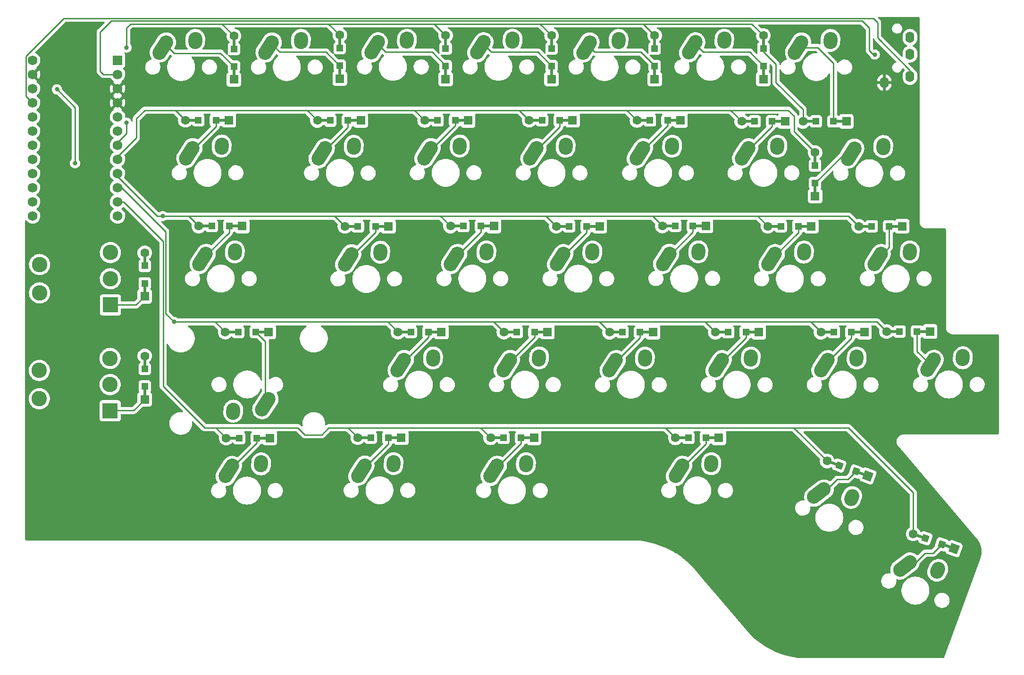
<source format=gtl>
G04 #@! TF.GenerationSoftware,KiCad,Pcbnew,(6.0.10-0)*
G04 #@! TF.CreationDate,2022-12-25T19:45:40-08:00*
G04 #@! TF.ProjectId,left,6c656674-2e6b-4696-9361-645f70636258,rev?*
G04 #@! TF.SameCoordinates,Original*
G04 #@! TF.FileFunction,Copper,L1,Top*
G04 #@! TF.FilePolarity,Positive*
%FSLAX46Y46*%
G04 Gerber Fmt 4.6, Leading zero omitted, Abs format (unit mm)*
G04 Created by KiCad (PCBNEW (6.0.10-0)) date 2022-12-25 19:45:40*
%MOMM*%
%LPD*%
G01*
G04 APERTURE LIST*
G04 Aperture macros list*
%AMHorizOval*
0 Thick line with rounded ends*
0 $1 width*
0 $2 $3 position (X,Y) of the first rounded end (center of the circle)*
0 $4 $5 position (X,Y) of the second rounded end (center of the circle)*
0 Add line between two ends*
20,1,$1,$2,$3,$4,$5,0*
0 Add two circle primitives to create the rounded ends*
1,1,$1,$2,$3*
1,1,$1,$4,$5*%
%AMRotRect*
0 Rectangle, with rotation*
0 The origin of the aperture is its center*
0 $1 length*
0 $2 width*
0 $3 Rotation angle, in degrees counterclockwise*
0 Add horizontal line*
21,1,$1,$2,0,0,$3*%
G04 Aperture macros list end*
G04 #@! TA.AperFunction,SMDPad,CuDef*
%ADD10R,1.200000X1.200000*%
G04 #@! TD*
G04 #@! TA.AperFunction,SMDPad,CuDef*
%ADD11R,0.500000X2.500000*%
G04 #@! TD*
G04 #@! TA.AperFunction,ComponentPad*
%ADD12R,1.600000X1.600000*%
G04 #@! TD*
G04 #@! TA.AperFunction,ComponentPad*
%ADD13C,1.600000*%
G04 #@! TD*
G04 #@! TA.AperFunction,SMDPad,CuDef*
%ADD14R,2.500000X0.500000*%
G04 #@! TD*
G04 #@! TA.AperFunction,SMDPad,CuDef*
%ADD15RotRect,1.200000X1.200000X160.000000*%
G04 #@! TD*
G04 #@! TA.AperFunction,ComponentPad*
%ADD16RotRect,1.600000X1.600000X160.000000*%
G04 #@! TD*
G04 #@! TA.AperFunction,SMDPad,CuDef*
%ADD17RotRect,2.500000X0.500000X160.000000*%
G04 #@! TD*
G04 #@! TA.AperFunction,ComponentPad*
%ADD18HorizOval,2.500000X-0.604462X-0.948815X0.604462X0.948815X0*%
G04 #@! TD*
G04 #@! TA.AperFunction,ComponentPad*
%ADD19HorizOval,2.500000X-0.019724X-0.289328X0.019724X0.289328X0*%
G04 #@! TD*
G04 #@! TA.AperFunction,ComponentPad*
%ADD20HorizOval,2.500000X0.604462X0.948815X-0.604462X-0.948815X0*%
G04 #@! TD*
G04 #@! TA.AperFunction,ComponentPad*
%ADD21HorizOval,2.500000X0.019724X0.289328X-0.019724X-0.289328X0*%
G04 #@! TD*
G04 #@! TA.AperFunction,ComponentPad*
%ADD22O,1.600000X2.000000*%
G04 #@! TD*
G04 #@! TA.AperFunction,ComponentPad*
%ADD23HorizOval,2.500000X-0.892523X-0.684857X0.892523X0.684857X0*%
G04 #@! TD*
G04 #@! TA.AperFunction,ComponentPad*
%ADD24HorizOval,2.500000X-0.117491X-0.265134X0.117491X0.265134X0*%
G04 #@! TD*
G04 #@! TA.AperFunction,ComponentPad*
%ADD25R,2.775000X2.775000*%
G04 #@! TD*
G04 #@! TA.AperFunction,ComponentPad*
%ADD26C,2.775000*%
G04 #@! TD*
G04 #@! TA.AperFunction,ComponentPad*
%ADD27R,1.752600X1.752600*%
G04 #@! TD*
G04 #@! TA.AperFunction,ComponentPad*
%ADD28C,1.752600*%
G04 #@! TD*
G04 #@! TA.AperFunction,ViaPad*
%ADD29C,0.800000*%
G04 #@! TD*
G04 #@! TA.AperFunction,Conductor*
%ADD30C,0.250000*%
G04 #@! TD*
G04 APERTURE END LIST*
D10*
X76000000Y-39150000D03*
D11*
X76000000Y-40275000D03*
D12*
X76000000Y-41475000D03*
D13*
X76000000Y-33675000D03*
D11*
X76000000Y-34875000D03*
D10*
X76000000Y-36000000D03*
D11*
X95000000Y-40125000D03*
D10*
X95000000Y-39000000D03*
D12*
X95000000Y-41325000D03*
D11*
X95000000Y-34725000D03*
D13*
X95000000Y-33525000D03*
D10*
X95000000Y-35850000D03*
D11*
X114000000Y-40200000D03*
D10*
X114000000Y-39075000D03*
D12*
X114000000Y-41400000D03*
D13*
X114000000Y-33600000D03*
D11*
X114000000Y-34800000D03*
D10*
X114000000Y-35925000D03*
D14*
X73900000Y-48800000D03*
D12*
X75100000Y-48800000D03*
D10*
X72775000Y-48800000D03*
X69625000Y-48800000D03*
D13*
X67300000Y-48800000D03*
D14*
X68500000Y-48800000D03*
D12*
X77500000Y-67800000D03*
D14*
X76300000Y-67800000D03*
D10*
X75175000Y-67800000D03*
X72025000Y-67800000D03*
D13*
X69700000Y-67800000D03*
D14*
X70900000Y-67800000D03*
D10*
X79925000Y-86825000D03*
D12*
X82250000Y-86825000D03*
D14*
X81050000Y-86825000D03*
X75650000Y-86825000D03*
D10*
X76775000Y-86825000D03*
D13*
X74450000Y-86825000D03*
D14*
X81225000Y-105850000D03*
D12*
X82425000Y-105850000D03*
D10*
X80100000Y-105850000D03*
D14*
X75825000Y-105850000D03*
D13*
X74625000Y-105850000D03*
D10*
X76950000Y-105850000D03*
X101400000Y-67850000D03*
D12*
X103725000Y-67850000D03*
D14*
X102525000Y-67850000D03*
X97125000Y-67850000D03*
D10*
X98250000Y-67850000D03*
D13*
X95925000Y-67850000D03*
D10*
X103700000Y-105775000D03*
D12*
X106025000Y-105775000D03*
D14*
X104825000Y-105775000D03*
X99425000Y-105775000D03*
D10*
X100550000Y-105775000D03*
D13*
X98225000Y-105775000D03*
D14*
X116825000Y-48825000D03*
D12*
X118025000Y-48825000D03*
D10*
X115700000Y-48825000D03*
D13*
X110225000Y-48825000D03*
D10*
X112550000Y-48825000D03*
D14*
X111425000Y-48825000D03*
D12*
X122650000Y-67800000D03*
D14*
X121450000Y-67800000D03*
D10*
X120325000Y-67800000D03*
D14*
X116050000Y-67800000D03*
D13*
X114850000Y-67800000D03*
D10*
X117175000Y-67800000D03*
D14*
X131050000Y-86825000D03*
D10*
X129925000Y-86825000D03*
D12*
X132250000Y-86825000D03*
D10*
X126775000Y-86825000D03*
D13*
X124450000Y-86825000D03*
D14*
X125650000Y-86825000D03*
D12*
X129850000Y-105800000D03*
D14*
X128650000Y-105800000D03*
D10*
X127525000Y-105800000D03*
X124375000Y-105800000D03*
D14*
X123250000Y-105800000D03*
D13*
X122050000Y-105800000D03*
D11*
X133000000Y-40200000D03*
D10*
X133000000Y-39075000D03*
D12*
X133000000Y-41400000D03*
D11*
X133000000Y-34800000D03*
D10*
X133000000Y-35925000D03*
D13*
X133000000Y-33600000D03*
D14*
X135575000Y-48800000D03*
D12*
X136775000Y-48800000D03*
D10*
X134450000Y-48800000D03*
D13*
X128975000Y-48800000D03*
D10*
X131300000Y-48800000D03*
D14*
X130175000Y-48800000D03*
D10*
X139300000Y-67825000D03*
D12*
X141625000Y-67825000D03*
D14*
X140425000Y-67825000D03*
X135025000Y-67825000D03*
D13*
X133825000Y-67825000D03*
D10*
X136150000Y-67825000D03*
D14*
X150000000Y-86850000D03*
D12*
X151200000Y-86850000D03*
D10*
X148875000Y-86850000D03*
D14*
X144600000Y-86850000D03*
D13*
X143400000Y-86850000D03*
D10*
X145725000Y-86850000D03*
X160675000Y-105800000D03*
D12*
X163000000Y-105800000D03*
D14*
X161800000Y-105800000D03*
D13*
X155200000Y-105800000D03*
D14*
X156400000Y-105800000D03*
D10*
X157525000Y-105800000D03*
D11*
X151500000Y-40200000D03*
D10*
X151500000Y-39075000D03*
D12*
X151500000Y-41400000D03*
D13*
X151500000Y-33600000D03*
D11*
X151500000Y-34800000D03*
D10*
X151500000Y-35925000D03*
D12*
X156125000Y-48825000D03*
D14*
X154925000Y-48825000D03*
D10*
X153800000Y-48825000D03*
X150650000Y-48825000D03*
D14*
X149525000Y-48825000D03*
D13*
X148325000Y-48825000D03*
D14*
X159475000Y-67775000D03*
D12*
X160675000Y-67775000D03*
D10*
X158350000Y-67775000D03*
D14*
X154075000Y-67775000D03*
D13*
X152875000Y-67775000D03*
D10*
X155200000Y-67775000D03*
D14*
X168975000Y-86850000D03*
D10*
X167850000Y-86850000D03*
D12*
X170175000Y-86850000D03*
D10*
X164700000Y-86850000D03*
D13*
X162375000Y-86850000D03*
D14*
X163575000Y-86850000D03*
D10*
X171000000Y-39075000D03*
D12*
X171000000Y-41400000D03*
D11*
X171000000Y-40200000D03*
D10*
X171000000Y-35925000D03*
D11*
X171000000Y-34800000D03*
D13*
X171000000Y-33600000D03*
D12*
X174900000Y-49000000D03*
D14*
X173700000Y-49000000D03*
D10*
X172575000Y-49000000D03*
X169425000Y-49000000D03*
D14*
X168300000Y-49000000D03*
D13*
X167100000Y-49000000D03*
D14*
X178400000Y-67825000D03*
D12*
X179600000Y-67825000D03*
D10*
X177275000Y-67825000D03*
X174125000Y-67825000D03*
D13*
X171800000Y-67825000D03*
D14*
X173000000Y-67825000D03*
D12*
X189125000Y-86850000D03*
D14*
X187925000Y-86850000D03*
D10*
X186800000Y-86850000D03*
X183650000Y-86850000D03*
D13*
X181325000Y-86850000D03*
D14*
X182525000Y-86850000D03*
D15*
X203030016Y-124913682D03*
D16*
X205214801Y-125708879D03*
D17*
X204087170Y-125298454D03*
D15*
X200069984Y-123836318D03*
D13*
X197885199Y-123041121D03*
D17*
X199012830Y-123451546D03*
D10*
X183575000Y-49000000D03*
D14*
X184700000Y-49000000D03*
D12*
X185900000Y-49000000D03*
D10*
X180425000Y-49000000D03*
D13*
X178100000Y-49000000D03*
D14*
X179300000Y-49000000D03*
D11*
X180280000Y-61200000D03*
D10*
X180280000Y-60075000D03*
D12*
X180280000Y-62400000D03*
D13*
X180280000Y-54600000D03*
D10*
X180280000Y-56925000D03*
D11*
X180280000Y-55800000D03*
D12*
X195900000Y-67825000D03*
D10*
X193575000Y-67825000D03*
D14*
X194700000Y-67825000D03*
D10*
X190425000Y-67825000D03*
D13*
X188100000Y-67825000D03*
D14*
X189300000Y-67825000D03*
D18*
X63270000Y-35730000D03*
D19*
X69045000Y-34460000D03*
D18*
X82245000Y-35730000D03*
D19*
X88020000Y-34460000D03*
D18*
X101270000Y-35705000D03*
D19*
X107045000Y-34435000D03*
D18*
X68020000Y-54705000D03*
D19*
X73795000Y-53435000D03*
D18*
X70395000Y-73705000D03*
D19*
X76170000Y-72435000D03*
D20*
X81655000Y-99745000D03*
D21*
X75880000Y-101015000D03*
D18*
X75095000Y-111755000D03*
D19*
X80870000Y-110485000D03*
D18*
X91745000Y-54755000D03*
D19*
X97520000Y-53485000D03*
D18*
X96495000Y-73755000D03*
D19*
X102270000Y-72485000D03*
D18*
X105945000Y-92730000D03*
D19*
X111720000Y-91460000D03*
D18*
X98870000Y-111705000D03*
D19*
X104645000Y-110435000D03*
D18*
X110745000Y-54705000D03*
D19*
X116520000Y-53435000D03*
D18*
X115520000Y-73705000D03*
D19*
X121295000Y-72435000D03*
D18*
X124970000Y-92730000D03*
D19*
X130745000Y-91460000D03*
D18*
X122620000Y-111730000D03*
D19*
X128395000Y-110460000D03*
D18*
X120220000Y-35705000D03*
D19*
X125995000Y-34435000D03*
D18*
X129745000Y-54730000D03*
D19*
X135520000Y-53460000D03*
D18*
X134545000Y-73730000D03*
D19*
X140320000Y-72460000D03*
D18*
X143970000Y-92755000D03*
D19*
X149745000Y-91485000D03*
D18*
X155870000Y-111730000D03*
D19*
X161645000Y-110460000D03*
D18*
X139245000Y-35730000D03*
D19*
X145020000Y-34460000D03*
D18*
X148845000Y-54730000D03*
D19*
X154620000Y-53460000D03*
D18*
X153545000Y-73680000D03*
D19*
X159320000Y-72410000D03*
D18*
X162970000Y-92755000D03*
D19*
X168745000Y-91485000D03*
D18*
X158220000Y-35705000D03*
D19*
X163995000Y-34435000D03*
D18*
X167745000Y-54730000D03*
D19*
X173520000Y-53460000D03*
D18*
X172495000Y-73730000D03*
D19*
X178270000Y-72460000D03*
D18*
X181970000Y-92755000D03*
D19*
X187745000Y-91485000D03*
D18*
X177245000Y-35730000D03*
D19*
X183020000Y-34460000D03*
D18*
X186745000Y-54780000D03*
D19*
X192520000Y-53510000D03*
D18*
X191495000Y-73705000D03*
D19*
X197270000Y-72435000D03*
D18*
X201020000Y-92705000D03*
D19*
X206795000Y-91435000D03*
D22*
X192700000Y-42027500D03*
X197300000Y-40927500D03*
X197300000Y-36927500D03*
X197300000Y-33927500D03*
D23*
X180970211Y-115729006D03*
D24*
X186831302Y-116510763D03*
D23*
X196420211Y-128804006D03*
D24*
X202281302Y-129585763D03*
D14*
X112025000Y-86825000D03*
D10*
X110900000Y-86825000D03*
D12*
X113225000Y-86825000D03*
D13*
X105425000Y-86825000D03*
D14*
X106625000Y-86825000D03*
D10*
X107750000Y-86825000D03*
X96450000Y-48850000D03*
D12*
X98775000Y-48850000D03*
D14*
X97575000Y-48850000D03*
D13*
X90975000Y-48850000D03*
D14*
X92175000Y-48850000D03*
D10*
X93300000Y-48850000D03*
X198575000Y-86725000D03*
D14*
X199700000Y-86725000D03*
D12*
X200900000Y-86725000D03*
D10*
X195425000Y-86725000D03*
D13*
X193100000Y-86725000D03*
D14*
X194300000Y-86725000D03*
D17*
X188637170Y-112223454D03*
D15*
X187580016Y-111838682D03*
D16*
X189764801Y-112633879D03*
D15*
X184619984Y-110761318D03*
D17*
X183562830Y-110376546D03*
D13*
X182435199Y-109966121D03*
D11*
X60000000Y-79200000D03*
D12*
X60000000Y-80400000D03*
D10*
X60000000Y-78075000D03*
X60000000Y-74925000D03*
D11*
X60000000Y-73800000D03*
D13*
X60000000Y-72600000D03*
D25*
X53840000Y-81950000D03*
D26*
X53840000Y-77250000D03*
X53840000Y-72550000D03*
X41140000Y-79790000D03*
X41140000Y-74710000D03*
D11*
X60000000Y-97700000D03*
D10*
X60000000Y-96575000D03*
D12*
X60000000Y-98900000D03*
D11*
X60000000Y-92300000D03*
D10*
X60000000Y-93425000D03*
D13*
X60000000Y-91100000D03*
D25*
X53786250Y-100950000D03*
D26*
X53786250Y-96250000D03*
X53786250Y-91550000D03*
X41086250Y-98790000D03*
X41086250Y-93710000D03*
D27*
X55120000Y-38030000D03*
D28*
X55120000Y-40570000D03*
X55120000Y-43110000D03*
X55120000Y-45650000D03*
X55120000Y-48190000D03*
X55120000Y-50730000D03*
X55120000Y-53270000D03*
X55120000Y-55810000D03*
X55120000Y-58350000D03*
X55120000Y-60890000D03*
X55120000Y-63430000D03*
X55120000Y-65970000D03*
X39880000Y-65970000D03*
X39880000Y-63430000D03*
X39880000Y-60890000D03*
X39880000Y-58350000D03*
X39880000Y-55810000D03*
X39880000Y-53270000D03*
X39880000Y-50730000D03*
X39880000Y-48190000D03*
X39880000Y-45650000D03*
X39880000Y-43110000D03*
X39880000Y-40570000D03*
X39880000Y-38030000D03*
D29*
X56750000Y-35750000D03*
X56750000Y-49250000D03*
X63250000Y-66000000D03*
X65250000Y-85000000D03*
X191000000Y-37000000D03*
X62750000Y-61750000D03*
X47500000Y-56500000D03*
X44250000Y-43250000D03*
D30*
X173250000Y-38750000D02*
X173250000Y-42000000D01*
X178100000Y-46850000D02*
X178100000Y-49000000D01*
X130000000Y-31500000D02*
X148750000Y-31500000D01*
X171000000Y-35925000D02*
X171000000Y-36500000D01*
X73825000Y-31500000D02*
X92500000Y-31500000D01*
X168900000Y-31500000D02*
X171000000Y-33600000D01*
X149400000Y-31500000D02*
X148750000Y-31500000D01*
X56750000Y-35750000D02*
X56750000Y-32250000D01*
X76000000Y-33675000D02*
X73825000Y-31500000D01*
X133000000Y-33600000D02*
X130900000Y-31500000D01*
X173250000Y-42000000D02*
X178100000Y-46850000D01*
X148750000Y-31500000D02*
X168900000Y-31500000D01*
X54620000Y-53270000D02*
X56750000Y-51140000D01*
X92975000Y-31500000D02*
X92500000Y-31500000D01*
X57500000Y-31500000D02*
X73825000Y-31500000D01*
X56750000Y-51140000D02*
X56750000Y-49250000D01*
X92500000Y-31500000D02*
X111000000Y-31500000D01*
X111900000Y-31500000D02*
X111000000Y-31500000D01*
X114000000Y-33600000D02*
X111900000Y-31500000D01*
X130900000Y-31500000D02*
X130000000Y-31500000D01*
X95000000Y-33525000D02*
X92975000Y-31500000D01*
X111000000Y-31500000D02*
X130000000Y-31500000D01*
X56750000Y-32250000D02*
X57500000Y-31500000D01*
X171000000Y-36500000D02*
X173250000Y-38750000D01*
X151500000Y-33600000D02*
X149400000Y-31500000D01*
X64230000Y-35730000D02*
X65250000Y-36750000D01*
X65250000Y-36750000D02*
X73600000Y-36750000D01*
X63270000Y-35730000D02*
X64230000Y-35730000D01*
X73600000Y-36750000D02*
X76000000Y-39150000D01*
X92550000Y-36550000D02*
X94950000Y-38950000D01*
X83180000Y-35530000D02*
X84200000Y-36550000D01*
X84200000Y-36550000D02*
X92550000Y-36550000D01*
X102180000Y-35530000D02*
X103200000Y-36550000D01*
X103200000Y-36550000D02*
X111550000Y-36550000D01*
X111550000Y-36550000D02*
X113950000Y-38950000D01*
X60000000Y-47000000D02*
X65500000Y-47000000D01*
X176500000Y-48036396D02*
X176500000Y-50820000D01*
X110225000Y-48825000D02*
X108400000Y-47000000D01*
X148325000Y-48825000D02*
X146500000Y-47000000D01*
X67300000Y-48800000D02*
X65500000Y-47000000D01*
X89125000Y-47000000D02*
X88500000Y-47000000D01*
X165100000Y-47000000D02*
X167100000Y-49000000D01*
X58500000Y-48500000D02*
X60000000Y-47000000D01*
X90975000Y-48850000D02*
X89125000Y-47000000D01*
X58500000Y-51930000D02*
X58500000Y-48500000D01*
X108250000Y-47000000D02*
X127250000Y-47000000D01*
X54620000Y-55810000D02*
X58500000Y-51930000D01*
X65500000Y-47000000D02*
X88500000Y-47000000D01*
X128975000Y-48800000D02*
X127250000Y-47075000D01*
X127250000Y-47075000D02*
X127250000Y-47000000D01*
X175463604Y-47000000D02*
X176500000Y-48036396D01*
X127250000Y-47000000D02*
X146500000Y-47000000D01*
X88500000Y-47000000D02*
X108250000Y-47000000D01*
X108400000Y-47000000D02*
X108250000Y-47000000D01*
X146500000Y-47000000D02*
X165100000Y-47000000D01*
X176500000Y-50820000D02*
X180280000Y-54600000D01*
X165100000Y-47000000D02*
X175463604Y-47000000D01*
X72775000Y-49950000D02*
X68020000Y-54705000D01*
X72775000Y-48800000D02*
X72775000Y-49950000D01*
X67900000Y-66000000D02*
X83750000Y-66000000D01*
X95925000Y-67850000D02*
X94075000Y-66000000D01*
X54620000Y-58350000D02*
X62270000Y-66000000D01*
X62270000Y-66000000D02*
X63250000Y-66000000D01*
X186275000Y-66000000D02*
X188100000Y-67825000D01*
X169975000Y-66000000D02*
X169500000Y-66000000D01*
X152875000Y-67775000D02*
X151100000Y-66000000D01*
X169500000Y-66000000D02*
X186275000Y-66000000D01*
X112000000Y-66000000D02*
X131750000Y-66000000D01*
X93750000Y-66000000D02*
X112000000Y-66000000D01*
X151000000Y-66000000D02*
X169500000Y-66000000D01*
X151100000Y-66000000D02*
X151000000Y-66000000D01*
X114850000Y-67800000D02*
X113050000Y-66000000D01*
X133825000Y-67825000D02*
X132000000Y-66000000D01*
X131750000Y-66000000D02*
X151000000Y-66000000D01*
X132000000Y-66000000D02*
X131750000Y-66000000D01*
X83750000Y-66000000D02*
X93750000Y-66000000D01*
X67900000Y-66000000D02*
X63250000Y-66000000D01*
X171800000Y-67825000D02*
X169975000Y-66000000D01*
X69700000Y-67800000D02*
X67900000Y-66000000D01*
X94075000Y-66000000D02*
X93750000Y-66000000D01*
X113050000Y-66000000D02*
X112000000Y-66000000D01*
X75175000Y-67800000D02*
X75175000Y-68925000D01*
X75175000Y-68925000D02*
X70395000Y-73705000D01*
X179475000Y-85000000D02*
X179250000Y-85000000D01*
X72625000Y-85000000D02*
X95250000Y-85000000D01*
X105425000Y-86825000D02*
X103600000Y-85000000D01*
X54620000Y-60890000D02*
X55890000Y-60890000D01*
X181325000Y-86850000D02*
X179475000Y-85000000D01*
X74450000Y-86825000D02*
X72625000Y-85000000D01*
X103250000Y-85000000D02*
X122000000Y-85000000D01*
X103600000Y-85000000D02*
X103250000Y-85000000D01*
X72625000Y-85000000D02*
X65250000Y-85000000D01*
X191375000Y-85000000D02*
X193100000Y-86725000D01*
X63750000Y-69000000D02*
X63750000Y-83500000D01*
X95250000Y-85000000D02*
X103250000Y-85000000D01*
X162375000Y-86850000D02*
X160525000Y-85000000D01*
X141500000Y-85000000D02*
X160500000Y-85000000D01*
X55890000Y-60890000D02*
X63750000Y-68750000D01*
X141550000Y-85000000D02*
X141500000Y-85000000D01*
X160500000Y-85000000D02*
X179250000Y-85000000D01*
X160525000Y-85000000D02*
X160500000Y-85000000D01*
X124450000Y-86825000D02*
X122625000Y-85000000D01*
X122625000Y-85000000D02*
X122000000Y-85000000D01*
X179250000Y-85000000D02*
X191375000Y-85000000D01*
X143400000Y-86850000D02*
X141550000Y-85000000D01*
X63750000Y-68750000D02*
X63750000Y-69000000D01*
X122000000Y-85000000D02*
X141500000Y-85000000D01*
X63750000Y-83500000D02*
X65250000Y-85000000D01*
X81655000Y-88555000D02*
X81655000Y-99745000D01*
X79925000Y-86825000D02*
X81655000Y-88555000D01*
X96500000Y-104000000D02*
X120000000Y-104000000D01*
X87500000Y-104000000D02*
X88750000Y-105250000D01*
X91750000Y-105250000D02*
X93000000Y-104000000D01*
X54620000Y-63430000D02*
X56180000Y-63430000D01*
X98225000Y-105775000D02*
X96500000Y-104050000D01*
X122050000Y-105800000D02*
X120250000Y-104000000D01*
X63300000Y-70550000D02*
X63300000Y-96550000D01*
X56180000Y-63430000D02*
X63300000Y-70550000D01*
X197885199Y-123041121D02*
X197885199Y-115635199D01*
X153400000Y-104000000D02*
X155200000Y-105800000D01*
X63300000Y-96550000D02*
X70750000Y-104000000D01*
X176250000Y-104000000D02*
X176469078Y-104000000D01*
X74625000Y-105850000D02*
X72775000Y-104000000D01*
X153400000Y-104000000D02*
X176250000Y-104000000D01*
X197885199Y-115635199D02*
X186250000Y-104000000D01*
X88750000Y-105250000D02*
X91750000Y-105250000D01*
X93000000Y-104000000D02*
X96500000Y-104000000D01*
X96500000Y-104050000D02*
X96500000Y-104000000D01*
X120000000Y-104000000D02*
X153400000Y-104000000D01*
X186250000Y-104000000D02*
X176250000Y-104000000D01*
X120250000Y-104000000D02*
X120000000Y-104000000D01*
X176469078Y-104000000D02*
X182435199Y-109966121D01*
X70750000Y-104000000D02*
X72775000Y-104000000D01*
X72775000Y-104000000D02*
X87500000Y-104000000D01*
X80100000Y-106750000D02*
X75095000Y-111755000D01*
X80100000Y-105850000D02*
X80100000Y-106750000D01*
X96450000Y-50050000D02*
X91745000Y-54755000D01*
X96450000Y-48850000D02*
X96450000Y-50050000D01*
X101400000Y-68850000D02*
X96495000Y-73755000D01*
X101400000Y-67850000D02*
X101400000Y-68850000D01*
X110900000Y-87775000D02*
X105945000Y-92730000D01*
X110900000Y-86825000D02*
X110900000Y-87775000D01*
X103700000Y-106875000D02*
X98870000Y-111705000D01*
X103700000Y-105775000D02*
X103700000Y-106875000D01*
X115700000Y-48825000D02*
X115700000Y-49750000D01*
X115700000Y-49750000D02*
X110745000Y-54705000D01*
X120325000Y-68900000D02*
X115520000Y-73705000D01*
X120325000Y-67800000D02*
X120325000Y-68900000D01*
X129925000Y-87775000D02*
X124970000Y-92730000D01*
X129925000Y-86825000D02*
X129925000Y-87775000D01*
X127525000Y-106825000D02*
X122620000Y-111730000D01*
X127525000Y-105800000D02*
X127525000Y-106825000D01*
X122200000Y-36550000D02*
X130550000Y-36550000D01*
X121180000Y-35530000D02*
X122200000Y-36550000D01*
X130550000Y-36550000D02*
X132950000Y-38950000D01*
X134450000Y-48800000D02*
X134450000Y-50025000D01*
X134450000Y-50025000D02*
X129745000Y-54730000D01*
X139300000Y-67825000D02*
X139300000Y-68975000D01*
X139300000Y-68975000D02*
X134545000Y-73730000D01*
X148875000Y-86850000D02*
X148875000Y-87850000D01*
X148875000Y-87850000D02*
X143970000Y-92755000D01*
X160675000Y-105800000D02*
X160675000Y-106925000D01*
X160675000Y-106925000D02*
X155870000Y-111730000D01*
X139680000Y-35530000D02*
X140700000Y-36550000D01*
X149050000Y-36550000D02*
X151450000Y-38950000D01*
X140700000Y-36550000D02*
X149050000Y-36550000D01*
X153800000Y-48825000D02*
X153800000Y-49775000D01*
X153800000Y-49775000D02*
X148845000Y-54730000D01*
X158350000Y-68875000D02*
X153545000Y-73680000D01*
X158350000Y-67775000D02*
X158350000Y-68875000D01*
X167850000Y-87875000D02*
X162970000Y-92755000D01*
X167850000Y-86850000D02*
X167850000Y-87875000D01*
X187580016Y-111838682D02*
X186168698Y-113250000D01*
X181770994Y-115729006D02*
X180970211Y-115729006D01*
X184250000Y-113250000D02*
X181770994Y-115729006D01*
X186168698Y-113250000D02*
X184250000Y-113250000D01*
X160200000Y-36550000D02*
X168550000Y-36550000D01*
X159180000Y-35530000D02*
X160200000Y-36550000D01*
X168550000Y-36550000D02*
X170950000Y-38950000D01*
X172575000Y-49900000D02*
X167745000Y-54730000D01*
X172575000Y-49000000D02*
X172575000Y-49900000D01*
X177275000Y-67825000D02*
X177275000Y-68950000D01*
X177275000Y-68950000D02*
X172495000Y-73730000D01*
X186800000Y-86850000D02*
X186800000Y-87925000D01*
X186800000Y-87925000D02*
X181970000Y-92755000D01*
X200000000Y-126500000D02*
X197695994Y-128804006D01*
X203030016Y-124913682D02*
X201443698Y-126500000D01*
X201443698Y-126500000D02*
X200000000Y-126500000D01*
X197695994Y-128804006D02*
X196420211Y-128804006D01*
X183575000Y-38575000D02*
X183575000Y-49000000D01*
X177245000Y-35730000D02*
X180730000Y-35730000D01*
X180730000Y-35730000D02*
X183575000Y-38575000D01*
X185575000Y-54780000D02*
X186745000Y-54780000D01*
X180280000Y-60075000D02*
X185575000Y-54780000D01*
X193575000Y-71625000D02*
X191495000Y-73705000D01*
X193575000Y-67825000D02*
X193575000Y-71625000D01*
X198575000Y-90260000D02*
X201020000Y-92705000D01*
X198575000Y-86725000D02*
X198575000Y-90260000D01*
X188700000Y-30950000D02*
X190000000Y-32250000D01*
X52000000Y-33000000D02*
X54050000Y-30950000D01*
X190750000Y-37000000D02*
X191000000Y-37000000D01*
X52570000Y-40570000D02*
X52000000Y-40000000D01*
X54620000Y-40570000D02*
X52570000Y-40570000D01*
X52000000Y-40000000D02*
X52000000Y-33000000D01*
X190000000Y-32250000D02*
X190000000Y-36250000D01*
X185722500Y-30950000D02*
X188700000Y-30950000D01*
X54050000Y-30950000D02*
X185722500Y-30950000D01*
X190000000Y-36250000D02*
X190750000Y-37000000D01*
X44250000Y-43250000D02*
X47500000Y-46500000D01*
X47500000Y-46500000D02*
X47500000Y-56500000D01*
X191500000Y-34000000D02*
X197300000Y-39800000D01*
X38678700Y-37321300D02*
X45500000Y-30500000D01*
X39880000Y-45650000D02*
X38678700Y-44448700D01*
X38678700Y-44448700D02*
X38678700Y-37321300D01*
X197300000Y-39800000D02*
X197300000Y-40927500D01*
X191500000Y-31250000D02*
X191500000Y-34000000D01*
X190750000Y-30500000D02*
X191500000Y-31250000D01*
X45500000Y-30500000D02*
X190750000Y-30500000D01*
X53840000Y-81950000D02*
X58450000Y-81950000D01*
X58450000Y-81950000D02*
X60000000Y-80400000D01*
X53286250Y-100882500D02*
X58017500Y-100882500D01*
X58017500Y-100882500D02*
X60000000Y-98900000D01*
G04 #@! TA.AperFunction,Conductor*
G36*
X198745018Y-30230000D02*
G01*
X198759851Y-30232310D01*
X198759855Y-30232310D01*
X198768724Y-30233691D01*
X198777628Y-30232527D01*
X198786599Y-30232636D01*
X198786589Y-30233451D01*
X198808097Y-30233743D01*
X198829915Y-30237198D01*
X198867407Y-30249379D01*
X198899173Y-30265564D01*
X198931062Y-30288734D01*
X198956266Y-30313938D01*
X198979436Y-30345827D01*
X198995621Y-30377593D01*
X199007802Y-30415085D01*
X199011119Y-30436032D01*
X199012550Y-30455753D01*
X199011309Y-30463724D01*
X199014398Y-30487344D01*
X199015436Y-30495283D01*
X199016500Y-30511621D01*
X199016500Y-66920633D01*
X199015000Y-66940018D01*
X199012690Y-66954851D01*
X199012690Y-66954855D01*
X199011309Y-66963724D01*
X199012909Y-66975956D01*
X199013584Y-66982405D01*
X199018211Y-67041193D01*
X199028150Y-67167482D01*
X199029304Y-67172289D01*
X199029305Y-67172295D01*
X199041954Y-67224980D01*
X199074394Y-67360101D01*
X199076287Y-67364672D01*
X199076288Y-67364674D01*
X199146201Y-67533459D01*
X199150200Y-67543114D01*
X199253703Y-67712015D01*
X199256915Y-67715775D01*
X199256918Y-67715780D01*
X199302821Y-67769525D01*
X199382354Y-67862646D01*
X199386116Y-67865859D01*
X199529220Y-67988082D01*
X199529225Y-67988085D01*
X199532985Y-67991297D01*
X199701886Y-68094800D01*
X199706456Y-68096693D01*
X199706460Y-68096695D01*
X199880326Y-68168712D01*
X199884899Y-68170606D01*
X199952736Y-68186892D01*
X200072705Y-68215695D01*
X200072711Y-68215696D01*
X200077518Y-68216850D01*
X200232655Y-68229059D01*
X200243674Y-68230418D01*
X200257646Y-68232769D01*
X200257658Y-68232770D01*
X200262448Y-68233576D01*
X200268687Y-68233652D01*
X200270140Y-68233670D01*
X200270143Y-68233670D01*
X200275000Y-68233729D01*
X200302624Y-68229773D01*
X200320486Y-68228500D01*
X203475633Y-68228500D01*
X203495018Y-68230000D01*
X203509851Y-68232310D01*
X203509855Y-68232310D01*
X203518724Y-68233691D01*
X203527628Y-68232527D01*
X203536599Y-68232636D01*
X203536589Y-68233451D01*
X203558097Y-68233743D01*
X203579915Y-68237198D01*
X203617407Y-68249379D01*
X203649173Y-68265564D01*
X203681062Y-68288734D01*
X203706266Y-68313938D01*
X203729436Y-68345827D01*
X203745621Y-68377593D01*
X203757802Y-68415085D01*
X203761119Y-68436032D01*
X203762550Y-68455753D01*
X203761309Y-68463724D01*
X203764256Y-68486257D01*
X203765436Y-68495283D01*
X203766500Y-68511621D01*
X203766500Y-85920633D01*
X203765000Y-85940018D01*
X203762690Y-85954851D01*
X203762690Y-85954855D01*
X203761309Y-85963724D01*
X203762909Y-85975956D01*
X203763584Y-85982405D01*
X203768234Y-86041490D01*
X203778150Y-86167482D01*
X203779304Y-86172289D01*
X203779305Y-86172295D01*
X203802617Y-86269394D01*
X203824394Y-86360101D01*
X203826287Y-86364672D01*
X203826288Y-86364674D01*
X203896201Y-86533459D01*
X203900200Y-86543114D01*
X204003703Y-86712015D01*
X204006915Y-86715775D01*
X204006918Y-86715780D01*
X204019469Y-86730475D01*
X204132354Y-86862646D01*
X204136116Y-86865859D01*
X204279220Y-86988082D01*
X204279225Y-86988085D01*
X204282985Y-86991297D01*
X204451886Y-87094800D01*
X204456456Y-87096693D01*
X204456460Y-87096695D01*
X204630326Y-87168712D01*
X204634899Y-87170606D01*
X204670800Y-87179225D01*
X204822705Y-87215695D01*
X204822711Y-87215696D01*
X204827518Y-87216850D01*
X204982655Y-87229059D01*
X204993674Y-87230418D01*
X205007646Y-87232769D01*
X205007658Y-87232770D01*
X205012448Y-87233576D01*
X205018687Y-87233652D01*
X205020140Y-87233670D01*
X205020143Y-87233670D01*
X205025000Y-87233729D01*
X205052624Y-87229773D01*
X205070486Y-87228500D01*
X212950633Y-87228500D01*
X212970018Y-87230000D01*
X212984851Y-87232310D01*
X212984855Y-87232310D01*
X212993724Y-87233691D01*
X213002628Y-87232527D01*
X213011599Y-87232636D01*
X213011589Y-87233451D01*
X213033097Y-87233743D01*
X213054915Y-87237198D01*
X213092407Y-87249379D01*
X213124173Y-87265564D01*
X213156062Y-87288734D01*
X213181266Y-87313938D01*
X213204436Y-87345827D01*
X213220621Y-87377593D01*
X213232802Y-87415085D01*
X213236119Y-87436032D01*
X213237550Y-87455753D01*
X213236309Y-87463724D01*
X213240362Y-87494717D01*
X213240436Y-87495283D01*
X213241500Y-87511621D01*
X213241500Y-104920633D01*
X213240000Y-104940018D01*
X213237690Y-104954851D01*
X213237690Y-104954855D01*
X213236309Y-104963724D01*
X213237473Y-104972628D01*
X213237364Y-104981599D01*
X213236549Y-104981589D01*
X213236257Y-105003097D01*
X213232802Y-105024915D01*
X213220621Y-105062407D01*
X213204436Y-105094173D01*
X213181266Y-105126062D01*
X213156062Y-105151266D01*
X213124173Y-105174436D01*
X213092407Y-105190621D01*
X213054915Y-105202802D01*
X213033968Y-105206119D01*
X213014247Y-105207550D01*
X213006276Y-105206309D01*
X212974714Y-105210436D01*
X212958379Y-105211500D01*
X196211250Y-105211500D01*
X196190345Y-105209754D01*
X196175344Y-105207230D01*
X196175341Y-105207230D01*
X196170552Y-105206424D01*
X196164276Y-105206347D01*
X196162859Y-105206330D01*
X196162856Y-105206330D01*
X196158000Y-105206271D01*
X196148295Y-105207661D01*
X196143413Y-105208360D01*
X196135777Y-105209217D01*
X195958816Y-105223628D01*
X195958812Y-105223629D01*
X195953712Y-105224044D01*
X195948748Y-105225279D01*
X195948746Y-105225279D01*
X195880122Y-105242347D01*
X195754807Y-105273515D01*
X195750104Y-105275538D01*
X195750105Y-105275538D01*
X195571234Y-105352492D01*
X195571230Y-105352494D01*
X195566528Y-105354517D01*
X195562218Y-105357272D01*
X195562211Y-105357276D01*
X195398156Y-105462153D01*
X195398150Y-105462157D01*
X195393835Y-105464916D01*
X195390023Y-105468336D01*
X195390017Y-105468341D01*
X195289585Y-105558459D01*
X195241281Y-105601802D01*
X195238072Y-105605794D01*
X195238071Y-105605796D01*
X195116095Y-105757573D01*
X195116092Y-105757578D01*
X195112885Y-105761568D01*
X195110365Y-105766027D01*
X195110364Y-105766028D01*
X195042723Y-105885702D01*
X195012031Y-105940003D01*
X194941377Y-106132405D01*
X194902785Y-106333703D01*
X194897272Y-106538594D01*
X194901271Y-106567901D01*
X194924289Y-106736602D01*
X194924290Y-106736608D01*
X194924982Y-106741677D01*
X194985187Y-106937600D01*
X194987460Y-106942180D01*
X194987461Y-106942183D01*
X195021466Y-107010707D01*
X195076298Y-107121201D01*
X195079284Y-107125356D01*
X195079286Y-107125359D01*
X195171899Y-107254222D01*
X195177800Y-107263221D01*
X195187038Y-107278712D01*
X195195050Y-107288376D01*
X195198696Y-107291600D01*
X195198706Y-107291611D01*
X195215963Y-107306873D01*
X195228499Y-107319658D01*
X209310616Y-123889318D01*
X209319043Y-123899234D01*
X209330451Y-123914974D01*
X209342991Y-123935429D01*
X209357627Y-123948695D01*
X209372812Y-123965143D01*
X209549015Y-124193812D01*
X209555908Y-124203703D01*
X209725222Y-124473309D01*
X209731127Y-124483794D01*
X209818249Y-124657457D01*
X209873884Y-124768356D01*
X209878771Y-124779385D01*
X209917944Y-124880616D01*
X209993658Y-125076280D01*
X209997467Y-125087722D01*
X210082985Y-125392628D01*
X210083442Y-125394258D01*
X210086139Y-125406015D01*
X210142401Y-125719339D01*
X210143963Y-125731300D01*
X210170009Y-126048594D01*
X210170419Y-126060649D01*
X210170229Y-126074369D01*
X210166173Y-126366871D01*
X210166005Y-126378973D01*
X210165260Y-126391006D01*
X210134757Y-126668110D01*
X210130427Y-126707444D01*
X210128535Y-126719357D01*
X210063601Y-127031019D01*
X210060578Y-127042696D01*
X209977140Y-127311306D01*
X209967173Y-127334726D01*
X209961618Y-127344810D01*
X209959668Y-127353571D01*
X209954701Y-127375883D01*
X209950113Y-127391597D01*
X203645765Y-144712521D01*
X203482817Y-145160214D01*
X203474778Y-145177914D01*
X203463204Y-145198925D01*
X203461255Y-145207682D01*
X203458079Y-145216086D01*
X203457413Y-145215834D01*
X203449838Y-145235939D01*
X203439920Y-145254016D01*
X203416589Y-145284422D01*
X203391521Y-145308419D01*
X203360129Y-145330399D01*
X203329012Y-145345745D01*
X203292456Y-145357271D01*
X203273336Y-145360214D01*
X203253593Y-145361604D01*
X203245276Y-145360309D01*
X203236374Y-145361473D01*
X203213705Y-145364437D01*
X203197370Y-145365500D01*
X192048158Y-145365546D01*
X178794366Y-145365600D01*
X178774979Y-145364100D01*
X178760147Y-145361790D01*
X178760144Y-145361790D01*
X178751276Y-145360409D01*
X178742374Y-145361573D01*
X178742371Y-145361573D01*
X178729214Y-145363294D01*
X178726765Y-145363614D01*
X178707220Y-145364637D01*
X178031023Y-145347403D01*
X178024618Y-145347076D01*
X177315684Y-145292776D01*
X177309325Y-145292125D01*
X176604061Y-145201779D01*
X176597734Y-145200803D01*
X176372562Y-145160208D01*
X175898010Y-145074651D01*
X175891722Y-145073351D01*
X175484054Y-144978184D01*
X175199336Y-144911718D01*
X175193151Y-144910108D01*
X174509882Y-144713409D01*
X174503759Y-144711476D01*
X173831403Y-144480228D01*
X173825387Y-144477985D01*
X173431125Y-144319493D01*
X173165709Y-144212796D01*
X173159830Y-144210257D01*
X172514502Y-143911799D01*
X172508763Y-143908967D01*
X171879452Y-143578011D01*
X171873849Y-143574879D01*
X171262250Y-143212315D01*
X171256812Y-143208901D01*
X170664479Y-142815654D01*
X170659222Y-142811968D01*
X170087680Y-142389049D01*
X170082618Y-142385100D01*
X169533357Y-141933611D01*
X169528502Y-141929408D01*
X169002965Y-141450534D01*
X168998331Y-141446090D01*
X168497875Y-140941071D01*
X168493474Y-140936397D01*
X168047526Y-140437984D01*
X168034003Y-140419818D01*
X168029953Y-140413211D01*
X168025259Y-140405554D01*
X168018607Y-140399524D01*
X168018604Y-140399521D01*
X168001676Y-140384178D01*
X167990289Y-140372422D01*
X162049703Y-133382438D01*
X195772600Y-133382438D01*
X195812064Y-133694830D01*
X195890370Y-133999813D01*
X196006284Y-134292577D01*
X196008186Y-134296036D01*
X196008187Y-134296039D01*
X196038556Y-134351279D01*
X196157976Y-134568504D01*
X196343055Y-134823244D01*
X196558602Y-135052778D01*
X196801218Y-135253487D01*
X197067076Y-135422206D01*
X197070655Y-135423890D01*
X197070662Y-135423894D01*
X197348394Y-135554584D01*
X197348398Y-135554586D01*
X197351984Y-135556273D01*
X197651448Y-135653575D01*
X197960746Y-135712577D01*
X198054300Y-135718463D01*
X198194358Y-135727275D01*
X198194374Y-135727276D01*
X198196353Y-135727400D01*
X198353647Y-135727400D01*
X198355626Y-135727276D01*
X198355642Y-135727275D01*
X198495700Y-135718463D01*
X198589254Y-135712577D01*
X198898552Y-135653575D01*
X199198016Y-135556273D01*
X199201602Y-135554586D01*
X199201606Y-135554584D01*
X199479338Y-135423894D01*
X199479345Y-135423890D01*
X199482924Y-135422206D01*
X199748782Y-135253487D01*
X199991398Y-135052778D01*
X200136562Y-134898194D01*
X201685839Y-134898194D01*
X201694493Y-135128730D01*
X201741867Y-135354512D01*
X201826606Y-135569084D01*
X201946286Y-135766311D01*
X201949783Y-135770341D01*
X202036407Y-135870166D01*
X202097486Y-135940554D01*
X202101617Y-135943941D01*
X202271754Y-136083446D01*
X202271760Y-136083450D01*
X202275882Y-136086830D01*
X202476374Y-136200956D01*
X202481390Y-136202777D01*
X202481395Y-136202779D01*
X202688214Y-136277851D01*
X202688218Y-136277852D01*
X202693229Y-136279671D01*
X202698478Y-136280620D01*
X202698481Y-136280621D01*
X202916162Y-136319984D01*
X202916169Y-136319985D01*
X202920246Y-136320722D01*
X202937983Y-136321558D01*
X202942931Y-136321792D01*
X202942938Y-136321792D01*
X202944419Y-136321862D01*
X203106564Y-136321862D01*
X203173520Y-136316181D01*
X203273201Y-136307723D01*
X203273205Y-136307722D01*
X203278512Y-136307272D01*
X203283667Y-136305934D01*
X203283673Y-136305933D01*
X203496642Y-136250657D01*
X203496646Y-136250656D01*
X203501811Y-136249315D01*
X203506677Y-136247123D01*
X203506680Y-136247122D01*
X203707288Y-136156755D01*
X203712154Y-136154563D01*
X203716574Y-136151587D01*
X203716578Y-136151585D01*
X203817787Y-136083446D01*
X203903524Y-136025724D01*
X204070451Y-135866484D01*
X204174025Y-135727275D01*
X204204976Y-135685676D01*
X204204978Y-135685673D01*
X204208160Y-135681396D01*
X204262944Y-135573645D01*
X204310297Y-135480508D01*
X204310297Y-135480507D01*
X204312716Y-135475750D01*
X204351982Y-135349293D01*
X204379544Y-135260532D01*
X204379545Y-135260526D01*
X204381128Y-135255429D01*
X204398627Y-135123399D01*
X204410739Y-135032015D01*
X204410739Y-135032010D01*
X204411439Y-135026730D01*
X204402785Y-134796194D01*
X204355411Y-134570412D01*
X204353287Y-134565032D01*
X204307532Y-134449174D01*
X204270672Y-134355840D01*
X204150992Y-134158613D01*
X204064067Y-134058440D01*
X204003292Y-133988403D01*
X204003290Y-133988401D01*
X203999792Y-133984370D01*
X203957657Y-133949822D01*
X203825524Y-133841478D01*
X203825518Y-133841474D01*
X203821396Y-133838094D01*
X203620904Y-133723968D01*
X203615888Y-133722147D01*
X203615883Y-133722145D01*
X203409064Y-133647073D01*
X203409060Y-133647072D01*
X203404049Y-133645253D01*
X203398800Y-133644304D01*
X203398797Y-133644303D01*
X203181116Y-133604940D01*
X203181109Y-133604939D01*
X203177032Y-133604202D01*
X203159295Y-133603366D01*
X203154347Y-133603132D01*
X203154340Y-133603132D01*
X203152859Y-133603062D01*
X202990714Y-133603062D01*
X202923758Y-133608743D01*
X202824077Y-133617201D01*
X202824073Y-133617202D01*
X202818766Y-133617652D01*
X202813611Y-133618990D01*
X202813605Y-133618991D01*
X202600636Y-133674267D01*
X202600632Y-133674268D01*
X202595467Y-133675609D01*
X202590601Y-133677801D01*
X202590598Y-133677802D01*
X202544284Y-133698665D01*
X202385124Y-133770361D01*
X202380704Y-133773337D01*
X202380700Y-133773339D01*
X202288439Y-133835454D01*
X202193754Y-133899200D01*
X202026827Y-134058440D01*
X201889118Y-134243528D01*
X201886703Y-134248278D01*
X201832016Y-134355840D01*
X201784562Y-134449174D01*
X201750356Y-134559335D01*
X201717734Y-134664392D01*
X201717733Y-134664398D01*
X201716150Y-134669495D01*
X201715449Y-134674787D01*
X201695773Y-134823244D01*
X201685839Y-134898194D01*
X200136562Y-134898194D01*
X200206945Y-134823244D01*
X200392024Y-134568504D01*
X200511445Y-134351279D01*
X200541813Y-134296039D01*
X200541814Y-134296036D01*
X200543716Y-134292577D01*
X200659630Y-133999813D01*
X200737936Y-133694830D01*
X200777400Y-133382438D01*
X200777400Y-133067562D01*
X200737936Y-132755170D01*
X200659630Y-132450187D01*
X200543716Y-132157423D01*
X200541813Y-132153961D01*
X200393933Y-131884968D01*
X200393931Y-131884965D01*
X200392024Y-131881496D01*
X200206945Y-131626756D01*
X199991398Y-131397222D01*
X199748782Y-131196513D01*
X199502129Y-131039982D01*
X199486271Y-131029918D01*
X199486270Y-131029918D01*
X199482924Y-131027794D01*
X199479345Y-131026110D01*
X199479338Y-131026106D01*
X199201606Y-130895416D01*
X199201602Y-130895414D01*
X199198016Y-130893727D01*
X199158924Y-130881025D01*
X198902328Y-130797652D01*
X198902329Y-130797652D01*
X198898552Y-130796425D01*
X198589254Y-130737423D01*
X198495700Y-130731537D01*
X198355642Y-130722725D01*
X198355626Y-130722724D01*
X198353647Y-130722600D01*
X198196353Y-130722600D01*
X198194374Y-130722724D01*
X198194358Y-130722725D01*
X198054300Y-130731537D01*
X197960746Y-130737423D01*
X197651448Y-130796425D01*
X197647671Y-130797652D01*
X197647672Y-130797652D01*
X197391077Y-130881025D01*
X197351984Y-130893727D01*
X197348398Y-130895414D01*
X197348394Y-130895416D01*
X197070662Y-131026106D01*
X197070655Y-131026110D01*
X197067076Y-131027794D01*
X197063730Y-131029918D01*
X197063729Y-131029918D01*
X197047871Y-131039982D01*
X196801218Y-131196513D01*
X196558602Y-131397222D01*
X196343055Y-131626756D01*
X196157976Y-131881496D01*
X196156069Y-131884965D01*
X196156067Y-131884968D01*
X196008187Y-132153961D01*
X196006284Y-132157423D01*
X195890370Y-132450187D01*
X195812064Y-132755170D01*
X195772600Y-133067562D01*
X195772600Y-133382438D01*
X162049703Y-133382438D01*
X160384662Y-131423270D01*
X192138561Y-131423270D01*
X192147215Y-131653806D01*
X192194589Y-131879588D01*
X192196547Y-131884547D01*
X192196548Y-131884549D01*
X192236959Y-131986874D01*
X192279328Y-132094160D01*
X192399008Y-132291387D01*
X192402505Y-132295417D01*
X192533623Y-132446517D01*
X192550208Y-132465630D01*
X192554339Y-132469017D01*
X192724476Y-132608522D01*
X192724482Y-132608526D01*
X192728604Y-132611906D01*
X192929096Y-132726032D01*
X192934112Y-132727853D01*
X192934117Y-132727855D01*
X193140936Y-132802927D01*
X193140940Y-132802928D01*
X193145951Y-132804747D01*
X193151200Y-132805696D01*
X193151203Y-132805697D01*
X193368884Y-132845060D01*
X193368891Y-132845061D01*
X193372968Y-132845798D01*
X193390705Y-132846634D01*
X193395653Y-132846868D01*
X193395660Y-132846868D01*
X193397141Y-132846938D01*
X193559286Y-132846938D01*
X193626242Y-132841257D01*
X193725923Y-132832799D01*
X193725927Y-132832798D01*
X193731234Y-132832348D01*
X193736389Y-132831010D01*
X193736395Y-132831009D01*
X193949364Y-132775733D01*
X193949368Y-132775732D01*
X193954533Y-132774391D01*
X193959399Y-132772199D01*
X193959402Y-132772198D01*
X194160010Y-132681831D01*
X194164876Y-132679639D01*
X194169296Y-132676663D01*
X194169300Y-132676661D01*
X194270509Y-132608522D01*
X194356246Y-132550800D01*
X194523173Y-132391560D01*
X194660882Y-132206472D01*
X194715666Y-132098721D01*
X194763019Y-132005584D01*
X194763019Y-132005583D01*
X194765438Y-132000826D01*
X194804704Y-131874369D01*
X194832266Y-131785608D01*
X194832267Y-131785602D01*
X194833850Y-131780505D01*
X194853803Y-131629960D01*
X194863461Y-131557091D01*
X194863461Y-131557086D01*
X194864161Y-131551806D01*
X194855507Y-131321270D01*
X194854412Y-131316051D01*
X194853761Y-131310748D01*
X194855728Y-131310507D01*
X194860641Y-131248312D01*
X194903610Y-131191794D01*
X194970313Y-131167480D01*
X195019907Y-131174267D01*
X195063436Y-131189468D01*
X195071279Y-131192207D01*
X195075872Y-131193079D01*
X195323473Y-131240087D01*
X195323476Y-131240087D01*
X195328062Y-131240958D01*
X195458646Y-131246089D01*
X195584563Y-131251037D01*
X195584569Y-131251037D01*
X195589231Y-131251220D01*
X195690888Y-131240087D01*
X195844395Y-131223276D01*
X195844401Y-131223275D01*
X195849048Y-131222766D01*
X195948763Y-131196513D01*
X196097282Y-131157411D01*
X196097284Y-131157410D01*
X196101805Y-131156220D01*
X196106102Y-131154374D01*
X196337656Y-131054891D01*
X196337658Y-131054890D01*
X196341950Y-131053046D01*
X196476972Y-130969492D01*
X196524788Y-130939903D01*
X196524795Y-130939898D01*
X196527481Y-130938236D01*
X197535851Y-130164486D01*
X197880359Y-129900136D01*
X200401067Y-129900136D01*
X200401543Y-129904780D01*
X200401543Y-129904787D01*
X200425876Y-130142277D01*
X200427707Y-130160145D01*
X200492487Y-130413361D01*
X200494301Y-130417665D01*
X200494301Y-130417666D01*
X200525192Y-130490972D01*
X200593983Y-130654220D01*
X200596412Y-130658207D01*
X200596416Y-130658215D01*
X200680161Y-130795681D01*
X200729964Y-130877432D01*
X200806802Y-130969492D01*
X200857237Y-131029918D01*
X200897445Y-131078092D01*
X200997949Y-131167480D01*
X201089261Y-131248694D01*
X201089266Y-131248697D01*
X201092746Y-131251793D01*
X201311577Y-131394719D01*
X201549129Y-131503730D01*
X201800185Y-131576431D01*
X201804808Y-131577052D01*
X201804813Y-131577053D01*
X202054606Y-131610604D01*
X202054607Y-131610604D01*
X202059230Y-131611225D01*
X202063895Y-131611156D01*
X202063899Y-131611156D01*
X202180699Y-131609423D01*
X202320571Y-131607347D01*
X202374595Y-131598452D01*
X202573862Y-131565642D01*
X202573868Y-131565641D01*
X202578469Y-131564883D01*
X202827258Y-131484766D01*
X202831444Y-131482693D01*
X202831448Y-131482691D01*
X203057278Y-131370834D01*
X203057285Y-131370830D01*
X203061472Y-131368756D01*
X203230270Y-131251220D01*
X203272128Y-131222074D01*
X203272133Y-131222070D01*
X203275966Y-131219401D01*
X203466026Y-131039982D01*
X203627481Y-130834442D01*
X203649545Y-130795681D01*
X203733850Y-130647580D01*
X203733854Y-130647572D01*
X203735416Y-130644828D01*
X203945684Y-130170329D01*
X204032446Y-129974540D01*
X204032447Y-129974538D01*
X204033392Y-129972405D01*
X204036210Y-129964515D01*
X204097333Y-129793330D01*
X204098909Y-129788917D01*
X204149452Y-129532481D01*
X204155001Y-129412604D01*
X204161321Y-129276062D01*
X204161321Y-129276058D01*
X204161537Y-129271389D01*
X204151980Y-129178109D01*
X204135373Y-129016022D01*
X204135372Y-129016016D01*
X204134897Y-129011381D01*
X204128177Y-128985111D01*
X204071274Y-128762689D01*
X204070117Y-128758165D01*
X203968621Y-128517306D01*
X203966192Y-128513319D01*
X203966188Y-128513311D01*
X203835073Y-128298088D01*
X203832640Y-128294094D01*
X203665159Y-128093433D01*
X203530401Y-127973580D01*
X203473345Y-127922834D01*
X203473342Y-127922832D01*
X203469858Y-127919733D01*
X203342836Y-127836770D01*
X203254947Y-127779366D01*
X203254944Y-127779364D01*
X203251027Y-127776806D01*
X203013475Y-127667796D01*
X202762419Y-127595095D01*
X202757796Y-127594474D01*
X202757791Y-127594473D01*
X202507998Y-127560922D01*
X202507997Y-127560922D01*
X202503374Y-127560301D01*
X202498709Y-127560370D01*
X202498705Y-127560370D01*
X202381905Y-127562103D01*
X202242033Y-127564179D01*
X202188009Y-127573074D01*
X201988742Y-127605884D01*
X201988736Y-127605885D01*
X201984135Y-127606643D01*
X201735347Y-127686760D01*
X201731161Y-127688833D01*
X201731157Y-127688835D01*
X201680658Y-127713848D01*
X201501132Y-127802770D01*
X201497292Y-127805444D01*
X201497290Y-127805445D01*
X201290477Y-127949452D01*
X201290472Y-127949456D01*
X201286639Y-127952125D01*
X201096578Y-128131544D01*
X200935123Y-128337084D01*
X200932811Y-128341145D01*
X200932810Y-128341147D01*
X200828755Y-128523946D01*
X200828751Y-128523954D01*
X200827189Y-128526698D01*
X200825907Y-128529591D01*
X200555772Y-129139186D01*
X200529212Y-129199121D01*
X200463695Y-129382609D01*
X200413152Y-129639045D01*
X200401067Y-129900136D01*
X197880359Y-129900136D01*
X198434042Y-129475280D01*
X198434048Y-129475275D01*
X198435883Y-129473867D01*
X198465566Y-129447374D01*
X198577748Y-129347248D01*
X198577750Y-129347246D01*
X198581240Y-129344131D01*
X198748370Y-129143179D01*
X198883963Y-128919730D01*
X198985037Y-128678694D01*
X199049375Y-128425366D01*
X199053701Y-128382403D01*
X199080427Y-128316629D01*
X199089972Y-128305932D01*
X200225499Y-127170405D01*
X200287811Y-127136379D01*
X200314594Y-127133500D01*
X201364931Y-127133500D01*
X201376114Y-127134027D01*
X201383607Y-127135702D01*
X201391533Y-127135453D01*
X201391534Y-127135453D01*
X201451684Y-127133562D01*
X201455643Y-127133500D01*
X201483554Y-127133500D01*
X201487489Y-127133003D01*
X201487554Y-127132995D01*
X201499391Y-127132062D01*
X201531649Y-127131048D01*
X201535668Y-127130922D01*
X201543587Y-127130673D01*
X201563041Y-127125021D01*
X201582398Y-127121013D01*
X201594628Y-127119468D01*
X201594629Y-127119468D01*
X201602495Y-127118474D01*
X201609866Y-127115555D01*
X201609868Y-127115555D01*
X201643610Y-127102196D01*
X201654840Y-127098351D01*
X201689681Y-127088229D01*
X201689682Y-127088229D01*
X201697291Y-127086018D01*
X201704110Y-127081985D01*
X201704115Y-127081983D01*
X201714726Y-127075707D01*
X201732474Y-127067012D01*
X201751315Y-127059552D01*
X201787085Y-127033564D01*
X201797005Y-127027048D01*
X201828233Y-127008580D01*
X201828236Y-127008578D01*
X201835060Y-127004542D01*
X201849381Y-126990221D01*
X201864415Y-126977380D01*
X201874392Y-126970131D01*
X201880805Y-126965472D01*
X201908996Y-126931395D01*
X201916986Y-126922616D01*
X202765233Y-126074369D01*
X202827545Y-126040343D01*
X202897422Y-126045063D01*
X202974654Y-126073173D01*
X203256728Y-126175840D01*
X203256737Y-126175843D01*
X203259933Y-126177006D01*
X203320676Y-126191926D01*
X203466327Y-126190527D01*
X203474920Y-126187924D01*
X203474923Y-126187924D01*
X203523366Y-126173252D01*
X203594360Y-126172649D01*
X203654410Y-126210524D01*
X203679970Y-126265221D01*
X203681613Y-126264724D01*
X203723835Y-126404128D01*
X203803485Y-126526078D01*
X203914161Y-126620773D01*
X203921247Y-126624260D01*
X203921249Y-126624261D01*
X203942598Y-126634766D01*
X203970282Y-126648388D01*
X205564253Y-127228546D01*
X205567546Y-127229355D01*
X205567553Y-127229357D01*
X205617323Y-127241582D01*
X205617327Y-127241582D01*
X205624995Y-127243466D01*
X205770646Y-127242067D01*
X205779236Y-127239465D01*
X205779238Y-127239465D01*
X205901459Y-127202447D01*
X205910050Y-127199845D01*
X206012402Y-127132995D01*
X206024481Y-127125106D01*
X206032000Y-127120195D01*
X206049271Y-127100010D01*
X206121558Y-127015523D01*
X206126695Y-127009519D01*
X206154310Y-126953398D01*
X206734468Y-125359427D01*
X206735279Y-125356127D01*
X206747504Y-125306357D01*
X206747504Y-125306353D01*
X206749388Y-125298685D01*
X206747989Y-125153034D01*
X206745132Y-125143599D01*
X206708369Y-125022221D01*
X206705767Y-125013630D01*
X206626117Y-124891680D01*
X206547593Y-124824494D01*
X206521445Y-124802122D01*
X206515441Y-124796985D01*
X206508355Y-124793498D01*
X206508353Y-124793497D01*
X206468229Y-124773754D01*
X206459320Y-124769370D01*
X204865349Y-124189212D01*
X204862056Y-124188403D01*
X204862049Y-124188401D01*
X204812279Y-124176176D01*
X204812275Y-124176176D01*
X204804607Y-124174292D01*
X204658956Y-124175691D01*
X204650366Y-124178293D01*
X204650364Y-124178293D01*
X204544929Y-124210227D01*
X204519552Y-124217913D01*
X204397602Y-124297563D01*
X204396663Y-124296125D01*
X204341851Y-124321608D01*
X204271510Y-124311981D01*
X204217581Y-124265916D01*
X204211746Y-124256983D01*
X204184990Y-124216017D01*
X204074314Y-124121323D01*
X204018192Y-124093708D01*
X203421353Y-123876476D01*
X202803304Y-123651524D01*
X202803295Y-123651521D01*
X202800099Y-123650358D01*
X202739356Y-123635438D01*
X202593705Y-123636837D01*
X202585115Y-123639439D01*
X202585113Y-123639439D01*
X202462892Y-123676456D01*
X202454301Y-123679058D01*
X202332351Y-123758708D01*
X202237657Y-123869384D01*
X202210042Y-123925506D01*
X202030224Y-124419551D01*
X201767858Y-125140394D01*
X201767855Y-125140403D01*
X201766692Y-125143599D01*
X201751772Y-125204342D01*
X201751848Y-125212244D01*
X201752136Y-125242251D01*
X201732789Y-125310561D01*
X201715237Y-125332556D01*
X201218198Y-125829595D01*
X201155886Y-125863621D01*
X201129103Y-125866500D01*
X200078768Y-125866500D01*
X200067585Y-125865973D01*
X200060092Y-125864298D01*
X200052166Y-125864547D01*
X200052165Y-125864547D01*
X199992002Y-125866438D01*
X199988044Y-125866500D01*
X199960144Y-125866500D01*
X199956154Y-125867004D01*
X199944320Y-125867936D01*
X199900111Y-125869326D01*
X199892495Y-125871539D01*
X199892493Y-125871539D01*
X199880652Y-125874979D01*
X199861293Y-125878988D01*
X199859983Y-125879154D01*
X199841203Y-125881526D01*
X199833837Y-125884442D01*
X199833831Y-125884444D01*
X199800098Y-125897800D01*
X199788868Y-125901645D01*
X199754017Y-125911770D01*
X199746407Y-125913981D01*
X199739584Y-125918016D01*
X199728966Y-125924295D01*
X199711213Y-125932992D01*
X199703568Y-125936019D01*
X199692383Y-125940448D01*
X199685968Y-125945109D01*
X199656612Y-125966437D01*
X199646695Y-125972951D01*
X199608638Y-125995458D01*
X199594317Y-126009779D01*
X199579284Y-126022619D01*
X199562893Y-126034528D01*
X199557842Y-126040634D01*
X199534702Y-126068605D01*
X199526712Y-126077384D01*
X198731440Y-126872656D01*
X198669128Y-126906682D01*
X198598313Y-126901617D01*
X198553642Y-126873046D01*
X198457991Y-126778226D01*
X198247210Y-126623674D01*
X198231932Y-126615636D01*
X198020036Y-126504152D01*
X198020030Y-126504150D01*
X198015901Y-126501977D01*
X198011494Y-126500438D01*
X198011487Y-126500435D01*
X197773559Y-126417347D01*
X197773557Y-126417347D01*
X197769143Y-126415805D01*
X197747226Y-126411644D01*
X197516949Y-126367925D01*
X197516946Y-126367925D01*
X197512360Y-126367054D01*
X197381775Y-126361923D01*
X197255859Y-126356975D01*
X197255853Y-126356975D01*
X197251191Y-126356792D01*
X197171757Y-126365492D01*
X196996027Y-126384737D01*
X196996022Y-126384738D01*
X196991374Y-126385247D01*
X196738617Y-126451793D01*
X196498472Y-126554966D01*
X196312941Y-126669777D01*
X195707877Y-127134059D01*
X194407929Y-128131544D01*
X194404539Y-128134145D01*
X194259182Y-128263881D01*
X194092052Y-128464834D01*
X193956459Y-128688282D01*
X193954652Y-128692590D01*
X193954652Y-128692591D01*
X193859405Y-128919730D01*
X193855384Y-128929318D01*
X193854233Y-128933850D01*
X193854232Y-128933853D01*
X193792199Y-129178109D01*
X193791047Y-129182646D01*
X193764862Y-129442702D01*
X193765086Y-129447369D01*
X193765086Y-129447374D01*
X193768447Y-129517337D01*
X193777401Y-129703771D01*
X193828392Y-129960120D01*
X193829970Y-129964515D01*
X193833388Y-129974035D01*
X193837582Y-130044908D01*
X193802793Y-130106797D01*
X193740067Y-130140054D01*
X193692380Y-130140602D01*
X193633841Y-130130017D01*
X193633840Y-130130017D01*
X193629754Y-130129278D01*
X193612017Y-130128442D01*
X193607069Y-130128208D01*
X193607062Y-130128208D01*
X193605581Y-130128138D01*
X193443436Y-130128138D01*
X193376480Y-130133819D01*
X193276799Y-130142277D01*
X193276795Y-130142278D01*
X193271488Y-130142728D01*
X193266333Y-130144066D01*
X193266327Y-130144067D01*
X193053358Y-130199343D01*
X193053354Y-130199344D01*
X193048189Y-130200685D01*
X193043323Y-130202877D01*
X193043320Y-130202878D01*
X192842712Y-130293245D01*
X192837846Y-130295437D01*
X192833426Y-130298413D01*
X192833422Y-130298415D01*
X192737855Y-130362756D01*
X192646476Y-130424276D01*
X192479549Y-130583516D01*
X192476361Y-130587801D01*
X192364486Y-130738167D01*
X192341840Y-130768604D01*
X192237284Y-130974250D01*
X192212817Y-131053046D01*
X192170456Y-131189468D01*
X192170455Y-131189474D01*
X192168872Y-131194571D01*
X192161388Y-131251037D01*
X192141631Y-131400109D01*
X192138561Y-131423270D01*
X160384662Y-131423270D01*
X158811189Y-129571845D01*
X158798982Y-129554785D01*
X158791194Y-129541725D01*
X158791191Y-129541720D01*
X158788702Y-129537547D01*
X158780690Y-129527883D01*
X158777045Y-129524659D01*
X158773656Y-129521161D01*
X158773787Y-129521035D01*
X158770092Y-129517337D01*
X158297202Y-128987301D01*
X158297195Y-128987294D01*
X158296206Y-128986185D01*
X158244786Y-128933853D01*
X157847564Y-128529591D01*
X157786868Y-128467819D01*
X157783639Y-128464834D01*
X157254304Y-127975598D01*
X157253180Y-127974559D01*
X156696377Y-127507548D01*
X156695206Y-127506658D01*
X156695192Y-127506647D01*
X156118948Y-127068779D01*
X156118946Y-127068777D01*
X156117749Y-127067868D01*
X156116494Y-127067006D01*
X155519871Y-126657385D01*
X155518636Y-126656537D01*
X155131574Y-126417347D01*
X154901716Y-126275303D01*
X154901699Y-126275293D01*
X154900427Y-126274507D01*
X154264553Y-125922665D01*
X153612487Y-125601824D01*
X153423585Y-125519918D01*
X152947135Y-125313334D01*
X152947125Y-125313330D01*
X152945739Y-125312729D01*
X152944339Y-125312200D01*
X152944328Y-125312196D01*
X152267275Y-125056584D01*
X152267258Y-125056578D01*
X152265854Y-125056048D01*
X151574406Y-124832375D01*
X151572968Y-124831985D01*
X151572954Y-124831981D01*
X150874451Y-124642624D01*
X150872998Y-124642230D01*
X150871540Y-124641909D01*
X150871523Y-124641905D01*
X150164732Y-124486378D01*
X150164714Y-124486375D01*
X150163253Y-124486053D01*
X149831347Y-124429604D01*
X149448339Y-124364464D01*
X149448338Y-124364464D01*
X149446816Y-124364205D01*
X148725346Y-124276969D01*
X148723862Y-124276862D01*
X148723855Y-124276861D01*
X148237375Y-124241677D01*
X148000514Y-124224546D01*
X147300697Y-124207700D01*
X147292479Y-124207233D01*
X147291358Y-124207132D01*
X147286552Y-124206324D01*
X147280059Y-124206245D01*
X147278860Y-124206230D01*
X147278857Y-124206230D01*
X147274000Y-124206171D01*
X147253506Y-124209106D01*
X147245678Y-124210227D01*
X147227816Y-124211500D01*
X38824367Y-124211500D01*
X38804982Y-124210000D01*
X38790149Y-124207690D01*
X38790145Y-124207690D01*
X38781276Y-124206309D01*
X38772372Y-124207473D01*
X38763401Y-124207364D01*
X38763411Y-124206549D01*
X38741903Y-124206257D01*
X38720085Y-124202802D01*
X38682593Y-124190621D01*
X38650827Y-124174436D01*
X38618938Y-124151266D01*
X38593734Y-124126062D01*
X38570564Y-124094173D01*
X38554379Y-124062407D01*
X38542198Y-124024914D01*
X38539661Y-124008892D01*
X38538769Y-123982554D01*
X38538576Y-123982552D01*
X38538627Y-123978354D01*
X38538729Y-123970000D01*
X38534773Y-123942376D01*
X38533500Y-123924514D01*
X38533500Y-120307438D01*
X180322600Y-120307438D01*
X180362064Y-120619830D01*
X180440370Y-120924813D01*
X180556284Y-121217577D01*
X180558186Y-121221036D01*
X180558187Y-121221039D01*
X180588556Y-121276279D01*
X180707976Y-121493504D01*
X180893055Y-121748244D01*
X181108602Y-121977778D01*
X181351218Y-122178487D01*
X181617076Y-122347206D01*
X181620655Y-122348890D01*
X181620662Y-122348894D01*
X181898394Y-122479584D01*
X181898398Y-122479586D01*
X181901984Y-122481273D01*
X182201448Y-122578575D01*
X182510746Y-122637577D01*
X182604300Y-122643463D01*
X182744358Y-122652275D01*
X182744374Y-122652276D01*
X182746353Y-122652400D01*
X182903647Y-122652400D01*
X182905626Y-122652276D01*
X182905642Y-122652275D01*
X183045700Y-122643463D01*
X183139254Y-122637577D01*
X183448552Y-122578575D01*
X183748016Y-122481273D01*
X183751602Y-122479586D01*
X183751606Y-122479584D01*
X184029338Y-122348894D01*
X184029345Y-122348890D01*
X184032924Y-122347206D01*
X184298782Y-122178487D01*
X184541398Y-121977778D01*
X184686562Y-121823194D01*
X186235839Y-121823194D01*
X186244493Y-122053730D01*
X186291867Y-122279512D01*
X186376606Y-122494084D01*
X186496286Y-122691311D01*
X186499783Y-122695341D01*
X186601912Y-122813034D01*
X186647486Y-122865554D01*
X186651617Y-122868941D01*
X186821754Y-123008446D01*
X186821760Y-123008450D01*
X186825882Y-123011830D01*
X187026374Y-123125956D01*
X187031390Y-123127777D01*
X187031395Y-123127779D01*
X187238214Y-123202851D01*
X187238218Y-123202852D01*
X187243229Y-123204671D01*
X187248478Y-123205620D01*
X187248481Y-123205621D01*
X187466162Y-123244984D01*
X187466169Y-123244985D01*
X187470246Y-123245722D01*
X187487983Y-123246558D01*
X187492931Y-123246792D01*
X187492938Y-123246792D01*
X187494419Y-123246862D01*
X187656564Y-123246862D01*
X187723520Y-123241181D01*
X187823201Y-123232723D01*
X187823205Y-123232722D01*
X187828512Y-123232272D01*
X187833667Y-123230934D01*
X187833673Y-123230933D01*
X188046642Y-123175657D01*
X188046646Y-123175656D01*
X188051811Y-123174315D01*
X188056677Y-123172123D01*
X188056680Y-123172122D01*
X188257288Y-123081755D01*
X188262154Y-123079563D01*
X188266574Y-123076587D01*
X188266578Y-123076585D01*
X188367787Y-123008446D01*
X188453524Y-122950724D01*
X188620451Y-122791484D01*
X188671364Y-122723054D01*
X188754976Y-122610676D01*
X188754978Y-122610673D01*
X188758160Y-122606396D01*
X188812944Y-122498645D01*
X188860297Y-122405508D01*
X188860297Y-122405507D01*
X188862716Y-122400750D01*
X188901982Y-122274293D01*
X188929544Y-122185532D01*
X188929545Y-122185526D01*
X188931128Y-122180429D01*
X188948627Y-122048399D01*
X188960739Y-121957015D01*
X188960739Y-121957010D01*
X188961439Y-121951730D01*
X188952785Y-121721194D01*
X188905411Y-121495412D01*
X188903287Y-121490032D01*
X188857532Y-121374174D01*
X188820672Y-121280840D01*
X188700992Y-121083613D01*
X188614067Y-120983440D01*
X188553292Y-120913403D01*
X188553290Y-120913401D01*
X188549792Y-120909370D01*
X188507657Y-120874822D01*
X188375524Y-120766478D01*
X188375518Y-120766474D01*
X188371396Y-120763094D01*
X188170904Y-120648968D01*
X188165888Y-120647147D01*
X188165883Y-120647145D01*
X187959064Y-120572073D01*
X187959060Y-120572072D01*
X187954049Y-120570253D01*
X187948800Y-120569304D01*
X187948797Y-120569303D01*
X187731116Y-120529940D01*
X187731109Y-120529939D01*
X187727032Y-120529202D01*
X187709295Y-120528366D01*
X187704347Y-120528132D01*
X187704340Y-120528132D01*
X187702859Y-120528062D01*
X187540714Y-120528062D01*
X187473758Y-120533743D01*
X187374077Y-120542201D01*
X187374073Y-120542202D01*
X187368766Y-120542652D01*
X187363611Y-120543990D01*
X187363605Y-120543991D01*
X187150636Y-120599267D01*
X187150632Y-120599268D01*
X187145467Y-120600609D01*
X187140601Y-120602801D01*
X187140598Y-120602802D01*
X187094284Y-120623665D01*
X186935124Y-120695361D01*
X186930704Y-120698337D01*
X186930700Y-120698339D01*
X186838439Y-120760454D01*
X186743754Y-120824200D01*
X186576827Y-120983440D01*
X186439118Y-121168528D01*
X186436703Y-121173278D01*
X186382016Y-121280840D01*
X186334562Y-121374174D01*
X186300356Y-121484335D01*
X186267734Y-121589392D01*
X186267733Y-121589398D01*
X186266150Y-121594495D01*
X186265449Y-121599787D01*
X186245773Y-121748244D01*
X186235839Y-121823194D01*
X184686562Y-121823194D01*
X184756945Y-121748244D01*
X184942024Y-121493504D01*
X185061445Y-121276279D01*
X185091813Y-121221039D01*
X185091814Y-121221036D01*
X185093716Y-121217577D01*
X185209630Y-120924813D01*
X185287936Y-120619830D01*
X185327400Y-120307438D01*
X185327400Y-119992562D01*
X185287936Y-119680170D01*
X185209630Y-119375187D01*
X185093716Y-119082423D01*
X185091813Y-119078961D01*
X184943933Y-118809968D01*
X184943931Y-118809965D01*
X184942024Y-118806496D01*
X184756945Y-118551756D01*
X184541398Y-118322222D01*
X184298782Y-118121513D01*
X184052129Y-117964982D01*
X184036271Y-117954918D01*
X184036270Y-117954918D01*
X184032924Y-117952794D01*
X184029345Y-117951110D01*
X184029338Y-117951106D01*
X183751606Y-117820416D01*
X183751602Y-117820414D01*
X183748016Y-117818727D01*
X183708924Y-117806025D01*
X183575971Y-117762826D01*
X183448552Y-117721425D01*
X183139254Y-117662423D01*
X183045700Y-117656537D01*
X182905642Y-117647725D01*
X182905626Y-117647724D01*
X182903647Y-117647600D01*
X182746353Y-117647600D01*
X182744374Y-117647724D01*
X182744358Y-117647725D01*
X182604300Y-117656537D01*
X182510746Y-117662423D01*
X182201448Y-117721425D01*
X182074029Y-117762826D01*
X181941077Y-117806025D01*
X181901984Y-117818727D01*
X181898398Y-117820414D01*
X181898394Y-117820416D01*
X181620662Y-117951106D01*
X181620655Y-117951110D01*
X181617076Y-117952794D01*
X181613730Y-117954918D01*
X181613729Y-117954918D01*
X181597871Y-117964982D01*
X181351218Y-118121513D01*
X181108602Y-118322222D01*
X180893055Y-118551756D01*
X180707976Y-118806496D01*
X180706069Y-118809965D01*
X180706067Y-118809968D01*
X180558187Y-119078961D01*
X180556284Y-119082423D01*
X180440370Y-119375187D01*
X180362064Y-119680170D01*
X180322600Y-119992562D01*
X180322600Y-120307438D01*
X38533500Y-120307438D01*
X38533500Y-118348270D01*
X176688561Y-118348270D01*
X176697215Y-118578806D01*
X176744589Y-118804588D01*
X176746547Y-118809547D01*
X176746548Y-118809549D01*
X176786958Y-118911874D01*
X176829328Y-119019160D01*
X176949008Y-119216387D01*
X176952505Y-119220417D01*
X177083623Y-119371517D01*
X177100208Y-119390630D01*
X177104339Y-119394017D01*
X177274476Y-119533522D01*
X177274482Y-119533526D01*
X177278604Y-119536906D01*
X177479096Y-119651032D01*
X177484112Y-119652853D01*
X177484117Y-119652855D01*
X177690936Y-119727927D01*
X177690940Y-119727928D01*
X177695951Y-119729747D01*
X177701200Y-119730696D01*
X177701203Y-119730697D01*
X177918884Y-119770060D01*
X177918891Y-119770061D01*
X177922968Y-119770798D01*
X177940705Y-119771634D01*
X177945653Y-119771868D01*
X177945660Y-119771868D01*
X177947141Y-119771938D01*
X178109286Y-119771938D01*
X178176242Y-119766257D01*
X178275923Y-119757799D01*
X178275927Y-119757798D01*
X178281234Y-119757348D01*
X178286389Y-119756010D01*
X178286395Y-119756009D01*
X178499364Y-119700733D01*
X178499368Y-119700732D01*
X178504533Y-119699391D01*
X178509399Y-119697199D01*
X178509402Y-119697198D01*
X178710010Y-119606831D01*
X178714876Y-119604639D01*
X178719296Y-119601663D01*
X178719300Y-119601661D01*
X178820509Y-119533522D01*
X178906246Y-119475800D01*
X179073173Y-119316560D01*
X179210882Y-119131472D01*
X179265666Y-119023721D01*
X179313019Y-118930584D01*
X179313019Y-118930583D01*
X179315438Y-118925826D01*
X179354704Y-118799369D01*
X179382266Y-118710608D01*
X179382267Y-118710602D01*
X179383850Y-118705505D01*
X179403803Y-118554960D01*
X179413461Y-118482091D01*
X179413461Y-118482086D01*
X179414161Y-118476806D01*
X179405507Y-118246270D01*
X179404412Y-118241051D01*
X179403761Y-118235748D01*
X179405728Y-118235507D01*
X179410641Y-118173312D01*
X179453610Y-118116794D01*
X179520313Y-118092480D01*
X179569907Y-118099267D01*
X179613436Y-118114468D01*
X179621279Y-118117207D01*
X179625872Y-118118079D01*
X179873473Y-118165087D01*
X179873476Y-118165087D01*
X179878062Y-118165958D01*
X180008647Y-118171089D01*
X180134563Y-118176037D01*
X180134569Y-118176037D01*
X180139231Y-118176220D01*
X180240888Y-118165087D01*
X180394395Y-118148276D01*
X180394401Y-118148275D01*
X180399048Y-118147766D01*
X180498763Y-118121513D01*
X180647282Y-118082411D01*
X180647284Y-118082410D01*
X180651805Y-118081220D01*
X180656102Y-118079374D01*
X180887656Y-117979891D01*
X180887658Y-117979890D01*
X180891950Y-117978046D01*
X181026972Y-117894492D01*
X181074788Y-117864903D01*
X181074795Y-117864898D01*
X181077481Y-117863236D01*
X182085604Y-117089676D01*
X182430359Y-116825136D01*
X184951067Y-116825136D01*
X184951543Y-116829780D01*
X184951543Y-116829787D01*
X184975876Y-117067277D01*
X184977707Y-117085145D01*
X185042487Y-117338361D01*
X185044301Y-117342665D01*
X185044301Y-117342666D01*
X185075192Y-117415972D01*
X185143983Y-117579220D01*
X185146412Y-117583207D01*
X185146416Y-117583215D01*
X185219740Y-117703575D01*
X185279964Y-117802432D01*
X185356802Y-117894492D01*
X185407237Y-117954918D01*
X185447445Y-118003092D01*
X185547949Y-118092480D01*
X185639261Y-118173694D01*
X185639266Y-118173697D01*
X185642746Y-118176793D01*
X185861577Y-118319719D01*
X186099129Y-118428730D01*
X186350185Y-118501431D01*
X186354808Y-118502052D01*
X186354813Y-118502053D01*
X186604606Y-118535604D01*
X186604607Y-118535604D01*
X186609230Y-118536225D01*
X186613895Y-118536156D01*
X186613899Y-118536156D01*
X186730699Y-118534423D01*
X186870571Y-118532347D01*
X186924595Y-118523452D01*
X187123862Y-118490642D01*
X187123868Y-118490641D01*
X187128469Y-118489883D01*
X187377258Y-118409766D01*
X187381444Y-118407693D01*
X187381448Y-118407691D01*
X187607278Y-118295834D01*
X187607285Y-118295830D01*
X187611472Y-118293756D01*
X187780270Y-118176220D01*
X187822128Y-118147074D01*
X187822133Y-118147070D01*
X187825966Y-118144401D01*
X188016026Y-117964982D01*
X188177481Y-117759442D01*
X188189786Y-117737826D01*
X188283850Y-117572580D01*
X188283854Y-117572572D01*
X188285416Y-117569828D01*
X188491265Y-117105302D01*
X188582446Y-116899540D01*
X188582447Y-116899538D01*
X188583392Y-116897405D01*
X188586210Y-116889515D01*
X188647333Y-116718330D01*
X188648909Y-116713917D01*
X188699452Y-116457481D01*
X188706127Y-116313262D01*
X188711321Y-116201062D01*
X188711321Y-116201058D01*
X188711537Y-116196389D01*
X188709319Y-116174737D01*
X188685373Y-115941022D01*
X188685372Y-115941016D01*
X188684897Y-115936381D01*
X188681477Y-115923010D01*
X188648228Y-115793046D01*
X188620117Y-115683165D01*
X188602792Y-115642050D01*
X188573724Y-115573070D01*
X188518621Y-115442306D01*
X188516192Y-115438319D01*
X188516188Y-115438311D01*
X188385073Y-115223088D01*
X188382640Y-115219094D01*
X188215159Y-115018433D01*
X188062828Y-114882950D01*
X188023345Y-114847834D01*
X188023342Y-114847832D01*
X188019858Y-114844733D01*
X187862284Y-114741815D01*
X187804947Y-114704366D01*
X187804944Y-114704364D01*
X187801027Y-114701806D01*
X187563475Y-114592796D01*
X187312419Y-114520095D01*
X187307796Y-114519474D01*
X187307791Y-114519473D01*
X187057998Y-114485922D01*
X187057997Y-114485922D01*
X187053374Y-114485301D01*
X187048709Y-114485370D01*
X187048705Y-114485370D01*
X186931905Y-114487103D01*
X186792033Y-114489179D01*
X186747467Y-114496517D01*
X186538742Y-114530884D01*
X186538736Y-114530885D01*
X186534135Y-114531643D01*
X186285347Y-114611760D01*
X186281161Y-114613833D01*
X186281157Y-114613835D01*
X186211497Y-114648339D01*
X186051132Y-114727770D01*
X186047292Y-114730444D01*
X186047290Y-114730445D01*
X185840477Y-114874452D01*
X185840472Y-114874456D01*
X185836639Y-114877125D01*
X185646578Y-115056544D01*
X185485123Y-115262084D01*
X185482811Y-115266145D01*
X185482810Y-115266147D01*
X185378755Y-115448946D01*
X185378751Y-115448954D01*
X185377189Y-115451698D01*
X185375907Y-115454591D01*
X185105772Y-116064186D01*
X185079212Y-116124121D01*
X185013695Y-116307609D01*
X184963152Y-116564045D01*
X184951067Y-116825136D01*
X182430359Y-116825136D01*
X182984042Y-116400280D01*
X182984048Y-116400275D01*
X182985883Y-116398867D01*
X183015566Y-116372374D01*
X183127748Y-116272248D01*
X183127750Y-116272246D01*
X183131240Y-116269131D01*
X183298370Y-116068179D01*
X183433963Y-115844730D01*
X183478598Y-115738288D01*
X183527356Y-115622011D01*
X183535037Y-115603694D01*
X183599375Y-115350366D01*
X183625560Y-115090310D01*
X183624994Y-115078514D01*
X183613572Y-114840713D01*
X183630283Y-114771711D01*
X183650332Y-114745573D01*
X184475500Y-113920405D01*
X184537812Y-113886379D01*
X184564595Y-113883500D01*
X186089931Y-113883500D01*
X186101114Y-113884027D01*
X186108607Y-113885702D01*
X186116533Y-113885453D01*
X186116534Y-113885453D01*
X186176684Y-113883562D01*
X186180643Y-113883500D01*
X186208554Y-113883500D01*
X186212489Y-113883003D01*
X186212554Y-113882995D01*
X186224391Y-113882062D01*
X186256649Y-113881048D01*
X186260668Y-113880922D01*
X186268587Y-113880673D01*
X186288041Y-113875021D01*
X186307398Y-113871013D01*
X186319628Y-113869468D01*
X186319629Y-113869468D01*
X186327495Y-113868474D01*
X186334866Y-113865555D01*
X186334868Y-113865555D01*
X186368610Y-113852196D01*
X186379840Y-113848351D01*
X186414681Y-113838229D01*
X186414682Y-113838229D01*
X186422291Y-113836018D01*
X186429110Y-113831985D01*
X186429115Y-113831983D01*
X186439726Y-113825707D01*
X186457474Y-113817012D01*
X186476315Y-113809552D01*
X186512085Y-113783564D01*
X186522005Y-113777048D01*
X186553233Y-113758580D01*
X186553236Y-113758578D01*
X186560060Y-113754542D01*
X186574381Y-113740221D01*
X186589415Y-113727380D01*
X186594300Y-113723831D01*
X186605805Y-113715472D01*
X186610855Y-113709368D01*
X186610860Y-113709363D01*
X186633991Y-113681402D01*
X186641981Y-113672622D01*
X187315234Y-112999369D01*
X187377546Y-112965343D01*
X187447423Y-112970063D01*
X187527941Y-112999369D01*
X187806728Y-113100840D01*
X187806737Y-113100843D01*
X187809933Y-113102006D01*
X187870676Y-113116926D01*
X188016327Y-113115527D01*
X188024920Y-113112924D01*
X188024923Y-113112924D01*
X188073366Y-113098252D01*
X188144360Y-113097649D01*
X188204410Y-113135524D01*
X188229970Y-113190221D01*
X188231613Y-113189724D01*
X188273835Y-113329128D01*
X188353485Y-113451078D01*
X188464161Y-113545773D01*
X188471247Y-113549260D01*
X188471249Y-113549261D01*
X188492598Y-113559766D01*
X188520282Y-113573388D01*
X190114253Y-114153546D01*
X190117546Y-114154355D01*
X190117553Y-114154357D01*
X190167323Y-114166582D01*
X190167327Y-114166582D01*
X190174995Y-114168466D01*
X190320646Y-114167067D01*
X190329236Y-114164465D01*
X190329238Y-114164465D01*
X190451459Y-114127447D01*
X190460050Y-114124845D01*
X190582000Y-114045195D01*
X190589435Y-114036506D01*
X190671558Y-113940523D01*
X190676695Y-113934519D01*
X190685965Y-113915681D01*
X190697841Y-113891545D01*
X190704310Y-113878398D01*
X191284468Y-112284427D01*
X191285279Y-112281127D01*
X191297504Y-112231357D01*
X191297504Y-112231353D01*
X191299388Y-112223685D01*
X191297989Y-112078034D01*
X191295264Y-112069035D01*
X191258369Y-111947221D01*
X191255767Y-111938630D01*
X191176117Y-111816680D01*
X191147283Y-111792009D01*
X191071445Y-111727122D01*
X191065441Y-111721985D01*
X191058355Y-111718498D01*
X191058353Y-111718497D01*
X191014760Y-111697047D01*
X191009320Y-111694370D01*
X189415349Y-111114212D01*
X189412056Y-111113403D01*
X189412049Y-111113401D01*
X189362279Y-111101176D01*
X189362275Y-111101176D01*
X189354607Y-111099292D01*
X189208956Y-111100691D01*
X189200366Y-111103293D01*
X189200364Y-111103293D01*
X189078143Y-111140311D01*
X189069552Y-111142913D01*
X188947602Y-111222563D01*
X188946663Y-111221125D01*
X188891851Y-111246608D01*
X188821510Y-111236981D01*
X188767581Y-111190916D01*
X188758748Y-111177393D01*
X188734990Y-111141017D01*
X188624314Y-111046323D01*
X188568192Y-111018708D01*
X187971353Y-110801476D01*
X187353304Y-110576524D01*
X187353295Y-110576521D01*
X187350099Y-110575358D01*
X187289356Y-110560438D01*
X187143705Y-110561837D01*
X187135115Y-110564439D01*
X187135113Y-110564439D01*
X187012892Y-110601456D01*
X187004301Y-110604058D01*
X186882351Y-110683708D01*
X186787657Y-110794384D01*
X186760042Y-110850506D01*
X186580224Y-111344551D01*
X186317858Y-112065394D01*
X186317855Y-112065403D01*
X186316692Y-112068599D01*
X186301772Y-112129342D01*
X186301848Y-112137244D01*
X186302136Y-112167251D01*
X186282789Y-112235561D01*
X186265237Y-112257556D01*
X185943198Y-112579595D01*
X185880886Y-112613621D01*
X185854103Y-112616500D01*
X184328767Y-112616500D01*
X184317584Y-112615973D01*
X184310091Y-112614298D01*
X184302165Y-112614547D01*
X184302164Y-112614547D01*
X184242001Y-112616438D01*
X184238043Y-112616500D01*
X184210144Y-112616500D01*
X184206154Y-112617004D01*
X184194320Y-112617936D01*
X184150111Y-112619326D01*
X184142497Y-112621538D01*
X184142492Y-112621539D01*
X184130659Y-112624977D01*
X184111296Y-112628988D01*
X184091203Y-112631526D01*
X184083836Y-112634443D01*
X184083831Y-112634444D01*
X184050092Y-112647802D01*
X184038865Y-112651646D01*
X183996407Y-112663982D01*
X183989581Y-112668019D01*
X183978972Y-112674293D01*
X183961224Y-112682988D01*
X183942383Y-112690448D01*
X183935967Y-112695110D01*
X183935966Y-112695110D01*
X183906613Y-112716436D01*
X183896693Y-112722952D01*
X183865465Y-112741420D01*
X183865462Y-112741422D01*
X183858638Y-112745458D01*
X183844317Y-112759779D01*
X183829284Y-112772619D01*
X183812893Y-112784528D01*
X183803051Y-112796425D01*
X183784702Y-112818605D01*
X183776712Y-112827384D01*
X183022619Y-113581477D01*
X182960307Y-113615503D01*
X182889492Y-113610438D01*
X182859019Y-113593994D01*
X182800977Y-113551436D01*
X182800976Y-113551435D01*
X182797210Y-113548674D01*
X182713051Y-113504396D01*
X182570036Y-113429152D01*
X182570030Y-113429150D01*
X182565901Y-113426977D01*
X182561494Y-113425438D01*
X182561487Y-113425435D01*
X182323559Y-113342347D01*
X182323557Y-113342347D01*
X182319143Y-113340805D01*
X182297226Y-113336644D01*
X182066949Y-113292925D01*
X182066946Y-113292925D01*
X182062360Y-113292054D01*
X181931775Y-113286923D01*
X181805859Y-113281975D01*
X181805853Y-113281975D01*
X181801191Y-113281792D01*
X181721757Y-113290492D01*
X181546027Y-113309737D01*
X181546022Y-113309738D01*
X181541374Y-113310247D01*
X181288617Y-113376793D01*
X181048472Y-113479966D01*
X180862941Y-113594777D01*
X180106379Y-114175307D01*
X178957929Y-115056544D01*
X178954539Y-115059145D01*
X178952804Y-115060693D01*
X178952801Y-115060696D01*
X178818632Y-115180447D01*
X178809182Y-115188881D01*
X178642052Y-115389834D01*
X178506459Y-115613282D01*
X178504652Y-115617590D01*
X178504652Y-115617591D01*
X178409405Y-115844730D01*
X178405384Y-115854318D01*
X178404233Y-115858850D01*
X178404232Y-115858853D01*
X178349519Y-116074286D01*
X178341047Y-116107646D01*
X178314862Y-116367702D01*
X178315086Y-116372369D01*
X178315086Y-116372374D01*
X178318950Y-116452809D01*
X178327401Y-116628771D01*
X178378392Y-116885120D01*
X178379970Y-116889515D01*
X178383388Y-116899035D01*
X178387582Y-116969908D01*
X178352793Y-117031797D01*
X178290067Y-117065054D01*
X178242380Y-117065602D01*
X178183841Y-117055017D01*
X178183840Y-117055017D01*
X178179754Y-117054278D01*
X178162017Y-117053442D01*
X178157069Y-117053208D01*
X178157062Y-117053208D01*
X178155581Y-117053138D01*
X177993436Y-117053138D01*
X177926480Y-117058819D01*
X177826799Y-117067277D01*
X177826795Y-117067278D01*
X177821488Y-117067728D01*
X177816333Y-117069066D01*
X177816327Y-117069067D01*
X177603358Y-117124343D01*
X177603354Y-117124344D01*
X177598189Y-117125685D01*
X177593323Y-117127877D01*
X177593320Y-117127878D01*
X177392712Y-117218245D01*
X177387846Y-117220437D01*
X177383426Y-117223413D01*
X177383422Y-117223415D01*
X177305369Y-117275964D01*
X177196476Y-117349276D01*
X177029549Y-117508516D01*
X177026361Y-117512801D01*
X176903022Y-117678575D01*
X176891840Y-117693604D01*
X176787284Y-117899250D01*
X176762817Y-117978046D01*
X176720456Y-118114468D01*
X176720455Y-118114474D01*
X176718872Y-118119571D01*
X176711388Y-118176037D01*
X176691631Y-118325109D01*
X176688561Y-118348270D01*
X38533500Y-118348270D01*
X38533500Y-102385634D01*
X51890250Y-102385634D01*
X51897005Y-102447816D01*
X51948135Y-102584205D01*
X52035489Y-102700761D01*
X52152045Y-102788115D01*
X52288434Y-102839245D01*
X52350616Y-102846000D01*
X55221884Y-102846000D01*
X55284066Y-102839245D01*
X55420455Y-102788115D01*
X55537011Y-102700761D01*
X55624365Y-102584205D01*
X55675495Y-102447816D01*
X55682250Y-102385634D01*
X55682250Y-101642000D01*
X55702252Y-101573879D01*
X55755908Y-101527386D01*
X55808250Y-101516000D01*
X57938733Y-101516000D01*
X57949916Y-101516527D01*
X57957409Y-101518202D01*
X57965335Y-101517953D01*
X57965336Y-101517953D01*
X58025486Y-101516062D01*
X58029445Y-101516000D01*
X58057356Y-101516000D01*
X58061291Y-101515503D01*
X58061356Y-101515495D01*
X58073193Y-101514562D01*
X58105451Y-101513548D01*
X58109470Y-101513422D01*
X58117389Y-101513173D01*
X58136843Y-101507521D01*
X58156200Y-101503513D01*
X58168430Y-101501968D01*
X58168431Y-101501968D01*
X58176297Y-101500974D01*
X58183668Y-101498055D01*
X58183670Y-101498055D01*
X58217412Y-101484696D01*
X58228642Y-101480851D01*
X58263483Y-101470729D01*
X58263484Y-101470729D01*
X58271093Y-101468518D01*
X58277912Y-101464485D01*
X58277917Y-101464483D01*
X58288528Y-101458207D01*
X58306276Y-101449512D01*
X58325117Y-101442052D01*
X58360887Y-101416064D01*
X58370807Y-101409548D01*
X58402035Y-101391080D01*
X58402038Y-101391078D01*
X58408862Y-101387042D01*
X58423183Y-101372721D01*
X58438217Y-101359880D01*
X58448194Y-101352631D01*
X58454607Y-101347972D01*
X58482798Y-101313895D01*
X58490788Y-101305116D01*
X59550499Y-100245405D01*
X59612811Y-100211379D01*
X59639594Y-100208500D01*
X60848134Y-100208500D01*
X60910316Y-100201745D01*
X61046705Y-100150615D01*
X61163261Y-100063261D01*
X61250615Y-99946705D01*
X61301745Y-99810316D01*
X61308500Y-99748134D01*
X61308500Y-98051866D01*
X61301745Y-97989684D01*
X61250615Y-97853295D01*
X61163261Y-97736739D01*
X61046705Y-97649385D01*
X61047736Y-97648010D01*
X61005044Y-97605224D01*
X60990029Y-97535834D01*
X61014871Y-97469398D01*
X61050615Y-97421705D01*
X61101745Y-97285316D01*
X61108500Y-97223134D01*
X61108500Y-95926866D01*
X61101745Y-95864684D01*
X61050615Y-95728295D01*
X60963261Y-95611739D01*
X60846705Y-95524385D01*
X60710316Y-95473255D01*
X60648134Y-95466500D01*
X59351866Y-95466500D01*
X59289684Y-95473255D01*
X59153295Y-95524385D01*
X59036739Y-95611739D01*
X58949385Y-95728295D01*
X58898255Y-95864684D01*
X58891500Y-95926866D01*
X58891500Y-97223134D01*
X58898255Y-97285316D01*
X58949385Y-97421705D01*
X58985129Y-97469398D01*
X59009976Y-97535901D01*
X58994924Y-97605284D01*
X58952266Y-97648012D01*
X58953295Y-97649385D01*
X58836739Y-97736739D01*
X58749385Y-97853295D01*
X58698255Y-97989684D01*
X58691500Y-98051866D01*
X58691500Y-99260405D01*
X58671498Y-99328526D01*
X58654595Y-99349500D01*
X57792000Y-100212095D01*
X57729688Y-100246121D01*
X57702905Y-100249000D01*
X55808250Y-100249000D01*
X55740129Y-100228998D01*
X55693636Y-100175342D01*
X55682250Y-100123000D01*
X55682250Y-99514366D01*
X55675495Y-99452184D01*
X55624365Y-99315795D01*
X55537011Y-99199239D01*
X55420455Y-99111885D01*
X55284066Y-99060755D01*
X55221884Y-99054000D01*
X52350616Y-99054000D01*
X52288434Y-99060755D01*
X52152045Y-99111885D01*
X52035489Y-99199239D01*
X51948135Y-99315795D01*
X51897005Y-99452184D01*
X51890250Y-99514366D01*
X51890250Y-102385634D01*
X38533500Y-102385634D01*
X38533500Y-98730293D01*
X39186345Y-98730293D01*
X39186520Y-98734745D01*
X39195475Y-98962663D01*
X39196886Y-98998588D01*
X39245125Y-99262720D01*
X39330100Y-99517421D01*
X39376454Y-99610190D01*
X39443674Y-99744717D01*
X39450115Y-99757608D01*
X39602774Y-99978488D01*
X39605796Y-99981757D01*
X39756908Y-100145229D01*
X39785033Y-100175655D01*
X39788487Y-100178467D01*
X39989798Y-100342360D01*
X39989802Y-100342363D01*
X39993255Y-100345174D01*
X40223285Y-100483664D01*
X40227380Y-100485398D01*
X40227382Y-100485399D01*
X40460814Y-100584244D01*
X40470534Y-100588360D01*
X40474827Y-100589498D01*
X40474832Y-100589500D01*
X40610330Y-100625426D01*
X40730068Y-100657174D01*
X40996708Y-100688733D01*
X41265135Y-100682407D01*
X41269529Y-100681676D01*
X41269536Y-100681675D01*
X41525591Y-100639056D01*
X41525595Y-100639055D01*
X41529993Y-100638323D01*
X41785997Y-100557359D01*
X41790008Y-100555433D01*
X41790013Y-100555431D01*
X42024020Y-100443062D01*
X42024021Y-100443061D01*
X42028039Y-100441132D01*
X42031745Y-100438656D01*
X42247582Y-100294439D01*
X42247586Y-100294436D01*
X42251290Y-100291961D01*
X42415112Y-100145229D01*
X42447977Y-100115793D01*
X42447978Y-100115792D01*
X42451295Y-100112821D01*
X42624064Y-99907287D01*
X42667636Y-99837423D01*
X42763792Y-99683242D01*
X42763792Y-99683241D01*
X42766150Y-99679461D01*
X42874717Y-99433888D01*
X42947599Y-99175467D01*
X42956139Y-99111885D01*
X42982915Y-98912537D01*
X42982916Y-98912529D01*
X42983342Y-98909355D01*
X42987093Y-98790000D01*
X42968130Y-98522169D01*
X42952355Y-98448894D01*
X42912554Y-98264029D01*
X42912554Y-98264027D01*
X42911618Y-98259682D01*
X42818685Y-98007776D01*
X42747653Y-97876130D01*
X42693298Y-97775393D01*
X42691185Y-97771477D01*
X42531662Y-97555501D01*
X42519513Y-97543159D01*
X42417098Y-97439123D01*
X42343300Y-97364157D01*
X42339760Y-97361456D01*
X42339754Y-97361450D01*
X42133397Y-97203963D01*
X42133393Y-97203960D01*
X42129856Y-97201261D01*
X41895590Y-97070066D01*
X41645174Y-96973188D01*
X41640849Y-96972185D01*
X41640844Y-96972184D01*
X41485722Y-96936229D01*
X41383607Y-96912560D01*
X41116107Y-96889392D01*
X41111672Y-96889636D01*
X41111668Y-96889636D01*
X40852454Y-96903901D01*
X40852447Y-96903902D01*
X40848011Y-96904146D01*
X40584669Y-96956528D01*
X40331334Y-97045493D01*
X40093062Y-97169265D01*
X40089447Y-97171848D01*
X40089441Y-97171852D01*
X39878228Y-97322787D01*
X39878224Y-97322790D01*
X39874607Y-97325375D01*
X39823249Y-97374368D01*
X39732592Y-97460851D01*
X39680327Y-97510709D01*
X39514100Y-97721568D01*
X39379241Y-97953745D01*
X39377573Y-97957862D01*
X39377570Y-97957869D01*
X39302782Y-98142512D01*
X39278441Y-98202607D01*
X39213712Y-98463190D01*
X39186345Y-98730293D01*
X38533500Y-98730293D01*
X38533500Y-96190293D01*
X51886345Y-96190293D01*
X51888117Y-96235405D01*
X51896411Y-96446486D01*
X51896886Y-96458588D01*
X51911330Y-96537675D01*
X51939313Y-96690894D01*
X51945125Y-96722720D01*
X51972106Y-96803593D01*
X52027269Y-96968934D01*
X52030100Y-96977421D01*
X52051871Y-97020992D01*
X52142862Y-97203092D01*
X52150115Y-97217608D01*
X52302774Y-97438488D01*
X52329224Y-97467101D01*
X52459928Y-97608496D01*
X52485033Y-97635655D01*
X52488487Y-97638467D01*
X52689798Y-97802360D01*
X52689802Y-97802363D01*
X52693255Y-97805174D01*
X52923285Y-97943664D01*
X52927380Y-97945398D01*
X52927382Y-97945399D01*
X53084556Y-98011953D01*
X53170534Y-98048360D01*
X53174827Y-98049498D01*
X53174832Y-98049500D01*
X53270596Y-98074891D01*
X53430068Y-98117174D01*
X53696708Y-98148733D01*
X53965135Y-98142407D01*
X53969529Y-98141676D01*
X53969536Y-98141675D01*
X54225591Y-98099056D01*
X54225595Y-98099055D01*
X54229993Y-98098323D01*
X54485997Y-98017359D01*
X54490008Y-98015433D01*
X54490013Y-98015431D01*
X54724020Y-97903062D01*
X54724021Y-97903061D01*
X54728039Y-97901132D01*
X54731745Y-97898656D01*
X54947582Y-97754439D01*
X54947586Y-97754436D01*
X54951290Y-97751961D01*
X55139200Y-97583654D01*
X55147977Y-97575793D01*
X55147978Y-97575792D01*
X55151295Y-97572821D01*
X55324064Y-97367287D01*
X55327705Y-97361450D01*
X55463792Y-97143242D01*
X55463792Y-97143241D01*
X55466150Y-97139461D01*
X55574717Y-96893888D01*
X55647599Y-96635467D01*
X55669658Y-96471233D01*
X55682915Y-96372537D01*
X55682916Y-96372529D01*
X55683342Y-96369355D01*
X55683443Y-96366144D01*
X55686992Y-96253222D01*
X55686992Y-96253217D01*
X55687093Y-96250000D01*
X55668130Y-95982169D01*
X55662719Y-95957033D01*
X55612554Y-95724029D01*
X55612554Y-95724027D01*
X55611618Y-95719682D01*
X55521730Y-95476029D01*
X55520226Y-95471953D01*
X55518685Y-95467776D01*
X55509479Y-95450714D01*
X55393298Y-95235393D01*
X55391185Y-95231477D01*
X55231662Y-95015501D01*
X55227730Y-95011506D01*
X55119325Y-94901386D01*
X55043300Y-94824157D01*
X55039760Y-94821456D01*
X55039754Y-94821450D01*
X54833397Y-94663963D01*
X54833393Y-94663960D01*
X54829856Y-94661261D01*
X54595590Y-94530066D01*
X54345174Y-94433188D01*
X54340849Y-94432185D01*
X54340844Y-94432184D01*
X54174561Y-94393642D01*
X54083607Y-94372560D01*
X53816107Y-94349392D01*
X53811672Y-94349636D01*
X53811668Y-94349636D01*
X53552454Y-94363901D01*
X53552447Y-94363902D01*
X53548011Y-94364146D01*
X53284669Y-94416528D01*
X53031334Y-94505493D01*
X52793062Y-94629265D01*
X52789447Y-94631848D01*
X52789441Y-94631852D01*
X52578228Y-94782787D01*
X52578224Y-94782790D01*
X52574607Y-94785375D01*
X52515768Y-94841505D01*
X52391961Y-94959611D01*
X52380327Y-94970709D01*
X52214100Y-95181568D01*
X52079241Y-95413745D01*
X52077573Y-95417862D01*
X52077570Y-95417869D01*
X51994346Y-95623339D01*
X51978441Y-95662607D01*
X51913712Y-95923190D01*
X51886345Y-96190293D01*
X38533500Y-96190293D01*
X38533500Y-93650293D01*
X39186345Y-93650293D01*
X39186520Y-93654745D01*
X39195976Y-93895416D01*
X39196886Y-93918588D01*
X39209021Y-93985031D01*
X39236468Y-94135316D01*
X39245125Y-94182720D01*
X39253838Y-94208837D01*
X39323130Y-94416528D01*
X39330100Y-94437421D01*
X39361417Y-94500095D01*
X39426307Y-94629960D01*
X39450115Y-94677608D01*
X39474895Y-94713462D01*
X39597593Y-94890991D01*
X39602774Y-94898488D01*
X39611374Y-94907791D01*
X39752885Y-95060877D01*
X39785033Y-95095655D01*
X39788487Y-95098467D01*
X39989798Y-95262360D01*
X39989802Y-95262363D01*
X39993255Y-95265174D01*
X40223285Y-95403664D01*
X40227380Y-95405398D01*
X40227382Y-95405399D01*
X40465117Y-95506066D01*
X40470534Y-95508360D01*
X40474827Y-95509498D01*
X40474832Y-95509500D01*
X40551286Y-95529771D01*
X40730068Y-95577174D01*
X40996708Y-95608733D01*
X41265135Y-95602407D01*
X41269529Y-95601676D01*
X41269536Y-95601675D01*
X41525591Y-95559056D01*
X41525595Y-95559055D01*
X41529993Y-95558323D01*
X41713816Y-95500187D01*
X41781751Y-95478702D01*
X41781753Y-95478701D01*
X41785997Y-95477359D01*
X41790008Y-95475433D01*
X41790013Y-95475431D01*
X42024020Y-95363062D01*
X42024021Y-95363061D01*
X42028039Y-95361132D01*
X42050719Y-95345978D01*
X42247582Y-95214439D01*
X42247586Y-95214436D01*
X42251290Y-95211961D01*
X42451295Y-95032821D01*
X42624064Y-94827287D01*
X42627705Y-94821450D01*
X42763792Y-94603242D01*
X42763792Y-94603241D01*
X42766150Y-94599461D01*
X42874717Y-94353888D01*
X42947599Y-94095467D01*
X42950142Y-94076531D01*
X42982915Y-93832537D01*
X42982916Y-93832529D01*
X42983342Y-93829355D01*
X42984400Y-93795681D01*
X42986992Y-93713222D01*
X42986992Y-93713217D01*
X42987093Y-93710000D01*
X42986053Y-93695304D01*
X42974868Y-93537337D01*
X42968130Y-93442169D01*
X42965584Y-93430340D01*
X42912554Y-93184029D01*
X42912554Y-93184027D01*
X42911618Y-93179682D01*
X42818685Y-92927776D01*
X42737258Y-92776866D01*
X42693298Y-92695393D01*
X42691185Y-92691477D01*
X42531662Y-92475501D01*
X42518115Y-92461739D01*
X42346431Y-92287338D01*
X42343300Y-92284157D01*
X42339760Y-92281456D01*
X42339754Y-92281450D01*
X42133397Y-92123963D01*
X42133393Y-92123960D01*
X42129856Y-92121261D01*
X41895590Y-91990066D01*
X41645174Y-91893188D01*
X41640849Y-91892185D01*
X41640844Y-91892184D01*
X41497194Y-91858888D01*
X41383607Y-91832560D01*
X41116107Y-91809392D01*
X41111672Y-91809636D01*
X41111668Y-91809636D01*
X40852454Y-91823901D01*
X40852447Y-91823902D01*
X40848011Y-91824146D01*
X40584669Y-91876528D01*
X40331334Y-91965493D01*
X40093062Y-92089265D01*
X40089447Y-92091848D01*
X40089441Y-92091852D01*
X39878228Y-92242787D01*
X39878224Y-92242790D01*
X39874607Y-92245375D01*
X39794166Y-92322112D01*
X39709681Y-92402707D01*
X39680327Y-92430709D01*
X39514100Y-92641568D01*
X39379241Y-92873745D01*
X39377573Y-92877862D01*
X39377570Y-92877869D01*
X39300140Y-93069035D01*
X39278441Y-93122607D01*
X39213712Y-93383190D01*
X39186345Y-93650293D01*
X38533500Y-93650293D01*
X38533500Y-91490293D01*
X51886345Y-91490293D01*
X51886520Y-91494745D01*
X51895498Y-91723249D01*
X51896886Y-91758588D01*
X51897686Y-91762968D01*
X51937269Y-91979702D01*
X51945125Y-92022720D01*
X51974029Y-92109355D01*
X52020434Y-92248447D01*
X52030100Y-92277421D01*
X52078105Y-92373493D01*
X52138333Y-92494028D01*
X52150115Y-92517608D01*
X52302774Y-92738488D01*
X52335110Y-92773469D01*
X52446186Y-92893630D01*
X52485033Y-92935655D01*
X52488487Y-92938467D01*
X52689798Y-93102360D01*
X52689802Y-93102363D01*
X52693255Y-93105174D01*
X52697077Y-93107475D01*
X52894675Y-93226439D01*
X52923285Y-93243664D01*
X52927380Y-93245398D01*
X52927382Y-93245399D01*
X53110406Y-93322899D01*
X53170534Y-93348360D01*
X53174827Y-93349498D01*
X53174832Y-93349500D01*
X53285577Y-93378863D01*
X53430068Y-93417174D01*
X53696708Y-93448733D01*
X53965135Y-93442407D01*
X53969529Y-93441676D01*
X53969536Y-93441675D01*
X54225591Y-93399056D01*
X54225595Y-93399055D01*
X54229993Y-93398323D01*
X54468480Y-93322899D01*
X54481751Y-93318702D01*
X54481753Y-93318701D01*
X54485997Y-93317359D01*
X54490008Y-93315433D01*
X54490013Y-93315431D01*
X54724020Y-93203062D01*
X54724021Y-93203061D01*
X54728039Y-93201132D01*
X54731745Y-93198656D01*
X54947582Y-93054439D01*
X54947586Y-93054436D01*
X54951290Y-93051961D01*
X55151295Y-92872821D01*
X55324064Y-92667287D01*
X55327002Y-92662577D01*
X55463792Y-92443242D01*
X55463792Y-92443241D01*
X55466150Y-92439461D01*
X55574717Y-92193888D01*
X55647599Y-91935467D01*
X55649626Y-91920373D01*
X55682915Y-91672537D01*
X55682916Y-91672529D01*
X55683342Y-91669355D01*
X55687093Y-91550000D01*
X55683881Y-91504627D01*
X55680011Y-91449969D01*
X55668130Y-91282169D01*
X55661506Y-91251399D01*
X55628910Y-91100000D01*
X58686502Y-91100000D01*
X58706457Y-91328087D01*
X58707881Y-91333400D01*
X58707881Y-91333402D01*
X58711475Y-91346813D01*
X58765716Y-91549243D01*
X58768039Y-91554224D01*
X58768039Y-91554225D01*
X58860151Y-91751762D01*
X58860154Y-91751767D01*
X58862477Y-91756749D01*
X58909669Y-91824146D01*
X58985790Y-91932857D01*
X58993802Y-91944300D01*
X59155700Y-92106198D01*
X59187771Y-92128655D01*
X59232099Y-92184110D01*
X59241500Y-92231867D01*
X59241500Y-92253991D01*
X59221498Y-92322112D01*
X59167842Y-92368605D01*
X59162306Y-92370903D01*
X59161704Y-92371232D01*
X59153295Y-92374385D01*
X59036739Y-92461739D01*
X58949385Y-92578295D01*
X58898255Y-92714684D01*
X58891500Y-92776866D01*
X58891500Y-94073134D01*
X58898255Y-94135316D01*
X58949385Y-94271705D01*
X59036739Y-94388261D01*
X59153295Y-94475615D01*
X59289684Y-94526745D01*
X59351866Y-94533500D01*
X60648134Y-94533500D01*
X60710316Y-94526745D01*
X60846705Y-94475615D01*
X60963261Y-94388261D01*
X61050615Y-94271705D01*
X61101745Y-94135316D01*
X61108500Y-94073134D01*
X61108500Y-92776866D01*
X61101745Y-92714684D01*
X61050615Y-92578295D01*
X60963261Y-92461739D01*
X60846705Y-92374385D01*
X60838296Y-92371233D01*
X60830425Y-92366923D01*
X60831336Y-92365259D01*
X60783510Y-92329337D01*
X60758807Y-92262776D01*
X60758500Y-92253991D01*
X60758500Y-92231867D01*
X60778502Y-92163746D01*
X60812228Y-92128655D01*
X60844300Y-92106198D01*
X61006198Y-91944300D01*
X61014211Y-91932857D01*
X61090331Y-91824146D01*
X61137523Y-91756749D01*
X61139846Y-91751767D01*
X61139849Y-91751762D01*
X61231961Y-91554225D01*
X61231961Y-91554224D01*
X61234284Y-91549243D01*
X61288526Y-91346813D01*
X61292119Y-91333402D01*
X61292119Y-91333400D01*
X61293543Y-91328087D01*
X61313498Y-91100000D01*
X61293543Y-90871913D01*
X61274438Y-90800611D01*
X61235707Y-90656067D01*
X61235706Y-90656065D01*
X61234284Y-90650757D01*
X61205873Y-90589828D01*
X61139849Y-90448238D01*
X61139846Y-90448233D01*
X61137523Y-90443251D01*
X61038109Y-90301273D01*
X61009357Y-90260211D01*
X61009355Y-90260208D01*
X61006198Y-90255700D01*
X60844300Y-90093802D01*
X60839792Y-90090645D01*
X60839789Y-90090643D01*
X60711207Y-90000609D01*
X60656749Y-89962477D01*
X60651767Y-89960154D01*
X60651762Y-89960151D01*
X60454225Y-89868039D01*
X60454224Y-89868039D01*
X60449243Y-89865716D01*
X60443935Y-89864294D01*
X60443933Y-89864293D01*
X60233402Y-89807881D01*
X60233400Y-89807881D01*
X60228087Y-89806457D01*
X60000000Y-89786502D01*
X59771913Y-89806457D01*
X59766600Y-89807881D01*
X59766598Y-89807881D01*
X59556067Y-89864293D01*
X59556065Y-89864294D01*
X59550757Y-89865716D01*
X59545776Y-89868039D01*
X59545775Y-89868039D01*
X59348238Y-89960151D01*
X59348233Y-89960154D01*
X59343251Y-89962477D01*
X59288793Y-90000609D01*
X59160211Y-90090643D01*
X59160208Y-90090645D01*
X59155700Y-90093802D01*
X58993802Y-90255700D01*
X58990645Y-90260208D01*
X58990643Y-90260211D01*
X58961891Y-90301273D01*
X58862477Y-90443251D01*
X58860154Y-90448233D01*
X58860151Y-90448238D01*
X58794127Y-90589828D01*
X58765716Y-90650757D01*
X58764294Y-90656065D01*
X58764293Y-90656067D01*
X58725562Y-90800611D01*
X58706457Y-90871913D01*
X58686502Y-91100000D01*
X55628910Y-91100000D01*
X55612554Y-91024029D01*
X55612554Y-91024027D01*
X55611618Y-91019682D01*
X55521962Y-90776658D01*
X55520226Y-90771953D01*
X55518685Y-90767776D01*
X55500076Y-90733288D01*
X55393298Y-90535393D01*
X55391185Y-90531477D01*
X55231662Y-90315501D01*
X55226011Y-90309760D01*
X55089570Y-90171160D01*
X55043300Y-90124157D01*
X55039760Y-90121456D01*
X55039754Y-90121450D01*
X54833397Y-89963963D01*
X54833393Y-89963960D01*
X54829856Y-89961261D01*
X54595590Y-89830066D01*
X54345174Y-89733188D01*
X54340849Y-89732185D01*
X54340844Y-89732184D01*
X54161609Y-89690640D01*
X54083607Y-89672560D01*
X53816107Y-89649392D01*
X53811672Y-89649636D01*
X53811668Y-89649636D01*
X53552454Y-89663901D01*
X53552447Y-89663902D01*
X53548011Y-89664146D01*
X53284669Y-89716528D01*
X53031334Y-89805493D01*
X52793062Y-89929265D01*
X52789447Y-89931848D01*
X52789441Y-89931852D01*
X52578228Y-90082787D01*
X52578224Y-90082790D01*
X52574607Y-90085375D01*
X52491053Y-90165082D01*
X52386229Y-90265079D01*
X52380327Y-90270709D01*
X52214100Y-90481568D01*
X52079241Y-90713745D01*
X52077573Y-90717862D01*
X52077570Y-90717869D01*
X51980115Y-90958474D01*
X51978441Y-90962607D01*
X51913712Y-91223190D01*
X51886345Y-91490293D01*
X38533500Y-91490293D01*
X38533500Y-83385634D01*
X51944000Y-83385634D01*
X51950755Y-83447816D01*
X52001885Y-83584205D01*
X52089239Y-83700761D01*
X52205795Y-83788115D01*
X52342184Y-83839245D01*
X52404366Y-83846000D01*
X55275634Y-83846000D01*
X55337816Y-83839245D01*
X55474205Y-83788115D01*
X55590761Y-83700761D01*
X55678115Y-83584205D01*
X55729245Y-83447816D01*
X55736000Y-83385634D01*
X55736000Y-82709500D01*
X55756002Y-82641379D01*
X55809658Y-82594886D01*
X55862000Y-82583500D01*
X58371233Y-82583500D01*
X58382416Y-82584027D01*
X58389909Y-82585702D01*
X58397835Y-82585453D01*
X58397836Y-82585453D01*
X58457986Y-82583562D01*
X58461945Y-82583500D01*
X58489856Y-82583500D01*
X58493791Y-82583003D01*
X58493856Y-82582995D01*
X58505693Y-82582062D01*
X58537951Y-82581048D01*
X58541970Y-82580922D01*
X58549889Y-82580673D01*
X58569343Y-82575021D01*
X58588700Y-82571013D01*
X58600930Y-82569468D01*
X58600931Y-82569468D01*
X58608797Y-82568474D01*
X58616168Y-82565555D01*
X58616170Y-82565555D01*
X58649912Y-82552196D01*
X58661142Y-82548351D01*
X58695983Y-82538229D01*
X58695984Y-82538229D01*
X58703593Y-82536018D01*
X58710412Y-82531985D01*
X58710417Y-82531983D01*
X58721028Y-82525707D01*
X58738776Y-82517012D01*
X58757617Y-82509552D01*
X58793387Y-82483564D01*
X58803307Y-82477048D01*
X58834535Y-82458580D01*
X58834538Y-82458578D01*
X58841362Y-82454542D01*
X58855683Y-82440221D01*
X58870717Y-82427380D01*
X58880694Y-82420131D01*
X58887107Y-82415472D01*
X58915298Y-82381395D01*
X58923288Y-82372616D01*
X59550499Y-81745405D01*
X59612811Y-81711379D01*
X59639594Y-81708500D01*
X60848134Y-81708500D01*
X60910316Y-81701745D01*
X61046705Y-81650615D01*
X61163261Y-81563261D01*
X61250615Y-81446705D01*
X61301745Y-81310316D01*
X61308500Y-81248134D01*
X61308500Y-79551866D01*
X61301745Y-79489684D01*
X61250615Y-79353295D01*
X61163261Y-79236739D01*
X61046705Y-79149385D01*
X61047736Y-79148010D01*
X61005044Y-79105224D01*
X60990029Y-79035834D01*
X61014871Y-78969398D01*
X61050615Y-78921705D01*
X61101745Y-78785316D01*
X61108500Y-78723134D01*
X61108500Y-77426866D01*
X61101745Y-77364684D01*
X61050615Y-77228295D01*
X60963261Y-77111739D01*
X60846705Y-77024385D01*
X60710316Y-76973255D01*
X60648134Y-76966500D01*
X59351866Y-76966500D01*
X59289684Y-76973255D01*
X59153295Y-77024385D01*
X59036739Y-77111739D01*
X58949385Y-77228295D01*
X58898255Y-77364684D01*
X58891500Y-77426866D01*
X58891500Y-78723134D01*
X58898255Y-78785316D01*
X58949385Y-78921705D01*
X58985129Y-78969398D01*
X59009976Y-79035901D01*
X58994924Y-79105284D01*
X58952266Y-79148012D01*
X58953295Y-79149385D01*
X58836739Y-79236739D01*
X58749385Y-79353295D01*
X58698255Y-79489684D01*
X58691500Y-79551866D01*
X58691500Y-80760405D01*
X58671498Y-80828526D01*
X58654595Y-80849500D01*
X58224500Y-81279595D01*
X58162188Y-81313621D01*
X58135405Y-81316500D01*
X55862000Y-81316500D01*
X55793879Y-81296498D01*
X55747386Y-81242842D01*
X55736000Y-81190500D01*
X55736000Y-80514366D01*
X55729245Y-80452184D01*
X55678115Y-80315795D01*
X55590761Y-80199239D01*
X55474205Y-80111885D01*
X55337816Y-80060755D01*
X55275634Y-80054000D01*
X52404366Y-80054000D01*
X52342184Y-80060755D01*
X52205795Y-80111885D01*
X52089239Y-80199239D01*
X52001885Y-80315795D01*
X51950755Y-80452184D01*
X51944000Y-80514366D01*
X51944000Y-83385634D01*
X38533500Y-83385634D01*
X38533500Y-79730293D01*
X39240095Y-79730293D01*
X39250636Y-79998588D01*
X39298875Y-80262720D01*
X39383850Y-80517421D01*
X39503865Y-80757608D01*
X39656524Y-80978488D01*
X39838783Y-81175655D01*
X39842237Y-81178467D01*
X40043548Y-81342360D01*
X40043552Y-81342363D01*
X40047005Y-81345174D01*
X40277035Y-81483664D01*
X40524284Y-81588360D01*
X40528577Y-81589498D01*
X40528582Y-81589500D01*
X40664080Y-81625426D01*
X40783818Y-81657174D01*
X41050458Y-81688733D01*
X41318885Y-81682407D01*
X41323279Y-81681676D01*
X41323286Y-81681675D01*
X41579341Y-81639056D01*
X41579345Y-81639055D01*
X41583743Y-81638323D01*
X41804071Y-81568642D01*
X41835501Y-81558702D01*
X41835503Y-81558701D01*
X41839747Y-81557359D01*
X41843758Y-81555433D01*
X41843763Y-81555431D01*
X42077770Y-81443062D01*
X42077771Y-81443061D01*
X42081789Y-81441132D01*
X42086032Y-81438297D01*
X42301332Y-81294439D01*
X42301336Y-81294436D01*
X42305040Y-81291961D01*
X42505045Y-81112821D01*
X42677814Y-80907287D01*
X42713854Y-80849500D01*
X42817542Y-80683242D01*
X42817542Y-80683241D01*
X42819900Y-80679461D01*
X42928467Y-80433888D01*
X43001349Y-80175467D01*
X43009889Y-80111885D01*
X43036665Y-79912537D01*
X43036666Y-79912529D01*
X43037092Y-79909355D01*
X43040843Y-79790000D01*
X43021880Y-79522169D01*
X43006105Y-79448894D01*
X42966304Y-79264029D01*
X42966304Y-79264027D01*
X42965368Y-79259682D01*
X42872435Y-79007776D01*
X42801403Y-78876130D01*
X42747048Y-78775393D01*
X42744935Y-78771477D01*
X42585412Y-78555501D01*
X42573570Y-78543471D01*
X42470228Y-78438494D01*
X42397050Y-78364157D01*
X42393510Y-78361456D01*
X42393504Y-78361450D01*
X42187147Y-78203963D01*
X42187143Y-78203960D01*
X42183606Y-78201261D01*
X41949340Y-78070066D01*
X41698924Y-77973188D01*
X41694599Y-77972185D01*
X41694594Y-77972184D01*
X41483321Y-77923214D01*
X41437357Y-77912560D01*
X41169857Y-77889392D01*
X41165422Y-77889636D01*
X41165418Y-77889636D01*
X40906204Y-77903901D01*
X40906197Y-77903902D01*
X40901761Y-77904146D01*
X40638419Y-77956528D01*
X40385084Y-78045493D01*
X40146812Y-78169265D01*
X40143197Y-78171848D01*
X40143191Y-78171852D01*
X39931978Y-78322787D01*
X39931974Y-78322790D01*
X39928357Y-78325375D01*
X39876999Y-78374368D01*
X39759085Y-78486853D01*
X39734077Y-78510709D01*
X39567850Y-78721568D01*
X39432991Y-78953745D01*
X39431323Y-78957862D01*
X39431320Y-78957869D01*
X39356532Y-79142512D01*
X39332191Y-79202607D01*
X39267462Y-79463190D01*
X39240095Y-79730293D01*
X38533500Y-79730293D01*
X38533500Y-77190293D01*
X51940095Y-77190293D01*
X51941306Y-77221109D01*
X51950161Y-77446486D01*
X51950636Y-77458588D01*
X51965080Y-77537675D01*
X51993063Y-77690894D01*
X51998875Y-77722720D01*
X52007531Y-77748665D01*
X52081019Y-77968934D01*
X52083850Y-77977421D01*
X52099069Y-78007879D01*
X52196612Y-78203092D01*
X52203865Y-78217608D01*
X52356524Y-78438488D01*
X52382974Y-78467101D01*
X52513640Y-78608455D01*
X52538783Y-78635655D01*
X52542237Y-78638467D01*
X52743548Y-78802360D01*
X52743552Y-78802363D01*
X52747005Y-78805174D01*
X52977035Y-78943664D01*
X52981130Y-78945398D01*
X52981132Y-78945399D01*
X53194703Y-79035834D01*
X53224284Y-79048360D01*
X53228577Y-79049498D01*
X53228582Y-79049500D01*
X53324346Y-79074891D01*
X53483818Y-79117174D01*
X53750458Y-79148733D01*
X54018885Y-79142407D01*
X54023279Y-79141676D01*
X54023286Y-79141675D01*
X54279341Y-79099056D01*
X54279345Y-79099055D01*
X54283743Y-79098323D01*
X54506803Y-79027778D01*
X54535501Y-79018702D01*
X54535503Y-79018701D01*
X54539747Y-79017359D01*
X54543758Y-79015433D01*
X54543763Y-79015431D01*
X54777770Y-78903062D01*
X54777771Y-78903061D01*
X54781789Y-78901132D01*
X54785495Y-78898656D01*
X55001332Y-78754439D01*
X55001336Y-78754436D01*
X55005040Y-78751961D01*
X55192369Y-78584175D01*
X55201727Y-78575793D01*
X55201728Y-78575792D01*
X55205045Y-78572821D01*
X55377814Y-78367287D01*
X55381455Y-78361450D01*
X55517542Y-78143242D01*
X55517542Y-78143241D01*
X55519900Y-78139461D01*
X55628467Y-77893888D01*
X55701349Y-77635467D01*
X55721200Y-77487675D01*
X55736665Y-77372537D01*
X55736666Y-77372529D01*
X55737092Y-77369355D01*
X55737591Y-77353479D01*
X55740742Y-77253222D01*
X55740742Y-77253217D01*
X55740843Y-77250000D01*
X55721880Y-76982169D01*
X55716469Y-76957033D01*
X55666304Y-76724029D01*
X55666304Y-76724027D01*
X55665368Y-76719682D01*
X55575759Y-76476786D01*
X55573976Y-76471953D01*
X55572435Y-76467776D01*
X55563229Y-76450714D01*
X55447048Y-76235393D01*
X55444935Y-76231477D01*
X55285412Y-76015501D01*
X55281480Y-76011506D01*
X55173075Y-75901386D01*
X55097050Y-75824157D01*
X55093510Y-75821456D01*
X55093504Y-75821450D01*
X54887147Y-75663963D01*
X54887143Y-75663960D01*
X54883606Y-75661261D01*
X54649340Y-75530066D01*
X54398924Y-75433188D01*
X54394599Y-75432185D01*
X54394594Y-75432184D01*
X54232867Y-75394698D01*
X54137357Y-75372560D01*
X53869857Y-75349392D01*
X53865422Y-75349636D01*
X53865418Y-75349636D01*
X53606204Y-75363901D01*
X53606197Y-75363902D01*
X53601761Y-75364146D01*
X53338419Y-75416528D01*
X53085084Y-75505493D01*
X52846812Y-75629265D01*
X52843197Y-75631848D01*
X52843191Y-75631852D01*
X52631978Y-75782787D01*
X52631974Y-75782790D01*
X52628357Y-75785375D01*
X52569518Y-75841505D01*
X52440954Y-75964149D01*
X52434077Y-75970709D01*
X52267850Y-76181568D01*
X52132991Y-76413745D01*
X52131323Y-76417862D01*
X52131320Y-76417869D01*
X52056532Y-76602512D01*
X52032191Y-76662607D01*
X51967462Y-76923190D01*
X51940095Y-77190293D01*
X38533500Y-77190293D01*
X38533500Y-74650293D01*
X39240095Y-74650293D01*
X39240270Y-74654745D01*
X39249726Y-74895416D01*
X39250636Y-74918588D01*
X39298875Y-75182720D01*
X39307588Y-75208837D01*
X39376880Y-75416528D01*
X39383850Y-75437421D01*
X39415167Y-75500095D01*
X39496797Y-75663462D01*
X39503865Y-75677608D01*
X39528645Y-75713462D01*
X39651343Y-75890991D01*
X39656524Y-75898488D01*
X39665124Y-75907791D01*
X39817834Y-76072992D01*
X39838783Y-76095655D01*
X39842237Y-76098467D01*
X40043548Y-76262360D01*
X40043552Y-76262363D01*
X40047005Y-76265174D01*
X40277035Y-76403664D01*
X40281130Y-76405398D01*
X40281132Y-76405399D01*
X40518867Y-76506066D01*
X40524284Y-76508360D01*
X40528577Y-76509498D01*
X40528582Y-76509500D01*
X40609920Y-76531066D01*
X40783818Y-76577174D01*
X41050458Y-76608733D01*
X41318885Y-76602407D01*
X41323279Y-76601676D01*
X41323286Y-76601675D01*
X41579341Y-76559056D01*
X41579345Y-76559055D01*
X41583743Y-76558323D01*
X41767566Y-76500187D01*
X41835501Y-76478702D01*
X41835503Y-76478701D01*
X41839747Y-76477359D01*
X41843758Y-76475433D01*
X41843763Y-76475431D01*
X42077770Y-76363062D01*
X42077771Y-76363061D01*
X42081789Y-76361132D01*
X42104469Y-76345978D01*
X42301332Y-76214439D01*
X42301336Y-76214436D01*
X42305040Y-76211961D01*
X42505045Y-76032821D01*
X42677814Y-75827287D01*
X42681455Y-75821450D01*
X42817542Y-75603242D01*
X42817542Y-75603241D01*
X42819900Y-75599461D01*
X42928467Y-75353888D01*
X43001349Y-75095467D01*
X43003723Y-75077794D01*
X43036665Y-74832537D01*
X43036666Y-74832529D01*
X43037092Y-74829355D01*
X43038150Y-74795681D01*
X43040742Y-74713222D01*
X43040742Y-74713217D01*
X43040843Y-74710000D01*
X43039803Y-74695304D01*
X43028618Y-74537337D01*
X43021880Y-74442169D01*
X43019334Y-74430340D01*
X42966304Y-74184029D01*
X42966304Y-74184027D01*
X42965368Y-74179682D01*
X42872435Y-73927776D01*
X42805066Y-73802920D01*
X42747048Y-73695393D01*
X42744935Y-73691477D01*
X42585412Y-73475501D01*
X42562832Y-73452563D01*
X42400181Y-73287338D01*
X42397050Y-73284157D01*
X42393510Y-73281456D01*
X42393504Y-73281450D01*
X42187147Y-73123963D01*
X42187143Y-73123960D01*
X42183606Y-73121261D01*
X41949340Y-72990066D01*
X41698924Y-72893188D01*
X41694599Y-72892185D01*
X41694594Y-72892184D01*
X41550944Y-72858888D01*
X41437357Y-72832560D01*
X41169857Y-72809392D01*
X41165422Y-72809636D01*
X41165418Y-72809636D01*
X40906204Y-72823901D01*
X40906197Y-72823902D01*
X40901761Y-72824146D01*
X40638419Y-72876528D01*
X40385084Y-72965493D01*
X40146812Y-73089265D01*
X40143197Y-73091848D01*
X40143191Y-73091852D01*
X39931978Y-73242787D01*
X39931974Y-73242790D01*
X39928357Y-73245375D01*
X39831217Y-73338042D01*
X39763431Y-73402707D01*
X39734077Y-73430709D01*
X39567850Y-73641568D01*
X39432991Y-73873745D01*
X39431323Y-73877862D01*
X39431320Y-73877869D01*
X39353890Y-74069035D01*
X39332191Y-74122607D01*
X39267462Y-74383190D01*
X39240095Y-74650293D01*
X38533500Y-74650293D01*
X38533500Y-72490293D01*
X51940095Y-72490293D01*
X51940270Y-72494745D01*
X51949248Y-72723249D01*
X51950636Y-72758588D01*
X51951436Y-72762968D01*
X51991019Y-72979702D01*
X51998875Y-73022720D01*
X52000284Y-73026943D01*
X52074184Y-73248447D01*
X52083850Y-73277421D01*
X52128546Y-73366872D01*
X52192083Y-73494028D01*
X52203865Y-73517608D01*
X52356524Y-73738488D01*
X52402249Y-73787953D01*
X52516513Y-73911563D01*
X52538783Y-73935655D01*
X52542237Y-73938467D01*
X52743548Y-74102360D01*
X52743552Y-74102363D01*
X52747005Y-74105174D01*
X52750827Y-74107475D01*
X52948425Y-74226439D01*
X52977035Y-74243664D01*
X52981130Y-74245398D01*
X52981132Y-74245399D01*
X53164156Y-74322899D01*
X53224284Y-74348360D01*
X53228577Y-74349498D01*
X53228582Y-74349500D01*
X53355646Y-74383190D01*
X53483818Y-74417174D01*
X53750458Y-74448733D01*
X54018885Y-74442407D01*
X54023279Y-74441676D01*
X54023286Y-74441675D01*
X54279341Y-74399056D01*
X54279345Y-74399055D01*
X54283743Y-74398323D01*
X54522230Y-74322899D01*
X54535501Y-74318702D01*
X54535503Y-74318701D01*
X54539747Y-74317359D01*
X54543758Y-74315433D01*
X54543763Y-74315431D01*
X54777770Y-74203062D01*
X54777771Y-74203061D01*
X54781789Y-74201132D01*
X54785495Y-74198656D01*
X55001332Y-74054439D01*
X55001336Y-74054436D01*
X55005040Y-74051961D01*
X55205045Y-73872821D01*
X55377814Y-73667287D01*
X55380752Y-73662577D01*
X55517542Y-73443242D01*
X55517542Y-73443241D01*
X55519900Y-73439461D01*
X55628467Y-73193888D01*
X55701349Y-72935467D01*
X55703376Y-72920373D01*
X55736665Y-72672537D01*
X55736666Y-72672529D01*
X55737092Y-72669355D01*
X55739272Y-72600000D01*
X58686502Y-72600000D01*
X58706457Y-72828087D01*
X58707881Y-72833400D01*
X58707881Y-72833402D01*
X58757436Y-73018340D01*
X58765716Y-73049243D01*
X58768039Y-73054224D01*
X58768039Y-73054225D01*
X58860151Y-73251762D01*
X58860154Y-73251767D01*
X58862477Y-73256749D01*
X58926717Y-73348493D01*
X58990414Y-73439461D01*
X58993802Y-73444300D01*
X59155700Y-73606198D01*
X59187771Y-73628655D01*
X59232099Y-73684110D01*
X59241500Y-73731867D01*
X59241500Y-73753991D01*
X59221498Y-73822112D01*
X59167842Y-73868605D01*
X59162306Y-73870903D01*
X59161704Y-73871232D01*
X59153295Y-73874385D01*
X59036739Y-73961739D01*
X58949385Y-74078295D01*
X58898255Y-74214684D01*
X58891500Y-74276866D01*
X58891500Y-75573134D01*
X58898255Y-75635316D01*
X58949385Y-75771705D01*
X59036739Y-75888261D01*
X59153295Y-75975615D01*
X59289684Y-76026745D01*
X59351866Y-76033500D01*
X60648134Y-76033500D01*
X60710316Y-76026745D01*
X60846705Y-75975615D01*
X60963261Y-75888261D01*
X61050615Y-75771705D01*
X61101745Y-75635316D01*
X61108500Y-75573134D01*
X61108500Y-74276866D01*
X61101745Y-74214684D01*
X61050615Y-74078295D01*
X60963261Y-73961739D01*
X60846705Y-73874385D01*
X60838296Y-73871233D01*
X60830425Y-73866923D01*
X60831336Y-73865259D01*
X60783510Y-73829337D01*
X60758807Y-73762776D01*
X60758500Y-73753991D01*
X60758500Y-73731867D01*
X60778502Y-73663746D01*
X60812228Y-73628655D01*
X60844300Y-73606198D01*
X61006198Y-73444300D01*
X61009587Y-73439461D01*
X61073283Y-73348493D01*
X61137523Y-73256749D01*
X61139846Y-73251767D01*
X61139849Y-73251762D01*
X61231961Y-73054225D01*
X61231961Y-73054224D01*
X61234284Y-73049243D01*
X61242565Y-73018340D01*
X61292119Y-72833402D01*
X61292119Y-72833400D01*
X61293543Y-72828087D01*
X61313498Y-72600000D01*
X61293543Y-72371913D01*
X61287220Y-72348316D01*
X61235707Y-72156067D01*
X61235706Y-72156065D01*
X61234284Y-72150757D01*
X61221065Y-72122409D01*
X61139849Y-71948238D01*
X61139846Y-71948233D01*
X61137523Y-71943251D01*
X61044513Y-71810419D01*
X61009357Y-71760211D01*
X61009355Y-71760208D01*
X61006198Y-71755700D01*
X60844300Y-71593802D01*
X60839792Y-71590645D01*
X60839789Y-71590643D01*
X60714804Y-71503128D01*
X60656749Y-71462477D01*
X60651767Y-71460154D01*
X60651762Y-71460151D01*
X60454225Y-71368039D01*
X60454224Y-71368039D01*
X60449243Y-71365716D01*
X60443935Y-71364294D01*
X60443933Y-71364293D01*
X60233402Y-71307881D01*
X60233400Y-71307881D01*
X60228087Y-71306457D01*
X60000000Y-71286502D01*
X59771913Y-71306457D01*
X59766600Y-71307881D01*
X59766598Y-71307881D01*
X59556067Y-71364293D01*
X59556065Y-71364294D01*
X59550757Y-71365716D01*
X59545776Y-71368039D01*
X59545775Y-71368039D01*
X59348238Y-71460151D01*
X59348233Y-71460154D01*
X59343251Y-71462477D01*
X59285196Y-71503128D01*
X59160211Y-71590643D01*
X59160208Y-71590645D01*
X59155700Y-71593802D01*
X58993802Y-71755700D01*
X58990645Y-71760208D01*
X58990643Y-71760211D01*
X58955487Y-71810419D01*
X58862477Y-71943251D01*
X58860154Y-71948233D01*
X58860151Y-71948238D01*
X58778935Y-72122409D01*
X58765716Y-72150757D01*
X58764294Y-72156065D01*
X58764293Y-72156067D01*
X58712780Y-72348316D01*
X58706457Y-72371913D01*
X58686502Y-72600000D01*
X55739272Y-72600000D01*
X55740843Y-72550000D01*
X55737631Y-72504627D01*
X55732320Y-72429627D01*
X55721880Y-72282169D01*
X55719651Y-72271813D01*
X55666304Y-72024029D01*
X55666304Y-72024027D01*
X55665368Y-72019682D01*
X55575712Y-71776658D01*
X55573976Y-71771953D01*
X55572435Y-71767776D01*
X55547762Y-71722048D01*
X55447048Y-71535393D01*
X55444935Y-71531477D01*
X55285412Y-71315501D01*
X55276038Y-71305978D01*
X55190667Y-71219256D01*
X55097050Y-71124157D01*
X55093510Y-71121456D01*
X55093504Y-71121450D01*
X54887147Y-70963963D01*
X54887143Y-70963960D01*
X54883606Y-70961261D01*
X54649340Y-70830066D01*
X54398924Y-70733188D01*
X54394599Y-70732185D01*
X54394594Y-70732184D01*
X54215359Y-70690640D01*
X54137357Y-70672560D01*
X53869857Y-70649392D01*
X53865422Y-70649636D01*
X53865418Y-70649636D01*
X53606204Y-70663901D01*
X53606197Y-70663902D01*
X53601761Y-70664146D01*
X53338419Y-70716528D01*
X53085084Y-70805493D01*
X52846812Y-70929265D01*
X52843197Y-70931848D01*
X52843191Y-70931852D01*
X52631978Y-71082787D01*
X52631974Y-71082790D01*
X52628357Y-71085375D01*
X52539923Y-71169737D01*
X52439979Y-71265079D01*
X52434077Y-71270709D01*
X52267850Y-71481568D01*
X52132991Y-71713745D01*
X52131323Y-71717862D01*
X52131320Y-71717869D01*
X52042505Y-71937143D01*
X52032191Y-71962607D01*
X51967462Y-72223190D01*
X51940095Y-72490293D01*
X38533500Y-72490293D01*
X38533500Y-66867769D01*
X38553502Y-66799648D01*
X38607158Y-66753155D01*
X38677432Y-66743051D01*
X38742012Y-66772545D01*
X38758656Y-66790615D01*
X38758692Y-66790674D01*
X38762070Y-66794574D01*
X38762071Y-66794575D01*
X38776939Y-66811739D01*
X38907786Y-66962793D01*
X39082989Y-67108249D01*
X39087441Y-67110851D01*
X39087446Y-67110854D01*
X39255584Y-67209106D01*
X39279597Y-67223138D01*
X39492329Y-67304372D01*
X39497395Y-67305403D01*
X39497396Y-67305403D01*
X39549630Y-67316030D01*
X39715472Y-67349771D01*
X39843288Y-67354458D01*
X39937870Y-67357927D01*
X39937875Y-67357927D01*
X39943034Y-67358116D01*
X39948154Y-67357460D01*
X39948156Y-67357460D01*
X40043857Y-67345200D01*
X40168903Y-67329181D01*
X40173852Y-67327696D01*
X40173858Y-67327695D01*
X40300204Y-67289789D01*
X40387013Y-67263745D01*
X40591507Y-67163564D01*
X40595711Y-67160566D01*
X40595715Y-67160563D01*
X40727600Y-67066490D01*
X40776893Y-67031330D01*
X40938193Y-66870592D01*
X40941415Y-66866109D01*
X41068055Y-66689869D01*
X41071073Y-66685669D01*
X41074436Y-66678866D01*
X41169673Y-66486168D01*
X41169674Y-66486166D01*
X41171967Y-66481526D01*
X41238164Y-66263646D01*
X41250700Y-66168430D01*
X41267450Y-66041201D01*
X41267451Y-66041194D01*
X41267887Y-66037879D01*
X41269546Y-65970000D01*
X41262179Y-65880393D01*
X41251311Y-65748202D01*
X41251310Y-65748196D01*
X41250887Y-65743051D01*
X41211829Y-65587554D01*
X41196672Y-65527208D01*
X41196671Y-65527204D01*
X41195413Y-65522197D01*
X41191710Y-65513680D01*
X41106672Y-65318106D01*
X41106670Y-65318103D01*
X41104612Y-65313369D01*
X40998331Y-65149084D01*
X40983731Y-65126515D01*
X40983729Y-65126512D01*
X40980923Y-65122175D01*
X40827668Y-64953750D01*
X40648963Y-64812618D01*
X40642335Y-64808959D01*
X40641651Y-64808269D01*
X40640131Y-64807259D01*
X40640339Y-64806945D01*
X40592363Y-64758533D01*
X40577585Y-64689091D01*
X40602696Y-64622684D01*
X40630054Y-64596069D01*
X40772689Y-64494329D01*
X40772691Y-64494327D01*
X40776893Y-64491330D01*
X40938193Y-64330592D01*
X40993698Y-64253349D01*
X41068055Y-64149869D01*
X41071073Y-64145669D01*
X41171967Y-63941526D01*
X41238164Y-63723646D01*
X41240935Y-63702598D01*
X41267450Y-63501201D01*
X41267451Y-63501194D01*
X41267887Y-63497879D01*
X41269546Y-63430000D01*
X41254313Y-63244717D01*
X41251311Y-63208202D01*
X41251310Y-63208196D01*
X41250887Y-63203051D01*
X41209366Y-63037747D01*
X41196672Y-62987208D01*
X41196671Y-62987204D01*
X41195413Y-62982197D01*
X41184313Y-62956669D01*
X41106672Y-62778106D01*
X41106670Y-62778103D01*
X41104612Y-62773369D01*
X40980923Y-62582175D01*
X40827668Y-62413750D01*
X40648963Y-62272618D01*
X40642335Y-62268959D01*
X40641651Y-62268269D01*
X40640131Y-62267259D01*
X40640339Y-62266945D01*
X40592363Y-62218533D01*
X40577585Y-62149091D01*
X40602696Y-62082684D01*
X40630054Y-62056069D01*
X40772689Y-61954329D01*
X40772691Y-61954327D01*
X40776893Y-61951330D01*
X40938193Y-61790592D01*
X40993698Y-61713349D01*
X41068055Y-61609869D01*
X41071073Y-61605669D01*
X41095976Y-61555283D01*
X41169673Y-61406168D01*
X41169674Y-61406166D01*
X41171967Y-61401526D01*
X41238164Y-61183646D01*
X41242675Y-61149385D01*
X41267450Y-60961201D01*
X41267451Y-60961194D01*
X41267887Y-60957879D01*
X41269546Y-60890000D01*
X41257035Y-60737826D01*
X41251311Y-60668202D01*
X41251310Y-60668196D01*
X41250887Y-60663051D01*
X41195413Y-60442197D01*
X41185797Y-60420082D01*
X41106672Y-60238106D01*
X41106670Y-60238103D01*
X41104612Y-60233369D01*
X41012512Y-60091004D01*
X40983731Y-60046515D01*
X40983729Y-60046512D01*
X40980923Y-60042175D01*
X40827668Y-59873750D01*
X40648963Y-59732618D01*
X40642335Y-59728959D01*
X40641651Y-59728269D01*
X40640131Y-59727259D01*
X40640339Y-59726945D01*
X40592363Y-59678533D01*
X40577585Y-59609091D01*
X40602696Y-59542684D01*
X40630054Y-59516069D01*
X40772689Y-59414329D01*
X40772691Y-59414327D01*
X40776893Y-59411330D01*
X40938193Y-59250592D01*
X40993698Y-59173349D01*
X41068055Y-59069869D01*
X41071073Y-59065669D01*
X41091266Y-59024813D01*
X41169673Y-58866168D01*
X41169674Y-58866166D01*
X41171967Y-58861526D01*
X41238164Y-58643646D01*
X41241012Y-58622011D01*
X41267450Y-58421201D01*
X41267451Y-58421194D01*
X41267887Y-58417879D01*
X41268410Y-58396486D01*
X41269464Y-58353365D01*
X41269464Y-58353360D01*
X41269546Y-58350000D01*
X41258096Y-58210732D01*
X41251311Y-58128202D01*
X41251310Y-58128196D01*
X41250887Y-58123051D01*
X41214646Y-57978767D01*
X41196672Y-57907208D01*
X41196671Y-57907204D01*
X41195413Y-57902197D01*
X41191693Y-57893642D01*
X41106672Y-57698106D01*
X41106670Y-57698103D01*
X41104612Y-57693369D01*
X41006314Y-57541424D01*
X40983731Y-57506515D01*
X40983729Y-57506512D01*
X40980923Y-57502175D01*
X40827668Y-57333750D01*
X40648963Y-57192618D01*
X40642335Y-57188959D01*
X40641651Y-57188269D01*
X40640131Y-57187259D01*
X40640339Y-57186945D01*
X40592363Y-57138533D01*
X40577585Y-57069091D01*
X40602696Y-57002684D01*
X40630054Y-56976069D01*
X40772689Y-56874329D01*
X40772691Y-56874327D01*
X40776893Y-56871330D01*
X40938193Y-56710592D01*
X40957758Y-56683365D01*
X41068055Y-56529869D01*
X41071073Y-56525669D01*
X41083713Y-56500095D01*
X41169673Y-56326168D01*
X41169674Y-56326166D01*
X41171967Y-56321526D01*
X41238164Y-56103646D01*
X41248150Y-56027794D01*
X41267450Y-55881201D01*
X41267451Y-55881194D01*
X41267887Y-55877879D01*
X41268045Y-55871425D01*
X41269464Y-55813365D01*
X41269464Y-55813360D01*
X41269546Y-55810000D01*
X41259196Y-55684110D01*
X41251311Y-55588202D01*
X41251310Y-55588196D01*
X41250887Y-55583051D01*
X41218809Y-55455340D01*
X41196672Y-55367208D01*
X41196671Y-55367204D01*
X41195413Y-55362197D01*
X41188473Y-55346236D01*
X41106672Y-55158106D01*
X41106670Y-55158103D01*
X41104612Y-55153369D01*
X41012512Y-55011004D01*
X40983731Y-54966515D01*
X40983729Y-54966512D01*
X40980923Y-54962175D01*
X40827668Y-54793750D01*
X40648963Y-54652618D01*
X40642335Y-54648959D01*
X40641651Y-54648269D01*
X40640131Y-54647259D01*
X40640339Y-54646945D01*
X40592363Y-54598533D01*
X40577585Y-54529091D01*
X40602696Y-54462684D01*
X40630054Y-54436069D01*
X40772689Y-54334329D01*
X40772691Y-54334327D01*
X40776893Y-54331330D01*
X40938193Y-54170592D01*
X40954462Y-54147952D01*
X41068055Y-53989869D01*
X41071073Y-53985669D01*
X41092038Y-53943251D01*
X41169673Y-53786168D01*
X41169674Y-53786166D01*
X41171967Y-53781526D01*
X41238164Y-53563646D01*
X41243853Y-53520434D01*
X41267450Y-53341201D01*
X41267451Y-53341194D01*
X41267887Y-53337879D01*
X41267969Y-53334527D01*
X41269464Y-53273365D01*
X41269464Y-53273360D01*
X41269546Y-53270000D01*
X41253483Y-53074627D01*
X41251311Y-53048202D01*
X41251310Y-53048196D01*
X41250887Y-53043051D01*
X41197860Y-52831939D01*
X41196672Y-52827208D01*
X41196671Y-52827204D01*
X41195413Y-52822197D01*
X41191774Y-52813827D01*
X41106672Y-52618106D01*
X41106670Y-52618103D01*
X41104612Y-52613369D01*
X41005873Y-52460742D01*
X40983731Y-52426515D01*
X40983729Y-52426512D01*
X40980923Y-52422175D01*
X40827668Y-52253750D01*
X40648963Y-52112618D01*
X40642335Y-52108959D01*
X40641651Y-52108269D01*
X40640131Y-52107259D01*
X40640339Y-52106945D01*
X40592363Y-52058533D01*
X40577585Y-51989091D01*
X40602696Y-51922684D01*
X40630054Y-51896069D01*
X40772689Y-51794329D01*
X40772691Y-51794327D01*
X40776893Y-51791330D01*
X40938193Y-51630592D01*
X40941333Y-51626223D01*
X41068055Y-51449869D01*
X41071073Y-51445669D01*
X41077689Y-51432284D01*
X41169673Y-51246168D01*
X41169674Y-51246166D01*
X41171967Y-51241526D01*
X41238164Y-51023646D01*
X41245104Y-50970930D01*
X41267450Y-50801201D01*
X41267451Y-50801194D01*
X41267887Y-50797879D01*
X41269056Y-50750058D01*
X41269464Y-50733365D01*
X41269464Y-50733360D01*
X41269546Y-50730000D01*
X41258406Y-50594500D01*
X41251311Y-50508202D01*
X41251310Y-50508196D01*
X41250887Y-50503051D01*
X41214341Y-50357553D01*
X41196672Y-50287208D01*
X41196671Y-50287204D01*
X41195413Y-50282197D01*
X41193354Y-50277461D01*
X41106672Y-50078106D01*
X41106670Y-50078103D01*
X41104612Y-50073369D01*
X41010309Y-49927599D01*
X40983731Y-49886515D01*
X40983729Y-49886512D01*
X40980923Y-49882175D01*
X40827668Y-49713750D01*
X40648963Y-49572618D01*
X40642335Y-49568959D01*
X40641651Y-49568269D01*
X40640131Y-49567259D01*
X40640339Y-49566945D01*
X40592363Y-49518533D01*
X40577585Y-49449091D01*
X40602696Y-49382684D01*
X40630054Y-49356069D01*
X40772689Y-49254329D01*
X40772691Y-49254327D01*
X40776893Y-49251330D01*
X40938193Y-49090592D01*
X40949072Y-49075453D01*
X41068055Y-48909869D01*
X41071073Y-48905669D01*
X41084529Y-48878444D01*
X41169673Y-48706168D01*
X41169674Y-48706166D01*
X41171967Y-48701526D01*
X41238164Y-48483646D01*
X41246547Y-48419970D01*
X41267450Y-48261201D01*
X41267451Y-48261194D01*
X41267887Y-48257879D01*
X41268948Y-48214483D01*
X41269464Y-48193365D01*
X41269464Y-48193360D01*
X41269546Y-48190000D01*
X41259392Y-48066500D01*
X41251311Y-47968202D01*
X41251310Y-47968196D01*
X41250887Y-47963051D01*
X41221929Y-47847761D01*
X41196672Y-47747208D01*
X41196671Y-47747204D01*
X41195413Y-47742197D01*
X41191380Y-47732922D01*
X41106672Y-47538106D01*
X41106670Y-47538103D01*
X41104612Y-47533369D01*
X40980923Y-47342175D01*
X40827668Y-47173750D01*
X40648963Y-47032618D01*
X40642335Y-47028959D01*
X40641651Y-47028269D01*
X40640131Y-47027259D01*
X40640339Y-47026945D01*
X40592363Y-46978533D01*
X40577585Y-46909091D01*
X40602696Y-46842684D01*
X40630054Y-46816069D01*
X40772689Y-46714329D01*
X40772691Y-46714327D01*
X40776893Y-46711330D01*
X40938193Y-46550592D01*
X40945347Y-46540637D01*
X41068055Y-46369869D01*
X41071073Y-46365669D01*
X41073494Y-46360772D01*
X41169673Y-46166168D01*
X41169674Y-46166166D01*
X41171967Y-46161526D01*
X41238164Y-45943646D01*
X41238853Y-45938410D01*
X41267450Y-45721201D01*
X41267451Y-45721194D01*
X41267887Y-45717879D01*
X41269546Y-45650000D01*
X41262179Y-45560393D01*
X41251311Y-45428202D01*
X41251310Y-45428196D01*
X41250887Y-45423051D01*
X41216327Y-45285461D01*
X41196672Y-45207208D01*
X41196671Y-45207204D01*
X41195413Y-45202197D01*
X41104612Y-44993369D01*
X40980923Y-44802175D01*
X40827668Y-44633750D01*
X40648963Y-44492618D01*
X40642335Y-44488959D01*
X40641651Y-44488269D01*
X40640131Y-44487259D01*
X40640339Y-44486945D01*
X40592363Y-44438533D01*
X40577585Y-44369091D01*
X40602696Y-44302684D01*
X40630054Y-44276069D01*
X40772689Y-44174329D01*
X40772691Y-44174327D01*
X40776893Y-44171330D01*
X40938193Y-44010592D01*
X41071073Y-43825669D01*
X41073494Y-43820772D01*
X41169673Y-43626168D01*
X41169674Y-43626166D01*
X41171967Y-43621526D01*
X41238164Y-43403646D01*
X41243722Y-43361431D01*
X41258392Y-43250000D01*
X43336496Y-43250000D01*
X43337186Y-43256565D01*
X43352645Y-43403646D01*
X43356458Y-43439928D01*
X43415473Y-43621556D01*
X43510960Y-43786944D01*
X43515378Y-43791851D01*
X43515379Y-43791852D01*
X43634325Y-43923955D01*
X43638747Y-43928866D01*
X43793248Y-44041118D01*
X43799276Y-44043802D01*
X43799278Y-44043803D01*
X43961681Y-44116109D01*
X43967712Y-44118794D01*
X44061112Y-44138647D01*
X44148056Y-44157128D01*
X44148061Y-44157128D01*
X44154513Y-44158500D01*
X44210406Y-44158500D01*
X44278527Y-44178502D01*
X44299501Y-44195405D01*
X46829595Y-46725500D01*
X46863621Y-46787812D01*
X46866500Y-46814595D01*
X46866500Y-55797476D01*
X46846498Y-55865597D01*
X46834142Y-55881779D01*
X46760960Y-55963056D01*
X46665473Y-56128444D01*
X46606458Y-56310072D01*
X46605768Y-56316633D01*
X46605768Y-56316635D01*
X46597298Y-56397222D01*
X46586496Y-56500000D01*
X46587186Y-56506565D01*
X46605074Y-56676756D01*
X46606458Y-56689928D01*
X46665473Y-56871556D01*
X46668776Y-56877278D01*
X46668777Y-56877279D01*
X46684631Y-56904739D01*
X46760960Y-57036944D01*
X46765378Y-57041851D01*
X46765379Y-57041852D01*
X46796960Y-57076926D01*
X46888747Y-57178866D01*
X47043248Y-57291118D01*
X47049276Y-57293802D01*
X47049278Y-57293803D01*
X47153630Y-57340263D01*
X47217712Y-57368794D01*
X47311112Y-57388647D01*
X47398056Y-57407128D01*
X47398061Y-57407128D01*
X47404513Y-57408500D01*
X47595487Y-57408500D01*
X47601939Y-57407128D01*
X47601944Y-57407128D01*
X47688888Y-57388647D01*
X47782288Y-57368794D01*
X47846370Y-57340263D01*
X47950722Y-57293803D01*
X47950724Y-57293802D01*
X47956752Y-57291118D01*
X48111253Y-57178866D01*
X48203040Y-57076926D01*
X48234621Y-57041852D01*
X48234622Y-57041851D01*
X48239040Y-57036944D01*
X48315369Y-56904739D01*
X48331223Y-56877279D01*
X48331224Y-56877278D01*
X48334527Y-56871556D01*
X48393542Y-56689928D01*
X48394927Y-56676756D01*
X48412814Y-56506565D01*
X48413504Y-56500000D01*
X48402702Y-56397222D01*
X48394232Y-56316635D01*
X48394232Y-56316633D01*
X48393542Y-56310072D01*
X48334527Y-56128444D01*
X48239040Y-55963056D01*
X48165863Y-55881785D01*
X48135147Y-55817779D01*
X48133500Y-55797476D01*
X48133500Y-46578767D01*
X48134027Y-46567584D01*
X48135702Y-46560091D01*
X48135404Y-46550592D01*
X48133562Y-46492014D01*
X48133500Y-46488055D01*
X48133500Y-46460144D01*
X48132995Y-46456144D01*
X48132062Y-46444301D01*
X48131707Y-46432990D01*
X48130673Y-46400111D01*
X48125021Y-46380657D01*
X48121013Y-46361300D01*
X48119468Y-46349070D01*
X48119468Y-46349069D01*
X48118474Y-46341203D01*
X48115555Y-46333830D01*
X48102196Y-46300088D01*
X48098351Y-46288858D01*
X48088229Y-46254017D01*
X48088229Y-46254016D01*
X48086018Y-46246407D01*
X48081985Y-46239588D01*
X48081983Y-46239583D01*
X48075707Y-46228972D01*
X48067012Y-46211224D01*
X48059552Y-46192383D01*
X48033564Y-46156613D01*
X48027048Y-46146693D01*
X48008580Y-46115465D01*
X48008578Y-46115462D01*
X48004542Y-46108638D01*
X47990221Y-46094317D01*
X47977380Y-46079283D01*
X47970131Y-46069306D01*
X47965472Y-46062893D01*
X47931395Y-46034702D01*
X47922616Y-46026712D01*
X47517123Y-45621219D01*
X53731668Y-45621219D01*
X53744176Y-45838150D01*
X53745612Y-45848370D01*
X53793382Y-46060339D01*
X53796461Y-46070167D01*
X53878215Y-46271502D01*
X53882858Y-46280693D01*
X53967334Y-46418546D01*
X53977790Y-46428006D01*
X53986568Y-46424222D01*
X54747978Y-45662812D01*
X54754356Y-45651132D01*
X55484408Y-45651132D01*
X55484539Y-45652965D01*
X55488790Y-45659580D01*
X56249320Y-46420110D01*
X56261330Y-46426669D01*
X56273069Y-46417701D01*
X56307625Y-46369611D01*
X56312936Y-46360772D01*
X56409206Y-46165983D01*
X56413005Y-46156387D01*
X56476170Y-45948491D01*
X56478349Y-45938410D01*
X56506949Y-45721175D01*
X56507468Y-45714502D01*
X56508962Y-45653365D01*
X56508768Y-45646646D01*
X56490816Y-45428294D01*
X56489131Y-45418114D01*
X56436196Y-45207371D01*
X56432876Y-45197620D01*
X56346229Y-44998343D01*
X56341362Y-44989268D01*
X56272083Y-44882178D01*
X56261398Y-44872975D01*
X56251831Y-44877379D01*
X55492022Y-45637188D01*
X55484408Y-45651132D01*
X54754356Y-45651132D01*
X54755592Y-45648868D01*
X54755461Y-45647035D01*
X54751210Y-45640420D01*
X53990922Y-44880132D01*
X53979386Y-44873832D01*
X53967104Y-44883455D01*
X53915143Y-44959627D01*
X53910058Y-44968578D01*
X53818571Y-45165671D01*
X53815008Y-45175358D01*
X53756942Y-45384736D01*
X53755011Y-45394856D01*
X53731920Y-45610930D01*
X53731668Y-45621219D01*
X47517123Y-45621219D01*
X46149985Y-44254080D01*
X54340750Y-44254080D01*
X54346031Y-44261134D01*
X54361168Y-44269980D01*
X54409891Y-44321619D01*
X54422961Y-44391402D01*
X54396229Y-44457174D01*
X54373248Y-44479528D01*
X54350889Y-44496315D01*
X54342436Y-44507640D01*
X54349180Y-44519970D01*
X55107188Y-45277978D01*
X55121132Y-45285592D01*
X55122965Y-45285461D01*
X55129580Y-45281210D01*
X55892115Y-44518675D01*
X55899136Y-44505819D01*
X55891607Y-44495486D01*
X55884165Y-44490542D01*
X55881397Y-44489014D01*
X55880494Y-44488103D01*
X55879853Y-44487677D01*
X55879941Y-44487545D01*
X55831424Y-44438584D01*
X55816648Y-44369142D01*
X55841761Y-44302735D01*
X55869117Y-44276123D01*
X55888104Y-44262580D01*
X55896504Y-44251881D01*
X55889515Y-44238725D01*
X55132812Y-43482022D01*
X55118868Y-43474408D01*
X55117035Y-43474539D01*
X55110420Y-43478790D01*
X54347510Y-44241700D01*
X54340750Y-44254080D01*
X46149985Y-44254080D01*
X45197122Y-43301217D01*
X45163096Y-43238905D01*
X45160907Y-43225292D01*
X45145765Y-43081219D01*
X53731668Y-43081219D01*
X53744176Y-43298150D01*
X53745612Y-43308370D01*
X53793382Y-43520339D01*
X53796461Y-43530167D01*
X53878215Y-43731502D01*
X53882858Y-43740693D01*
X53967334Y-43878546D01*
X53977790Y-43888006D01*
X53986568Y-43884222D01*
X54747978Y-43122812D01*
X54754356Y-43111132D01*
X55484408Y-43111132D01*
X55484539Y-43112965D01*
X55488790Y-43119580D01*
X56249320Y-43880110D01*
X56261330Y-43886669D01*
X56273069Y-43877701D01*
X56307625Y-43829611D01*
X56312936Y-43820772D01*
X56409206Y-43625983D01*
X56413005Y-43616387D01*
X56476170Y-43408491D01*
X56478349Y-43398410D01*
X56506949Y-43181175D01*
X56507468Y-43174502D01*
X56508962Y-43113365D01*
X56508768Y-43106646D01*
X56490816Y-42888294D01*
X56489131Y-42878114D01*
X56436196Y-42667371D01*
X56432876Y-42657620D01*
X56346229Y-42458343D01*
X56341362Y-42449268D01*
X56272083Y-42342178D01*
X56261398Y-42332975D01*
X56251831Y-42337379D01*
X55492022Y-43097188D01*
X55484408Y-43111132D01*
X54754356Y-43111132D01*
X54755592Y-43108868D01*
X54755461Y-43107035D01*
X54751210Y-43100420D01*
X53990922Y-42340132D01*
X53979386Y-42333832D01*
X53967104Y-42343455D01*
X53915143Y-42419627D01*
X53910058Y-42428578D01*
X53818571Y-42625671D01*
X53815008Y-42635358D01*
X53756942Y-42844736D01*
X53755011Y-42854856D01*
X53731920Y-43070930D01*
X53731668Y-43081219D01*
X45145765Y-43081219D01*
X45144232Y-43066635D01*
X45144232Y-43066633D01*
X45143542Y-43060072D01*
X45084527Y-42878444D01*
X45070909Y-42854856D01*
X45024209Y-42773971D01*
X44989040Y-42713056D01*
X44943247Y-42662197D01*
X44865675Y-42576045D01*
X44865674Y-42576044D01*
X44861253Y-42571134D01*
X44706752Y-42458882D01*
X44700724Y-42456198D01*
X44700722Y-42456197D01*
X44538319Y-42383891D01*
X44538318Y-42383891D01*
X44532288Y-42381206D01*
X44438887Y-42361353D01*
X44351944Y-42342872D01*
X44351939Y-42342872D01*
X44345487Y-42341500D01*
X44154513Y-42341500D01*
X44148061Y-42342872D01*
X44148056Y-42342872D01*
X44061113Y-42361353D01*
X43967712Y-42381206D01*
X43961682Y-42383891D01*
X43961681Y-42383891D01*
X43799278Y-42456197D01*
X43799276Y-42456198D01*
X43793248Y-42458882D01*
X43638747Y-42571134D01*
X43634326Y-42576044D01*
X43634325Y-42576045D01*
X43556754Y-42662197D01*
X43510960Y-42713056D01*
X43475791Y-42773971D01*
X43429092Y-42854856D01*
X43415473Y-42878444D01*
X43356458Y-43060072D01*
X43355768Y-43066633D01*
X43355768Y-43066635D01*
X43349864Y-43122812D01*
X43336496Y-43250000D01*
X41258392Y-43250000D01*
X41267450Y-43181201D01*
X41267451Y-43181194D01*
X41267887Y-43177879D01*
X41269546Y-43110000D01*
X41251336Y-42888507D01*
X41251311Y-42888202D01*
X41251310Y-42888196D01*
X41250887Y-42883051D01*
X41216327Y-42745461D01*
X41196672Y-42667208D01*
X41196671Y-42667204D01*
X41195413Y-42662197D01*
X41187345Y-42643642D01*
X41106672Y-42458106D01*
X41106670Y-42458103D01*
X41104612Y-42453369D01*
X41018149Y-42319717D01*
X40983731Y-42266515D01*
X40983729Y-42266512D01*
X40980923Y-42262175D01*
X40827668Y-42093750D01*
X40648963Y-41952618D01*
X40641849Y-41948691D01*
X40641006Y-41947840D01*
X40640131Y-41947259D01*
X40640251Y-41947078D01*
X40591876Y-41898261D01*
X40577100Y-41828819D01*
X40602214Y-41762413D01*
X40629568Y-41735802D01*
X40648103Y-41722581D01*
X40656504Y-41711881D01*
X40649515Y-41698725D01*
X39609885Y-40659095D01*
X39575859Y-40596783D01*
X39577694Y-40571132D01*
X40244408Y-40571132D01*
X40244539Y-40572965D01*
X40248790Y-40579580D01*
X41009320Y-41340110D01*
X41021330Y-41346669D01*
X41033069Y-41337701D01*
X41067625Y-41289611D01*
X41072936Y-41280772D01*
X41169206Y-41085983D01*
X41173005Y-41076387D01*
X41236170Y-40868491D01*
X41238349Y-40858410D01*
X41266949Y-40641175D01*
X41267468Y-40634502D01*
X41268962Y-40573365D01*
X41268768Y-40566646D01*
X41250816Y-40348294D01*
X41249131Y-40338114D01*
X41196196Y-40127371D01*
X41192876Y-40117620D01*
X41106229Y-39918343D01*
X41101362Y-39909268D01*
X41032083Y-39802178D01*
X41021398Y-39792975D01*
X41011831Y-39797379D01*
X40252022Y-40557188D01*
X40244408Y-40571132D01*
X39577694Y-40571132D01*
X39580924Y-40525968D01*
X39609885Y-40480905D01*
X40652115Y-39438675D01*
X40659136Y-39425819D01*
X40651607Y-39415486D01*
X40644161Y-39410539D01*
X40641880Y-39409280D01*
X40641137Y-39408530D01*
X40639853Y-39407677D01*
X40640029Y-39407412D01*
X40591908Y-39358849D01*
X40577134Y-39289406D01*
X40602249Y-39223000D01*
X40629602Y-39196391D01*
X40637072Y-39191063D01*
X40776893Y-39091330D01*
X40938193Y-38930592D01*
X40999208Y-38845681D01*
X41068055Y-38749869D01*
X41071073Y-38745669D01*
X41073861Y-38740029D01*
X41169673Y-38546168D01*
X41169674Y-38546166D01*
X41171967Y-38541526D01*
X41223309Y-38372540D01*
X41236662Y-38328590D01*
X41236662Y-38328589D01*
X41238164Y-38323646D01*
X41241601Y-38297540D01*
X41267450Y-38101201D01*
X41267451Y-38101194D01*
X41267887Y-38097879D01*
X41267969Y-38094527D01*
X41269464Y-38033365D01*
X41269464Y-38033360D01*
X41269546Y-38030000D01*
X41259557Y-37908500D01*
X41251311Y-37808202D01*
X41251310Y-37808196D01*
X41250887Y-37803051D01*
X41219438Y-37677845D01*
X41196672Y-37587208D01*
X41196671Y-37587204D01*
X41195413Y-37582197D01*
X41190733Y-37571433D01*
X41106672Y-37378106D01*
X41106670Y-37378103D01*
X41104612Y-37373369D01*
X41009362Y-37226135D01*
X40983731Y-37186515D01*
X40983729Y-37186512D01*
X40980923Y-37182175D01*
X40827668Y-37013750D01*
X40648963Y-36872618D01*
X40449607Y-36762567D01*
X40444732Y-36760841D01*
X40444726Y-36760838D01*
X40404289Y-36746519D01*
X40346752Y-36704925D01*
X40320836Y-36638828D01*
X40334769Y-36569212D01*
X40357253Y-36538651D01*
X42992818Y-33903087D01*
X45725500Y-31170405D01*
X45787812Y-31136379D01*
X45814595Y-31133500D01*
X52666406Y-31133500D01*
X52734527Y-31153502D01*
X52781020Y-31207158D01*
X52791124Y-31277432D01*
X52761630Y-31342012D01*
X52755503Y-31348593D01*
X52179136Y-31924959D01*
X51607747Y-32496348D01*
X51599461Y-32503888D01*
X51592982Y-32508000D01*
X51587557Y-32513777D01*
X51546357Y-32557651D01*
X51543602Y-32560493D01*
X51523865Y-32580230D01*
X51521385Y-32583427D01*
X51513682Y-32592447D01*
X51483414Y-32624679D01*
X51479595Y-32631625D01*
X51479593Y-32631628D01*
X51473652Y-32642434D01*
X51462801Y-32658953D01*
X51450386Y-32674959D01*
X51447241Y-32682228D01*
X51447238Y-32682232D01*
X51432826Y-32715537D01*
X51427609Y-32726187D01*
X51406305Y-32764940D01*
X51401347Y-32784252D01*
X51401267Y-32784562D01*
X51394863Y-32803266D01*
X51386819Y-32821855D01*
X51385580Y-32829678D01*
X51385577Y-32829688D01*
X51379901Y-32865524D01*
X51377495Y-32877144D01*
X51374782Y-32887711D01*
X51366500Y-32919970D01*
X51366500Y-32940224D01*
X51364949Y-32959934D01*
X51361780Y-32979943D01*
X51362526Y-32987835D01*
X51365941Y-33023961D01*
X51366500Y-33035819D01*
X51366500Y-39921233D01*
X51365973Y-39932416D01*
X51364298Y-39939909D01*
X51364547Y-39947835D01*
X51364547Y-39947836D01*
X51366438Y-40007986D01*
X51366500Y-40011945D01*
X51366500Y-40039856D01*
X51366997Y-40043790D01*
X51366997Y-40043791D01*
X51367005Y-40043856D01*
X51367938Y-40055693D01*
X51369327Y-40099889D01*
X51374978Y-40119339D01*
X51378987Y-40138700D01*
X51381526Y-40158797D01*
X51384445Y-40166168D01*
X51384445Y-40166170D01*
X51397804Y-40199912D01*
X51401649Y-40211142D01*
X51411771Y-40245983D01*
X51413982Y-40253593D01*
X51418015Y-40260412D01*
X51418017Y-40260417D01*
X51424293Y-40271028D01*
X51432988Y-40288776D01*
X51440448Y-40307617D01*
X51445110Y-40314033D01*
X51445110Y-40314034D01*
X51466436Y-40343387D01*
X51472952Y-40353307D01*
X51485408Y-40374368D01*
X51495458Y-40391362D01*
X51509779Y-40405683D01*
X51522619Y-40420716D01*
X51534528Y-40437107D01*
X51563230Y-40460851D01*
X51568593Y-40465288D01*
X51577374Y-40473278D01*
X52066353Y-40962258D01*
X52073887Y-40970537D01*
X52078000Y-40977018D01*
X52127651Y-41023643D01*
X52130493Y-41026398D01*
X52150230Y-41046135D01*
X52153427Y-41048615D01*
X52162447Y-41056318D01*
X52194679Y-41086586D01*
X52201625Y-41090405D01*
X52201628Y-41090407D01*
X52212434Y-41096348D01*
X52228953Y-41107199D01*
X52244959Y-41119614D01*
X52252228Y-41122759D01*
X52252232Y-41122762D01*
X52285537Y-41137174D01*
X52296187Y-41142391D01*
X52334940Y-41163695D01*
X52342615Y-41165666D01*
X52342616Y-41165666D01*
X52354562Y-41168733D01*
X52373267Y-41175137D01*
X52391855Y-41183181D01*
X52399678Y-41184420D01*
X52399688Y-41184423D01*
X52435524Y-41190099D01*
X52447144Y-41192505D01*
X52482289Y-41201528D01*
X52489970Y-41203500D01*
X52510224Y-41203500D01*
X52529934Y-41205051D01*
X52549943Y-41208220D01*
X52557835Y-41207474D01*
X52593961Y-41204059D01*
X52605819Y-41203500D01*
X53813427Y-41203500D01*
X53881548Y-41223502D01*
X53920859Y-41263665D01*
X53995989Y-41386264D01*
X53995992Y-41386268D01*
X53998692Y-41390674D01*
X54147786Y-41562793D01*
X54322989Y-41708249D01*
X54327441Y-41710851D01*
X54327446Y-41710854D01*
X54360733Y-41730305D01*
X54409456Y-41781944D01*
X54422527Y-41851727D01*
X54395795Y-41917499D01*
X54372813Y-41939854D01*
X54350890Y-41956314D01*
X54342436Y-41967640D01*
X54349180Y-41979970D01*
X55107188Y-42737978D01*
X55121132Y-42745592D01*
X55122965Y-42745461D01*
X55129580Y-42741210D01*
X55892115Y-41978675D01*
X55899136Y-41965819D01*
X55891607Y-41955486D01*
X55884161Y-41950539D01*
X55881880Y-41949280D01*
X55881137Y-41948530D01*
X55879853Y-41947677D01*
X55880029Y-41947412D01*
X55831908Y-41898849D01*
X55817134Y-41829406D01*
X55842249Y-41763000D01*
X55869602Y-41736391D01*
X55870428Y-41735802D01*
X56016893Y-41631330D01*
X56178193Y-41470592D01*
X56194998Y-41447206D01*
X56308055Y-41289869D01*
X56311073Y-41285669D01*
X56313494Y-41280772D01*
X56409673Y-41086168D01*
X56409674Y-41086166D01*
X56411967Y-41081526D01*
X56478164Y-40863646D01*
X56484104Y-40818528D01*
X56507450Y-40641201D01*
X56507451Y-40641194D01*
X56507887Y-40637879D01*
X56508629Y-40607522D01*
X56509464Y-40573365D01*
X56509464Y-40573360D01*
X56509546Y-40570000D01*
X56499211Y-40444293D01*
X56491311Y-40348202D01*
X56491310Y-40348196D01*
X56490887Y-40343051D01*
X56455732Y-40203092D01*
X56436672Y-40127208D01*
X56436671Y-40127204D01*
X56435413Y-40122197D01*
X56431528Y-40113261D01*
X56346672Y-39918106D01*
X56346670Y-39918103D01*
X56344612Y-39913369D01*
X56261082Y-39784252D01*
X56223731Y-39726515D01*
X56223729Y-39726512D01*
X56220923Y-39722175D01*
X56125267Y-39617050D01*
X56103846Y-39593509D01*
X56072795Y-39529663D01*
X56081190Y-39459164D01*
X56126366Y-39404396D01*
X56152809Y-39390728D01*
X56209952Y-39369306D01*
X56234595Y-39360068D01*
X56234596Y-39360067D01*
X56243005Y-39356915D01*
X56359561Y-39269561D01*
X56446915Y-39153005D01*
X56498045Y-39016616D01*
X56504800Y-38954434D01*
X56504800Y-37105566D01*
X56498045Y-37043384D01*
X56446915Y-36906995D01*
X56441530Y-36899810D01*
X56441529Y-36899808D01*
X56387356Y-36827525D01*
X56362508Y-36761018D01*
X56377561Y-36691636D01*
X56427736Y-36641406D01*
X56497101Y-36626276D01*
X56514379Y-36628714D01*
X56648047Y-36657127D01*
X56648060Y-36657128D01*
X56654513Y-36658500D01*
X56845487Y-36658500D01*
X56851939Y-36657128D01*
X56851944Y-36657128D01*
X56953641Y-36635511D01*
X57032288Y-36618794D01*
X57067073Y-36603307D01*
X57200722Y-36543803D01*
X57200724Y-36543802D01*
X57206752Y-36541118D01*
X57234404Y-36521028D01*
X57274485Y-36491907D01*
X57361253Y-36428866D01*
X57386407Y-36400930D01*
X57484621Y-36291852D01*
X57484622Y-36291851D01*
X57489040Y-36286944D01*
X57555846Y-36171233D01*
X57581223Y-36127279D01*
X57581224Y-36127278D01*
X57584527Y-36121556D01*
X57643542Y-35939928D01*
X57644330Y-35932437D01*
X57662814Y-35756565D01*
X57663504Y-35750000D01*
X57655310Y-35672040D01*
X57644232Y-35566635D01*
X57644232Y-35566633D01*
X57643542Y-35560072D01*
X57584527Y-35378444D01*
X57489040Y-35213056D01*
X57415863Y-35131785D01*
X57385147Y-35067779D01*
X57383500Y-35047476D01*
X57383500Y-32564594D01*
X57403502Y-32496473D01*
X57420405Y-32475499D01*
X57725499Y-32170405D01*
X57787811Y-32136379D01*
X57814594Y-32133500D01*
X73510406Y-32133500D01*
X73578527Y-32153502D01*
X73599501Y-32170405D01*
X74690848Y-33261752D01*
X74724874Y-33324064D01*
X74723459Y-33383459D01*
X74707882Y-33441591D01*
X74707881Y-33441598D01*
X74706457Y-33446913D01*
X74686502Y-33675000D01*
X74706457Y-33903087D01*
X74707881Y-33908400D01*
X74707881Y-33908402D01*
X74764064Y-34118076D01*
X74765716Y-34124243D01*
X74768039Y-34129224D01*
X74768039Y-34129225D01*
X74860151Y-34326762D01*
X74860154Y-34326767D01*
X74862477Y-34331749D01*
X74914246Y-34405683D01*
X74959586Y-34470434D01*
X74993802Y-34519300D01*
X75155700Y-34681198D01*
X75187771Y-34703655D01*
X75232099Y-34759110D01*
X75241500Y-34806867D01*
X75241500Y-34828991D01*
X75221498Y-34897112D01*
X75167842Y-34943605D01*
X75162306Y-34945903D01*
X75161704Y-34946232D01*
X75153295Y-34949385D01*
X75036739Y-35036739D01*
X74949385Y-35153295D01*
X74898255Y-35289684D01*
X74891500Y-35351866D01*
X74891500Y-36648134D01*
X74898255Y-36710316D01*
X74949385Y-36846705D01*
X74954770Y-36853890D01*
X74954772Y-36853894D01*
X74955952Y-36855468D01*
X74956635Y-36857296D01*
X74959079Y-36861760D01*
X74958434Y-36862113D01*
X74980797Y-36921975D01*
X74965742Y-36991357D01*
X74915566Y-37041585D01*
X74846199Y-37056713D01*
X74779666Y-37031936D01*
X74766039Y-37020134D01*
X74103641Y-36357736D01*
X74096112Y-36349462D01*
X74092000Y-36342982D01*
X74042348Y-36296356D01*
X74039507Y-36293602D01*
X74019770Y-36273865D01*
X74016573Y-36271385D01*
X74007551Y-36263680D01*
X73975321Y-36233414D01*
X73968375Y-36229595D01*
X73968372Y-36229593D01*
X73957566Y-36223652D01*
X73941047Y-36212801D01*
X73934287Y-36207558D01*
X73925041Y-36200386D01*
X73917772Y-36197241D01*
X73917768Y-36197238D01*
X73884463Y-36182826D01*
X73873813Y-36177609D01*
X73835060Y-36156305D01*
X73815437Y-36151267D01*
X73796734Y-36144863D01*
X73785420Y-36139967D01*
X73785419Y-36139967D01*
X73778145Y-36136819D01*
X73770322Y-36135580D01*
X73770312Y-36135577D01*
X73734476Y-36129901D01*
X73722856Y-36127495D01*
X73687711Y-36118472D01*
X73687710Y-36118472D01*
X73680030Y-36116500D01*
X73659776Y-36116500D01*
X73640065Y-36114949D01*
X73627886Y-36113020D01*
X73620057Y-36111780D01*
X73583127Y-36115271D01*
X73576039Y-36115941D01*
X73564181Y-36116500D01*
X70445819Y-36116500D01*
X70377698Y-36096498D01*
X70331205Y-36042842D01*
X70321101Y-35972568D01*
X70354649Y-35903528D01*
X70361355Y-35896498D01*
X70387940Y-35868630D01*
X70397121Y-35855592D01*
X70535730Y-35658736D01*
X70535731Y-35658734D01*
X70538416Y-35654921D01*
X70655650Y-35421317D01*
X70737069Y-35172952D01*
X70743744Y-35133698D01*
X70773112Y-34960974D01*
X70773642Y-34957857D01*
X70823665Y-34224074D01*
X70823551Y-34205431D01*
X70822503Y-34033916D01*
X70822503Y-34033910D01*
X70822474Y-34029244D01*
X70782262Y-33770986D01*
X70780867Y-33766522D01*
X70780866Y-33766516D01*
X70705716Y-33525975D01*
X70705715Y-33525974D01*
X70704320Y-33521507D01*
X70623452Y-33354595D01*
X70592400Y-33290504D01*
X70592398Y-33290501D01*
X70590358Y-33286290D01*
X70442880Y-33070501D01*
X70265126Y-32878882D01*
X70261482Y-32875968D01*
X70261479Y-32875965D01*
X70064656Y-32718562D01*
X70064654Y-32718561D01*
X70061002Y-32715640D01*
X69834992Y-32584363D01*
X69830646Y-32582638D01*
X69830642Y-32582636D01*
X69596407Y-32489660D01*
X69596401Y-32489658D01*
X69592060Y-32487935D01*
X69399894Y-32443039D01*
X69342089Y-32429534D01*
X69342088Y-32429534D01*
X69337543Y-32428472D01*
X69332891Y-32428094D01*
X69332887Y-32428093D01*
X69081695Y-32407663D01*
X69081692Y-32407663D01*
X69077032Y-32407284D01*
X68816252Y-32424834D01*
X68811692Y-32425832D01*
X68811688Y-32425833D01*
X68733105Y-32443039D01*
X68560929Y-32480737D01*
X68418060Y-32535151D01*
X68321044Y-32572101D01*
X68321040Y-32572103D01*
X68316676Y-32573765D01*
X68312600Y-32576057D01*
X68103636Y-32693562D01*
X68088854Y-32701874D01*
X67882471Y-32862251D01*
X67702060Y-33051370D01*
X67699372Y-33055188D01*
X67699370Y-33055190D01*
X67569187Y-33240079D01*
X67551584Y-33265079D01*
X67434350Y-33498683D01*
X67352931Y-33747048D01*
X67352147Y-33751656D01*
X67352147Y-33751658D01*
X67339152Y-33828087D01*
X67316358Y-33962143D01*
X67266335Y-34695926D01*
X67266349Y-34698244D01*
X67266349Y-34698249D01*
X67267469Y-34881358D01*
X67267526Y-34890756D01*
X67307738Y-35149014D01*
X67309133Y-35153478D01*
X67309134Y-35153484D01*
X67379186Y-35377707D01*
X67385680Y-35398493D01*
X67432330Y-35494778D01*
X67487530Y-35608710D01*
X67499642Y-35633710D01*
X67647120Y-35849499D01*
X67698428Y-35904809D01*
X67730091Y-35968354D01*
X67722374Y-36038930D01*
X67677725Y-36094130D01*
X67606053Y-36116500D01*
X65564594Y-36116500D01*
X65496473Y-36096498D01*
X65475499Y-36079595D01*
X65337375Y-35941471D01*
X65303349Y-35879159D01*
X65308414Y-35808344D01*
X65320202Y-35784677D01*
X65391959Y-35672040D01*
X65393218Y-35670064D01*
X65414788Y-35629921D01*
X65483219Y-35502563D01*
X65485436Y-35498437D01*
X65573757Y-35252442D01*
X65624749Y-34996093D01*
X65630873Y-34868605D01*
X65637065Y-34739696D01*
X65637065Y-34739691D01*
X65637289Y-34735025D01*
X65611103Y-34474969D01*
X65546765Y-34221641D01*
X65542363Y-34211142D01*
X65447498Y-33984914D01*
X65445691Y-33980604D01*
X65310099Y-33757156D01*
X65142968Y-33556204D01*
X64947971Y-33382161D01*
X64944063Y-33379599D01*
X64944058Y-33379595D01*
X64761175Y-33259693D01*
X64729390Y-33238854D01*
X64680721Y-33216417D01*
X64496271Y-33131383D01*
X64496264Y-33131380D01*
X64492029Y-33129428D01*
X64280953Y-33067905D01*
X64245588Y-33057597D01*
X64245586Y-33057597D01*
X64241100Y-33056289D01*
X63982117Y-33021043D01*
X63977443Y-33021104D01*
X63977440Y-33021104D01*
X63834520Y-33022975D01*
X63720769Y-33024464D01*
X63462797Y-33066478D01*
X63458339Y-33067905D01*
X63260033Y-33131383D01*
X63213869Y-33146160D01*
X63209684Y-33148224D01*
X63209681Y-33148225D01*
X62983646Y-33259693D01*
X62979453Y-33261761D01*
X62975614Y-33264424D01*
X62975611Y-33264426D01*
X62955674Y-33278257D01*
X62764699Y-33410742D01*
X62574324Y-33589828D01*
X62439249Y-33761170D01*
X61859670Y-34670926D01*
X61148696Y-35786932D01*
X61146782Y-35789936D01*
X61145670Y-35792006D01*
X61145668Y-35792009D01*
X61073261Y-35926765D01*
X61054564Y-35961563D01*
X60966243Y-36207558D01*
X60915251Y-36463907D01*
X60913029Y-36510164D01*
X60903060Y-36717715D01*
X60902711Y-36724976D01*
X60914968Y-36846705D01*
X60927407Y-36970229D01*
X60928897Y-36985031D01*
X60993235Y-37238359D01*
X61094309Y-37479396D01*
X61229901Y-37702845D01*
X61238733Y-37713464D01*
X61266913Y-37778626D01*
X61255390Y-37848681D01*
X61207821Y-37901386D01*
X61173512Y-37915991D01*
X60996997Y-37961805D01*
X60996993Y-37961806D01*
X60991828Y-37963147D01*
X60986962Y-37965339D01*
X60986959Y-37965340D01*
X60802894Y-38048255D01*
X60781485Y-38057899D01*
X60777065Y-38060875D01*
X60777061Y-38060877D01*
X60712985Y-38104016D01*
X60590115Y-38186738D01*
X60423188Y-38345978D01*
X60409270Y-38364684D01*
X60293558Y-38520208D01*
X60285479Y-38531066D01*
X60283064Y-38535816D01*
X60189675Y-38719499D01*
X60180923Y-38736712D01*
X60156126Y-38816572D01*
X60114095Y-38951930D01*
X60114094Y-38951936D01*
X60112511Y-38957033D01*
X60101805Y-39037811D01*
X60084807Y-39166063D01*
X60082200Y-39185732D01*
X60090854Y-39416268D01*
X60138228Y-39642050D01*
X60140186Y-39647009D01*
X60140187Y-39647011D01*
X60168110Y-39717715D01*
X60222967Y-39856622D01*
X60342647Y-40053849D01*
X60346144Y-40057879D01*
X60489439Y-40223012D01*
X60493847Y-40228092D01*
X60515667Y-40245983D01*
X60668115Y-40370984D01*
X60668121Y-40370988D01*
X60672243Y-40374368D01*
X60872735Y-40488494D01*
X60877751Y-40490315D01*
X60877756Y-40490317D01*
X61084575Y-40565389D01*
X61084579Y-40565390D01*
X61089590Y-40567209D01*
X61094839Y-40568158D01*
X61094842Y-40568159D01*
X61312523Y-40607522D01*
X61312530Y-40607523D01*
X61316607Y-40608260D01*
X61334344Y-40609096D01*
X61339292Y-40609330D01*
X61339299Y-40609330D01*
X61340780Y-40609400D01*
X61502925Y-40609400D01*
X61569881Y-40603719D01*
X61669562Y-40595261D01*
X61669566Y-40595260D01*
X61674873Y-40594810D01*
X61680028Y-40593472D01*
X61680034Y-40593471D01*
X61893003Y-40538195D01*
X61893007Y-40538194D01*
X61898172Y-40536853D01*
X61903038Y-40534661D01*
X61903041Y-40534660D01*
X62103649Y-40444293D01*
X62108515Y-40442101D01*
X62112935Y-40439125D01*
X62112939Y-40439123D01*
X62218032Y-40368369D01*
X62299885Y-40313262D01*
X62466812Y-40154022D01*
X62525057Y-40075738D01*
X62601337Y-39973214D01*
X62601339Y-39973211D01*
X62604521Y-39968934D01*
X62647884Y-39883645D01*
X62706658Y-39768046D01*
X62706658Y-39768045D01*
X62709077Y-39763288D01*
X62748343Y-39636831D01*
X62775905Y-39548070D01*
X62775906Y-39548064D01*
X62777489Y-39542967D01*
X62795142Y-39409771D01*
X62807100Y-39319553D01*
X62807100Y-39319548D01*
X62807800Y-39314268D01*
X62806662Y-39283937D01*
X62799626Y-39096521D01*
X62799146Y-39083732D01*
X62751772Y-38857950D01*
X62722610Y-38784106D01*
X62705378Y-38740473D01*
X62667033Y-38643378D01*
X62657471Y-38627620D01*
X62639231Y-38559007D01*
X62660982Y-38491424D01*
X62715818Y-38446330D01*
X62763540Y-38436265D01*
X62768279Y-38436203D01*
X62819231Y-38435536D01*
X63077203Y-38393522D01*
X63142751Y-38372540D01*
X63321686Y-38315263D01*
X63321688Y-38315262D01*
X63326131Y-38313840D01*
X63330316Y-38311776D01*
X63330319Y-38311775D01*
X63556354Y-38200307D01*
X63556357Y-38200305D01*
X63560547Y-38198239D01*
X63566775Y-38193919D01*
X63669014Y-38122992D01*
X63775301Y-38049258D01*
X63778704Y-38046057D01*
X63778710Y-38046052D01*
X63943004Y-37891500D01*
X63965676Y-37870173D01*
X64100751Y-37698831D01*
X64110997Y-37682749D01*
X64451352Y-37148498D01*
X64484229Y-37096891D01*
X64537699Y-37050186D01*
X64607933Y-37039803D01*
X64672630Y-37069040D01*
X64679584Y-37075488D01*
X64713078Y-37108983D01*
X64746353Y-37142258D01*
X64753887Y-37150537D01*
X64758000Y-37157018D01*
X64789907Y-37186980D01*
X64807651Y-37203643D01*
X64810493Y-37206398D01*
X64829835Y-37225740D01*
X64863861Y-37288052D01*
X64858796Y-37358867D01*
X64821053Y-37411922D01*
X64808602Y-37422222D01*
X64593055Y-37651756D01*
X64590728Y-37654958D01*
X64590727Y-37654960D01*
X64558853Y-37698831D01*
X64407976Y-37906496D01*
X64406069Y-37909965D01*
X64406067Y-37909968D01*
X64258187Y-38178961D01*
X64256284Y-38182423D01*
X64188736Y-38353029D01*
X64143840Y-38466424D01*
X64140370Y-38475187D01*
X64062064Y-38780170D01*
X64022600Y-39092562D01*
X64022600Y-39407438D01*
X64062064Y-39719830D01*
X64140370Y-40024813D01*
X64141823Y-40028482D01*
X64141823Y-40028483D01*
X64144760Y-40035901D01*
X64256284Y-40317577D01*
X64258186Y-40321036D01*
X64258187Y-40321039D01*
X64402933Y-40584330D01*
X64407976Y-40593504D01*
X64465815Y-40673113D01*
X64576592Y-40825584D01*
X64593055Y-40848244D01*
X64808602Y-41077778D01*
X65051218Y-41278487D01*
X65164073Y-41350107D01*
X65274336Y-41420082D01*
X65317076Y-41447206D01*
X65320655Y-41448890D01*
X65320662Y-41448894D01*
X65598394Y-41579584D01*
X65598398Y-41579586D01*
X65601984Y-41581273D01*
X65605756Y-41582499D01*
X65605757Y-41582499D01*
X65730660Y-41623082D01*
X65901448Y-41678575D01*
X66210746Y-41737577D01*
X66304300Y-41743463D01*
X66444358Y-41752275D01*
X66444374Y-41752276D01*
X66446353Y-41752400D01*
X66603647Y-41752400D01*
X66605626Y-41752276D01*
X66605642Y-41752275D01*
X66745700Y-41743463D01*
X66839254Y-41737577D01*
X67148552Y-41678575D01*
X67319340Y-41623082D01*
X67444243Y-41582499D01*
X67444244Y-41582499D01*
X67448016Y-41581273D01*
X67451602Y-41579586D01*
X67451606Y-41579584D01*
X67729338Y-41448894D01*
X67729345Y-41448890D01*
X67732924Y-41447206D01*
X67775665Y-41420082D01*
X67885927Y-41350107D01*
X67998782Y-41278487D01*
X68241398Y-41077778D01*
X68456945Y-40848244D01*
X68473409Y-40825584D01*
X68584185Y-40673113D01*
X68642024Y-40593504D01*
X68647068Y-40584330D01*
X68791813Y-40321039D01*
X68791814Y-40321036D01*
X68793716Y-40317577D01*
X68905240Y-40035901D01*
X68908177Y-40028483D01*
X68908177Y-40028482D01*
X68909630Y-40024813D01*
X68987936Y-39719830D01*
X69027400Y-39407438D01*
X69027400Y-39185732D01*
X70242200Y-39185732D01*
X70250854Y-39416268D01*
X70298228Y-39642050D01*
X70300186Y-39647009D01*
X70300187Y-39647011D01*
X70328110Y-39717715D01*
X70382967Y-39856622D01*
X70502647Y-40053849D01*
X70506144Y-40057879D01*
X70649439Y-40223012D01*
X70653847Y-40228092D01*
X70675667Y-40245983D01*
X70828115Y-40370984D01*
X70828121Y-40370988D01*
X70832243Y-40374368D01*
X71032735Y-40488494D01*
X71037751Y-40490315D01*
X71037756Y-40490317D01*
X71244575Y-40565389D01*
X71244579Y-40565390D01*
X71249590Y-40567209D01*
X71254839Y-40568158D01*
X71254842Y-40568159D01*
X71472523Y-40607522D01*
X71472530Y-40607523D01*
X71476607Y-40608260D01*
X71494344Y-40609096D01*
X71499292Y-40609330D01*
X71499299Y-40609330D01*
X71500780Y-40609400D01*
X71662925Y-40609400D01*
X71729881Y-40603719D01*
X71829562Y-40595261D01*
X71829566Y-40595260D01*
X71834873Y-40594810D01*
X71840028Y-40593472D01*
X71840034Y-40593471D01*
X72053003Y-40538195D01*
X72053007Y-40538194D01*
X72058172Y-40536853D01*
X72063038Y-40534661D01*
X72063041Y-40534660D01*
X72263649Y-40444293D01*
X72268515Y-40442101D01*
X72272935Y-40439125D01*
X72272939Y-40439123D01*
X72378032Y-40368369D01*
X72459885Y-40313262D01*
X72626812Y-40154022D01*
X72685057Y-40075738D01*
X72761337Y-39973214D01*
X72761339Y-39973211D01*
X72764521Y-39968934D01*
X72807884Y-39883645D01*
X72866658Y-39768046D01*
X72866658Y-39768045D01*
X72869077Y-39763288D01*
X72908343Y-39636831D01*
X72935905Y-39548070D01*
X72935906Y-39548064D01*
X72937489Y-39542967D01*
X72955142Y-39409771D01*
X72967100Y-39319553D01*
X72967100Y-39319548D01*
X72967800Y-39314268D01*
X72966662Y-39283937D01*
X72959626Y-39096521D01*
X72959146Y-39083732D01*
X72911772Y-38857950D01*
X72882610Y-38784106D01*
X72865378Y-38740473D01*
X72827033Y-38643378D01*
X72722087Y-38470432D01*
X72710122Y-38450714D01*
X72710121Y-38450713D01*
X72707353Y-38446151D01*
X72703392Y-38441586D01*
X72559653Y-38275941D01*
X72559651Y-38275939D01*
X72556153Y-38271908D01*
X72468830Y-38200307D01*
X72381885Y-38129016D01*
X72381879Y-38129012D01*
X72377757Y-38125632D01*
X72177265Y-38011506D01*
X72172249Y-38009685D01*
X72172244Y-38009683D01*
X71965425Y-37934611D01*
X71965421Y-37934610D01*
X71960410Y-37932791D01*
X71955161Y-37931842D01*
X71955158Y-37931841D01*
X71737477Y-37892478D01*
X71737470Y-37892477D01*
X71733393Y-37891740D01*
X71715656Y-37890904D01*
X71710708Y-37890670D01*
X71710701Y-37890670D01*
X71709220Y-37890600D01*
X71547075Y-37890600D01*
X71480119Y-37896281D01*
X71380438Y-37904739D01*
X71380434Y-37904740D01*
X71375127Y-37905190D01*
X71369972Y-37906528D01*
X71369966Y-37906529D01*
X71156997Y-37961805D01*
X71156993Y-37961806D01*
X71151828Y-37963147D01*
X71146962Y-37965339D01*
X71146959Y-37965340D01*
X70962894Y-38048255D01*
X70941485Y-38057899D01*
X70937065Y-38060875D01*
X70937061Y-38060877D01*
X70872985Y-38104016D01*
X70750115Y-38186738D01*
X70583188Y-38345978D01*
X70569270Y-38364684D01*
X70453558Y-38520208D01*
X70445479Y-38531066D01*
X70443064Y-38535816D01*
X70349675Y-38719499D01*
X70340923Y-38736712D01*
X70316126Y-38816572D01*
X70274095Y-38951930D01*
X70274094Y-38951936D01*
X70272511Y-38957033D01*
X70261805Y-39037811D01*
X70244807Y-39166063D01*
X70242200Y-39185732D01*
X69027400Y-39185732D01*
X69027400Y-39092562D01*
X68987936Y-38780170D01*
X68909630Y-38475187D01*
X68906161Y-38466424D01*
X68861264Y-38353029D01*
X68793716Y-38182423D01*
X68791813Y-38178961D01*
X68643933Y-37909968D01*
X68643931Y-37909965D01*
X68642024Y-37906496D01*
X68491147Y-37698831D01*
X68459273Y-37654960D01*
X68459272Y-37654958D01*
X68456945Y-37651756D01*
X68436477Y-37629960D01*
X68404355Y-37595753D01*
X68372304Y-37532402D01*
X68379591Y-37461781D01*
X68423902Y-37406310D01*
X68496205Y-37383500D01*
X73285406Y-37383500D01*
X73353527Y-37403502D01*
X73374501Y-37420405D01*
X74854595Y-38900499D01*
X74888621Y-38962811D01*
X74891500Y-38989594D01*
X74891500Y-39798134D01*
X74898255Y-39860316D01*
X74949385Y-39996705D01*
X74985129Y-40044398D01*
X75009976Y-40110901D01*
X74994924Y-40180284D01*
X74952266Y-40223012D01*
X74953295Y-40224385D01*
X74836739Y-40311739D01*
X74749385Y-40428295D01*
X74698255Y-40564684D01*
X74691500Y-40626866D01*
X74691500Y-42323134D01*
X74698255Y-42385316D01*
X74749385Y-42521705D01*
X74836739Y-42638261D01*
X74953295Y-42725615D01*
X75089684Y-42776745D01*
X75151866Y-42783500D01*
X76848134Y-42783500D01*
X76910316Y-42776745D01*
X77046705Y-42725615D01*
X77163261Y-42638261D01*
X77250615Y-42521705D01*
X77301745Y-42385316D01*
X77308500Y-42323134D01*
X77308500Y-40626866D01*
X77301745Y-40564684D01*
X77250615Y-40428295D01*
X77163261Y-40311739D01*
X77046705Y-40224385D01*
X77047736Y-40223010D01*
X77005044Y-40180224D01*
X76990029Y-40110834D01*
X77014871Y-40044398D01*
X77050615Y-39996705D01*
X77101745Y-39860316D01*
X77108500Y-39798134D01*
X77108500Y-38501866D01*
X77101745Y-38439684D01*
X77050615Y-38303295D01*
X76963261Y-38186739D01*
X76846705Y-38099385D01*
X76710316Y-38048255D01*
X76648134Y-38041500D01*
X75839594Y-38041500D01*
X75771473Y-38021498D01*
X75750503Y-38004599D01*
X74979874Y-37233970D01*
X74945850Y-37171659D01*
X74950915Y-37100843D01*
X74993462Y-37044008D01*
X75059982Y-37019197D01*
X75129356Y-37034288D01*
X75144535Y-37044050D01*
X75153295Y-37050615D01*
X75289684Y-37101745D01*
X75351866Y-37108500D01*
X76648134Y-37108500D01*
X76710316Y-37101745D01*
X76846705Y-37050615D01*
X76963261Y-36963261D01*
X77050615Y-36846705D01*
X77101745Y-36710316D01*
X77108500Y-36648134D01*
X77108500Y-35351866D01*
X77101745Y-35289684D01*
X77050615Y-35153295D01*
X76963261Y-35036739D01*
X76846705Y-34949385D01*
X76838296Y-34946233D01*
X76830425Y-34941923D01*
X76831336Y-34940259D01*
X76783510Y-34904337D01*
X76758807Y-34837776D01*
X76758500Y-34828991D01*
X76758500Y-34806867D01*
X76778502Y-34738746D01*
X76812228Y-34703655D01*
X76844300Y-34681198D01*
X77006198Y-34519300D01*
X77040415Y-34470434D01*
X77085754Y-34405683D01*
X77137523Y-34331749D01*
X77139846Y-34326767D01*
X77139849Y-34326762D01*
X77231961Y-34129225D01*
X77231961Y-34129224D01*
X77234284Y-34124243D01*
X77235937Y-34118076D01*
X77292119Y-33908402D01*
X77292119Y-33908400D01*
X77293543Y-33903087D01*
X77313498Y-33675000D01*
X77293543Y-33446913D01*
X77277028Y-33385278D01*
X77235707Y-33231067D01*
X77235706Y-33231065D01*
X77234284Y-33225757D01*
X77228734Y-33213854D01*
X77139849Y-33023238D01*
X77139846Y-33023233D01*
X77137523Y-33018251D01*
X77040230Y-32879303D01*
X77009357Y-32835211D01*
X77009355Y-32835208D01*
X77006198Y-32830700D01*
X76844300Y-32668802D01*
X76839792Y-32665645D01*
X76839789Y-32665643D01*
X76732678Y-32590643D01*
X76656749Y-32537477D01*
X76651767Y-32535154D01*
X76651762Y-32535151D01*
X76454225Y-32443039D01*
X76454224Y-32443039D01*
X76449243Y-32440716D01*
X76443935Y-32439294D01*
X76443933Y-32439293D01*
X76228087Y-32381457D01*
X76228675Y-32379261D01*
X76173790Y-32352060D01*
X76137319Y-32291147D01*
X76139570Y-32220186D01*
X76179828Y-32161707D01*
X76245312Y-32134277D01*
X76259280Y-32133500D01*
X92660406Y-32133500D01*
X92728527Y-32153502D01*
X92749501Y-32170405D01*
X93690848Y-33111752D01*
X93724874Y-33174064D01*
X93723459Y-33233459D01*
X93707882Y-33291591D01*
X93707881Y-33291598D01*
X93706457Y-33296913D01*
X93686502Y-33525000D01*
X93706457Y-33753087D01*
X93707881Y-33758400D01*
X93707881Y-33758402D01*
X93761877Y-33959914D01*
X93765716Y-33974243D01*
X93768039Y-33979224D01*
X93768039Y-33979225D01*
X93860151Y-34176762D01*
X93860154Y-34176767D01*
X93862477Y-34181749D01*
X93907454Y-34245983D01*
X93987922Y-34360902D01*
X93993802Y-34369300D01*
X94155700Y-34531198D01*
X94187771Y-34553655D01*
X94232099Y-34609110D01*
X94241500Y-34656867D01*
X94241500Y-34678991D01*
X94221498Y-34747112D01*
X94167842Y-34793605D01*
X94162306Y-34795903D01*
X94161704Y-34796232D01*
X94153295Y-34799385D01*
X94036739Y-34886739D01*
X93949385Y-35003295D01*
X93898255Y-35139684D01*
X93891500Y-35201866D01*
X93891500Y-36498134D01*
X93898255Y-36560316D01*
X93949385Y-36696705D01*
X93954770Y-36703890D01*
X93954772Y-36703894D01*
X93955952Y-36705468D01*
X93956635Y-36707296D01*
X93959079Y-36711760D01*
X93958434Y-36712113D01*
X93980797Y-36771975D01*
X93965742Y-36841357D01*
X93915566Y-36891585D01*
X93846199Y-36906713D01*
X93779666Y-36881936D01*
X93766039Y-36870134D01*
X93053641Y-36157736D01*
X93046112Y-36149462D01*
X93042000Y-36142982D01*
X92992348Y-36096356D01*
X92989507Y-36093602D01*
X92969770Y-36073865D01*
X92966573Y-36071385D01*
X92957551Y-36063680D01*
X92931100Y-36038841D01*
X92925321Y-36033414D01*
X92918375Y-36029595D01*
X92918372Y-36029593D01*
X92907566Y-36023652D01*
X92891047Y-36012801D01*
X92890583Y-36012441D01*
X92875041Y-36000386D01*
X92867772Y-35997241D01*
X92867768Y-35997238D01*
X92834463Y-35982826D01*
X92823813Y-35977609D01*
X92785060Y-35956305D01*
X92765437Y-35951267D01*
X92746734Y-35944863D01*
X92735420Y-35939967D01*
X92735419Y-35939967D01*
X92728145Y-35936819D01*
X92720322Y-35935580D01*
X92720312Y-35935577D01*
X92684476Y-35929901D01*
X92672856Y-35927495D01*
X92637711Y-35918472D01*
X92637710Y-35918472D01*
X92630030Y-35916500D01*
X92609776Y-35916500D01*
X92590065Y-35914949D01*
X92577886Y-35913020D01*
X92570057Y-35911780D01*
X92562165Y-35912526D01*
X92526039Y-35915941D01*
X92514181Y-35916500D01*
X89572054Y-35916500D01*
X89503933Y-35896498D01*
X89457440Y-35842842D01*
X89447336Y-35772568D01*
X89469030Y-35717959D01*
X89510730Y-35658736D01*
X89510731Y-35658734D01*
X89513416Y-35654921D01*
X89630650Y-35421317D01*
X89712069Y-35172952D01*
X89718744Y-35133698D01*
X89748112Y-34960974D01*
X89748642Y-34957857D01*
X89798665Y-34224074D01*
X89798551Y-34205431D01*
X89797503Y-34033916D01*
X89797503Y-34033910D01*
X89797474Y-34029244D01*
X89757262Y-33770986D01*
X89755867Y-33766522D01*
X89755866Y-33766516D01*
X89680716Y-33525975D01*
X89680715Y-33525974D01*
X89679320Y-33521507D01*
X89598452Y-33354595D01*
X89567400Y-33290504D01*
X89567398Y-33290501D01*
X89565358Y-33286290D01*
X89417880Y-33070501D01*
X89240126Y-32878882D01*
X89236482Y-32875968D01*
X89236479Y-32875965D01*
X89039656Y-32718562D01*
X89039654Y-32718561D01*
X89036002Y-32715640D01*
X88809992Y-32584363D01*
X88805646Y-32582638D01*
X88805642Y-32582636D01*
X88571407Y-32489660D01*
X88571401Y-32489658D01*
X88567060Y-32487935D01*
X88374894Y-32443039D01*
X88317089Y-32429534D01*
X88317088Y-32429534D01*
X88312543Y-32428472D01*
X88307891Y-32428094D01*
X88307887Y-32428093D01*
X88056695Y-32407663D01*
X88056692Y-32407663D01*
X88052032Y-32407284D01*
X87791252Y-32424834D01*
X87786692Y-32425832D01*
X87786688Y-32425833D01*
X87708105Y-32443039D01*
X87535929Y-32480737D01*
X87393060Y-32535151D01*
X87296044Y-32572101D01*
X87296040Y-32572103D01*
X87291676Y-32573765D01*
X87287600Y-32576057D01*
X87078636Y-32693562D01*
X87063854Y-32701874D01*
X86857471Y-32862251D01*
X86677060Y-33051370D01*
X86674372Y-33055188D01*
X86674370Y-33055190D01*
X86544187Y-33240079D01*
X86526584Y-33265079D01*
X86409350Y-33498683D01*
X86327931Y-33747048D01*
X86327147Y-33751656D01*
X86327147Y-33751658D01*
X86314152Y-33828087D01*
X86291358Y-33962143D01*
X86241335Y-34695926D01*
X86241349Y-34698244D01*
X86241349Y-34698249D01*
X86242469Y-34881358D01*
X86242526Y-34890756D01*
X86282738Y-35149014D01*
X86284133Y-35153478D01*
X86284134Y-35153484D01*
X86354186Y-35377707D01*
X86360680Y-35398493D01*
X86407330Y-35494778D01*
X86462530Y-35608710D01*
X86474642Y-35633710D01*
X86477285Y-35637577D01*
X86533209Y-35719405D01*
X86555132Y-35786932D01*
X86537068Y-35855592D01*
X86484750Y-35903585D01*
X86429183Y-35916500D01*
X84514595Y-35916500D01*
X84446474Y-35896498D01*
X84425499Y-35879594D01*
X84380476Y-35834570D01*
X84346451Y-35772258D01*
X84351517Y-35701442D01*
X84363304Y-35677777D01*
X84366959Y-35672040D01*
X84368218Y-35670064D01*
X84389788Y-35629921D01*
X84458219Y-35502563D01*
X84460436Y-35498437D01*
X84548757Y-35252442D01*
X84599749Y-34996093D01*
X84605873Y-34868605D01*
X84612065Y-34739696D01*
X84612065Y-34739691D01*
X84612289Y-34735025D01*
X84586103Y-34474969D01*
X84521765Y-34221641D01*
X84517363Y-34211142D01*
X84422498Y-33984914D01*
X84420691Y-33980604D01*
X84285099Y-33757156D01*
X84117968Y-33556204D01*
X83922971Y-33382161D01*
X83919063Y-33379599D01*
X83919058Y-33379595D01*
X83736175Y-33259693D01*
X83704390Y-33238854D01*
X83655721Y-33216417D01*
X83471271Y-33131383D01*
X83471264Y-33131380D01*
X83467029Y-33129428D01*
X83255953Y-33067905D01*
X83220588Y-33057597D01*
X83220586Y-33057597D01*
X83216100Y-33056289D01*
X82957117Y-33021043D01*
X82952443Y-33021104D01*
X82952440Y-33021104D01*
X82809520Y-33022975D01*
X82695769Y-33024464D01*
X82437797Y-33066478D01*
X82433339Y-33067905D01*
X82235033Y-33131383D01*
X82188869Y-33146160D01*
X82184684Y-33148224D01*
X82184681Y-33148225D01*
X81958646Y-33259693D01*
X81954453Y-33261761D01*
X81950614Y-33264424D01*
X81950611Y-33264426D01*
X81930674Y-33278257D01*
X81739699Y-33410742D01*
X81549324Y-33589828D01*
X81414249Y-33761170D01*
X80834670Y-34670926D01*
X80123696Y-35786932D01*
X80121782Y-35789936D01*
X80120670Y-35792006D01*
X80120668Y-35792009D01*
X80048261Y-35926765D01*
X80029564Y-35961563D01*
X79941243Y-36207558D01*
X79890251Y-36463907D01*
X79888029Y-36510164D01*
X79878060Y-36717715D01*
X79877711Y-36724976D01*
X79889968Y-36846705D01*
X79902407Y-36970229D01*
X79903897Y-36985031D01*
X79968235Y-37238359D01*
X80069309Y-37479396D01*
X80204901Y-37702845D01*
X80213733Y-37713464D01*
X80241913Y-37778626D01*
X80230390Y-37848681D01*
X80182821Y-37901386D01*
X80148512Y-37915991D01*
X79971997Y-37961805D01*
X79971993Y-37961806D01*
X79966828Y-37963147D01*
X79961962Y-37965339D01*
X79961959Y-37965340D01*
X79777894Y-38048255D01*
X79756485Y-38057899D01*
X79752065Y-38060875D01*
X79752061Y-38060877D01*
X79687985Y-38104016D01*
X79565115Y-38186738D01*
X79398188Y-38345978D01*
X79384270Y-38364684D01*
X79268558Y-38520208D01*
X79260479Y-38531066D01*
X79258064Y-38535816D01*
X79164675Y-38719499D01*
X79155923Y-38736712D01*
X79131126Y-38816572D01*
X79089095Y-38951930D01*
X79089094Y-38951936D01*
X79087511Y-38957033D01*
X79076805Y-39037811D01*
X79059807Y-39166063D01*
X79057200Y-39185732D01*
X79065854Y-39416268D01*
X79113228Y-39642050D01*
X79115186Y-39647009D01*
X79115187Y-39647011D01*
X79143110Y-39717715D01*
X79197967Y-39856622D01*
X79317647Y-40053849D01*
X79321144Y-40057879D01*
X79464439Y-40223012D01*
X79468847Y-40228092D01*
X79490667Y-40245983D01*
X79643115Y-40370984D01*
X79643121Y-40370988D01*
X79647243Y-40374368D01*
X79847735Y-40488494D01*
X79852751Y-40490315D01*
X79852756Y-40490317D01*
X80059575Y-40565389D01*
X80059579Y-40565390D01*
X80064590Y-40567209D01*
X80069839Y-40568158D01*
X80069842Y-40568159D01*
X80287523Y-40607522D01*
X80287530Y-40607523D01*
X80291607Y-40608260D01*
X80309344Y-40609096D01*
X80314292Y-40609330D01*
X80314299Y-40609330D01*
X80315780Y-40609400D01*
X80477925Y-40609400D01*
X80544881Y-40603719D01*
X80644562Y-40595261D01*
X80644566Y-40595260D01*
X80649873Y-40594810D01*
X80655028Y-40593472D01*
X80655034Y-40593471D01*
X80868003Y-40538195D01*
X80868007Y-40538194D01*
X80873172Y-40536853D01*
X80878038Y-40534661D01*
X80878041Y-40534660D01*
X81078649Y-40444293D01*
X81083515Y-40442101D01*
X81087935Y-40439125D01*
X81087939Y-40439123D01*
X81193032Y-40368369D01*
X81274885Y-40313262D01*
X81441812Y-40154022D01*
X81500057Y-40075738D01*
X81576337Y-39973214D01*
X81576339Y-39973211D01*
X81579521Y-39968934D01*
X81622884Y-39883645D01*
X81681658Y-39768046D01*
X81681658Y-39768045D01*
X81684077Y-39763288D01*
X81723343Y-39636831D01*
X81750905Y-39548070D01*
X81750906Y-39548064D01*
X81752489Y-39542967D01*
X81770142Y-39409771D01*
X81782100Y-39319553D01*
X81782100Y-39319548D01*
X81782800Y-39314268D01*
X81781662Y-39283937D01*
X81774626Y-39096521D01*
X81774146Y-39083732D01*
X81726772Y-38857950D01*
X81697610Y-38784106D01*
X81680378Y-38740473D01*
X81642033Y-38643378D01*
X81632471Y-38627620D01*
X81614231Y-38559007D01*
X81635982Y-38491424D01*
X81690818Y-38446330D01*
X81738540Y-38436265D01*
X81743279Y-38436203D01*
X81794231Y-38435536D01*
X82052203Y-38393522D01*
X82117751Y-38372540D01*
X82296686Y-38315263D01*
X82296688Y-38315262D01*
X82301131Y-38313840D01*
X82305316Y-38311776D01*
X82305319Y-38311775D01*
X82531354Y-38200307D01*
X82531357Y-38200305D01*
X82535547Y-38198239D01*
X82541775Y-38193919D01*
X82644014Y-38122992D01*
X82750301Y-38049258D01*
X82753704Y-38046057D01*
X82753710Y-38046052D01*
X82918004Y-37891500D01*
X82940676Y-37870173D01*
X83075751Y-37698831D01*
X83085997Y-37682749D01*
X83459229Y-37096891D01*
X83526412Y-36991434D01*
X83579882Y-36944729D01*
X83650116Y-36934346D01*
X83718931Y-36967283D01*
X83757650Y-37003642D01*
X83760493Y-37006398D01*
X83780230Y-37026135D01*
X83783427Y-37028615D01*
X83792447Y-37036318D01*
X83824679Y-37066586D01*
X83831625Y-37070405D01*
X83831628Y-37070407D01*
X83842434Y-37076348D01*
X83858953Y-37087199D01*
X83874959Y-37099614D01*
X83882314Y-37102797D01*
X83882370Y-37102843D01*
X83889057Y-37106798D01*
X83888419Y-37107877D01*
X83936887Y-37148208D01*
X83958246Y-37215915D01*
X83939609Y-37284422D01*
X83912588Y-37315516D01*
X83783602Y-37422222D01*
X83568055Y-37651756D01*
X83565728Y-37654958D01*
X83565727Y-37654960D01*
X83533853Y-37698831D01*
X83382976Y-37906496D01*
X83381069Y-37909965D01*
X83381067Y-37909968D01*
X83233187Y-38178961D01*
X83231284Y-38182423D01*
X83163736Y-38353029D01*
X83118840Y-38466424D01*
X83115370Y-38475187D01*
X83037064Y-38780170D01*
X82997600Y-39092562D01*
X82997600Y-39407438D01*
X83037064Y-39719830D01*
X83115370Y-40024813D01*
X83116823Y-40028482D01*
X83116823Y-40028483D01*
X83119760Y-40035901D01*
X83231284Y-40317577D01*
X83233186Y-40321036D01*
X83233187Y-40321039D01*
X83377933Y-40584330D01*
X83382976Y-40593504D01*
X83440815Y-40673113D01*
X83551592Y-40825584D01*
X83568055Y-40848244D01*
X83783602Y-41077778D01*
X84026218Y-41278487D01*
X84139073Y-41350107D01*
X84249336Y-41420082D01*
X84292076Y-41447206D01*
X84295655Y-41448890D01*
X84295662Y-41448894D01*
X84573394Y-41579584D01*
X84573398Y-41579586D01*
X84576984Y-41581273D01*
X84580756Y-41582499D01*
X84580757Y-41582499D01*
X84705660Y-41623082D01*
X84876448Y-41678575D01*
X85185746Y-41737577D01*
X85279300Y-41743463D01*
X85419358Y-41752275D01*
X85419374Y-41752276D01*
X85421353Y-41752400D01*
X85578647Y-41752400D01*
X85580626Y-41752276D01*
X85580642Y-41752275D01*
X85720700Y-41743463D01*
X85814254Y-41737577D01*
X86123552Y-41678575D01*
X86294340Y-41623082D01*
X86419243Y-41582499D01*
X86419244Y-41582499D01*
X86423016Y-41581273D01*
X86426602Y-41579586D01*
X86426606Y-41579584D01*
X86704338Y-41448894D01*
X86704345Y-41448890D01*
X86707924Y-41447206D01*
X86750665Y-41420082D01*
X86860927Y-41350107D01*
X86973782Y-41278487D01*
X87216398Y-41077778D01*
X87431945Y-40848244D01*
X87448409Y-40825584D01*
X87559185Y-40673113D01*
X87617024Y-40593504D01*
X87622068Y-40584330D01*
X87766813Y-40321039D01*
X87766814Y-40321036D01*
X87768716Y-40317577D01*
X87880240Y-40035901D01*
X87883177Y-40028483D01*
X87883177Y-40028482D01*
X87884630Y-40024813D01*
X87962936Y-39719830D01*
X88002400Y-39407438D01*
X88002400Y-39185732D01*
X89217200Y-39185732D01*
X89225854Y-39416268D01*
X89273228Y-39642050D01*
X89275186Y-39647009D01*
X89275187Y-39647011D01*
X89303110Y-39717715D01*
X89357967Y-39856622D01*
X89477647Y-40053849D01*
X89481144Y-40057879D01*
X89624439Y-40223012D01*
X89628847Y-40228092D01*
X89650667Y-40245983D01*
X89803115Y-40370984D01*
X89803121Y-40370988D01*
X89807243Y-40374368D01*
X90007735Y-40488494D01*
X90012751Y-40490315D01*
X90012756Y-40490317D01*
X90219575Y-40565389D01*
X90219579Y-40565390D01*
X90224590Y-40567209D01*
X90229839Y-40568158D01*
X90229842Y-40568159D01*
X90447523Y-40607522D01*
X90447530Y-40607523D01*
X90451607Y-40608260D01*
X90469344Y-40609096D01*
X90474292Y-40609330D01*
X90474299Y-40609330D01*
X90475780Y-40609400D01*
X90637925Y-40609400D01*
X90704881Y-40603719D01*
X90804562Y-40595261D01*
X90804566Y-40595260D01*
X90809873Y-40594810D01*
X90815028Y-40593472D01*
X90815034Y-40593471D01*
X91028003Y-40538195D01*
X91028007Y-40538194D01*
X91033172Y-40536853D01*
X91038038Y-40534661D01*
X91038041Y-40534660D01*
X91238649Y-40444293D01*
X91243515Y-40442101D01*
X91247935Y-40439125D01*
X91247939Y-40439123D01*
X91353032Y-40368369D01*
X91434885Y-40313262D01*
X91601812Y-40154022D01*
X91660057Y-40075738D01*
X91736337Y-39973214D01*
X91736339Y-39973211D01*
X91739521Y-39968934D01*
X91782884Y-39883645D01*
X91841658Y-39768046D01*
X91841658Y-39768045D01*
X91844077Y-39763288D01*
X91883343Y-39636831D01*
X91910905Y-39548070D01*
X91910906Y-39548064D01*
X91912489Y-39542967D01*
X91930142Y-39409771D01*
X91942100Y-39319553D01*
X91942100Y-39319548D01*
X91942800Y-39314268D01*
X91941662Y-39283937D01*
X91934626Y-39096521D01*
X91934146Y-39083732D01*
X91886772Y-38857950D01*
X91857610Y-38784106D01*
X91840378Y-38740473D01*
X91802033Y-38643378D01*
X91697087Y-38470432D01*
X91685122Y-38450714D01*
X91685121Y-38450713D01*
X91682353Y-38446151D01*
X91678392Y-38441586D01*
X91534653Y-38275941D01*
X91534651Y-38275939D01*
X91531153Y-38271908D01*
X91443830Y-38200307D01*
X91356885Y-38129016D01*
X91356879Y-38129012D01*
X91352757Y-38125632D01*
X91152265Y-38011506D01*
X91147249Y-38009685D01*
X91147244Y-38009683D01*
X90940425Y-37934611D01*
X90940421Y-37934610D01*
X90935410Y-37932791D01*
X90930161Y-37931842D01*
X90930158Y-37931841D01*
X90712477Y-37892478D01*
X90712470Y-37892477D01*
X90708393Y-37891740D01*
X90690656Y-37890904D01*
X90685708Y-37890670D01*
X90685701Y-37890670D01*
X90684220Y-37890600D01*
X90522075Y-37890600D01*
X90455119Y-37896281D01*
X90355438Y-37904739D01*
X90355434Y-37904740D01*
X90350127Y-37905190D01*
X90344972Y-37906528D01*
X90344966Y-37906529D01*
X90131997Y-37961805D01*
X90131993Y-37961806D01*
X90126828Y-37963147D01*
X90121962Y-37965339D01*
X90121959Y-37965340D01*
X89937894Y-38048255D01*
X89916485Y-38057899D01*
X89912065Y-38060875D01*
X89912061Y-38060877D01*
X89847985Y-38104016D01*
X89725115Y-38186738D01*
X89558188Y-38345978D01*
X89544270Y-38364684D01*
X89428558Y-38520208D01*
X89420479Y-38531066D01*
X89418064Y-38535816D01*
X89324675Y-38719499D01*
X89315923Y-38736712D01*
X89291126Y-38816572D01*
X89249095Y-38951930D01*
X89249094Y-38951936D01*
X89247511Y-38957033D01*
X89236805Y-39037811D01*
X89219807Y-39166063D01*
X89217200Y-39185732D01*
X88002400Y-39185732D01*
X88002400Y-39092562D01*
X87962936Y-38780170D01*
X87884630Y-38475187D01*
X87881161Y-38466424D01*
X87836264Y-38353029D01*
X87768716Y-38182423D01*
X87766813Y-38178961D01*
X87618933Y-37909968D01*
X87618931Y-37909965D01*
X87617024Y-37906496D01*
X87466147Y-37698831D01*
X87434273Y-37654960D01*
X87434272Y-37654958D01*
X87431945Y-37651756D01*
X87216398Y-37422222D01*
X87197496Y-37406585D01*
X87157758Y-37347751D01*
X87156135Y-37276773D01*
X87193144Y-37216186D01*
X87257034Y-37185225D01*
X87277811Y-37183500D01*
X92235406Y-37183500D01*
X92303527Y-37203502D01*
X92324501Y-37220405D01*
X93854595Y-38750499D01*
X93888621Y-38812811D01*
X93891500Y-38839594D01*
X93891500Y-39648134D01*
X93898255Y-39710316D01*
X93949385Y-39846705D01*
X93985129Y-39894398D01*
X94009976Y-39960901D01*
X93994924Y-40030284D01*
X93952266Y-40073012D01*
X93953295Y-40074385D01*
X93836739Y-40161739D01*
X93749385Y-40278295D01*
X93698255Y-40414684D01*
X93691500Y-40476866D01*
X93691500Y-42173134D01*
X93698255Y-42235316D01*
X93749385Y-42371705D01*
X93836739Y-42488261D01*
X93953295Y-42575615D01*
X94089684Y-42626745D01*
X94151866Y-42633500D01*
X95848134Y-42633500D01*
X95910316Y-42626745D01*
X96046705Y-42575615D01*
X96163261Y-42488261D01*
X96250615Y-42371705D01*
X96301745Y-42235316D01*
X96308500Y-42173134D01*
X96308500Y-40476866D01*
X96301745Y-40414684D01*
X96250615Y-40278295D01*
X96163261Y-40161739D01*
X96046705Y-40074385D01*
X96047736Y-40073010D01*
X96005044Y-40030224D01*
X95990029Y-39960834D01*
X96014871Y-39894398D01*
X96050615Y-39846705D01*
X96101745Y-39710316D01*
X96108500Y-39648134D01*
X96108500Y-38351866D01*
X96101745Y-38289684D01*
X96050615Y-38153295D01*
X95963261Y-38036739D01*
X95846705Y-37949385D01*
X95710316Y-37898255D01*
X95648134Y-37891500D01*
X94839594Y-37891500D01*
X94771473Y-37871498D01*
X94750503Y-37854599D01*
X93979874Y-37083970D01*
X93945850Y-37021659D01*
X93950915Y-36950843D01*
X93993462Y-36894008D01*
X94059982Y-36869197D01*
X94129356Y-36884288D01*
X94144535Y-36894050D01*
X94153295Y-36900615D01*
X94289684Y-36951745D01*
X94351866Y-36958500D01*
X95648134Y-36958500D01*
X95710316Y-36951745D01*
X95846705Y-36900615D01*
X95963261Y-36813261D01*
X96050615Y-36696705D01*
X96101745Y-36560316D01*
X96108500Y-36498134D01*
X96108500Y-35201866D01*
X96101745Y-35139684D01*
X96050615Y-35003295D01*
X95963261Y-34886739D01*
X95846705Y-34799385D01*
X95838296Y-34796233D01*
X95830425Y-34791923D01*
X95831336Y-34790259D01*
X95783510Y-34754337D01*
X95758807Y-34687776D01*
X95758500Y-34678991D01*
X95758500Y-34656867D01*
X95778502Y-34588746D01*
X95812228Y-34553655D01*
X95844300Y-34531198D01*
X96006198Y-34369300D01*
X96012079Y-34360902D01*
X96092546Y-34245983D01*
X96137523Y-34181749D01*
X96139846Y-34176767D01*
X96139849Y-34176762D01*
X96231961Y-33979225D01*
X96231961Y-33979224D01*
X96234284Y-33974243D01*
X96238124Y-33959914D01*
X96292119Y-33758402D01*
X96292119Y-33758400D01*
X96293543Y-33753087D01*
X96313498Y-33525000D01*
X96293543Y-33296913D01*
X96289967Y-33283567D01*
X96235707Y-33081067D01*
X96235706Y-33081065D01*
X96234284Y-33075757D01*
X96229606Y-33065725D01*
X96139849Y-32873238D01*
X96139846Y-32873233D01*
X96137523Y-32868251D01*
X96061872Y-32760211D01*
X96009357Y-32685211D01*
X96009355Y-32685208D01*
X96006198Y-32680700D01*
X95844300Y-32518802D01*
X95839792Y-32515645D01*
X95839789Y-32515643D01*
X95754234Y-32455737D01*
X95656749Y-32387477D01*
X95651764Y-32385153D01*
X95651758Y-32385149D01*
X95627194Y-32373695D01*
X95573908Y-32326778D01*
X95554447Y-32258501D01*
X95574988Y-32190541D01*
X95629011Y-32144475D01*
X95680443Y-32133500D01*
X107025005Y-32133500D01*
X107074035Y-32147897D01*
X107096104Y-32136124D01*
X107121685Y-32133500D01*
X111585406Y-32133500D01*
X111653527Y-32153502D01*
X111674501Y-32170405D01*
X112690848Y-33186752D01*
X112724874Y-33249064D01*
X112723459Y-33308459D01*
X112707882Y-33366591D01*
X112707881Y-33366598D01*
X112706457Y-33371913D01*
X112686502Y-33600000D01*
X112706457Y-33828087D01*
X112707881Y-33833400D01*
X112707881Y-33833402D01*
X112755190Y-34009958D01*
X112765716Y-34049243D01*
X112768039Y-34054224D01*
X112768039Y-34054225D01*
X112860151Y-34251762D01*
X112860154Y-34251767D01*
X112862477Y-34256749D01*
X112993802Y-34444300D01*
X113155700Y-34606198D01*
X113187771Y-34628655D01*
X113232099Y-34684110D01*
X113241500Y-34731867D01*
X113241500Y-34753991D01*
X113221498Y-34822112D01*
X113167842Y-34868605D01*
X113162306Y-34870903D01*
X113161704Y-34871232D01*
X113153295Y-34874385D01*
X113036739Y-34961739D01*
X112949385Y-35078295D01*
X112898255Y-35214684D01*
X112891500Y-35276866D01*
X112891500Y-36573134D01*
X112898255Y-36635316D01*
X112901028Y-36642714D01*
X112901030Y-36642721D01*
X112914226Y-36677922D01*
X112919409Y-36748729D01*
X112885487Y-36811098D01*
X112823231Y-36845226D01*
X112752407Y-36840279D01*
X112707153Y-36811248D01*
X112053641Y-36157736D01*
X112046112Y-36149462D01*
X112042000Y-36142982D01*
X111992348Y-36096356D01*
X111989507Y-36093602D01*
X111969770Y-36073865D01*
X111966573Y-36071385D01*
X111957551Y-36063680D01*
X111931100Y-36038841D01*
X111925321Y-36033414D01*
X111918375Y-36029595D01*
X111918372Y-36029593D01*
X111907566Y-36023652D01*
X111891047Y-36012801D01*
X111890583Y-36012441D01*
X111875041Y-36000386D01*
X111867772Y-35997241D01*
X111867768Y-35997238D01*
X111834463Y-35982826D01*
X111823813Y-35977609D01*
X111785060Y-35956305D01*
X111765437Y-35951267D01*
X111746734Y-35944863D01*
X111735420Y-35939967D01*
X111735419Y-35939967D01*
X111728145Y-35936819D01*
X111720322Y-35935580D01*
X111720312Y-35935577D01*
X111684476Y-35929901D01*
X111672856Y-35927495D01*
X111637711Y-35918472D01*
X111637710Y-35918472D01*
X111630030Y-35916500D01*
X111609776Y-35916500D01*
X111590065Y-35914949D01*
X111577886Y-35913020D01*
X111570057Y-35911780D01*
X111562165Y-35912526D01*
X111526039Y-35915941D01*
X111514181Y-35916500D01*
X108579451Y-35916500D01*
X108511330Y-35896498D01*
X108464837Y-35842842D01*
X108454733Y-35772568D01*
X108476427Y-35717959D01*
X108535730Y-35633736D01*
X108535731Y-35633734D01*
X108538416Y-35629921D01*
X108655650Y-35396317D01*
X108737069Y-35147952D01*
X108739050Y-35136305D01*
X108773112Y-34935974D01*
X108773642Y-34932857D01*
X108823665Y-34199074D01*
X108823624Y-34192341D01*
X108822503Y-34008916D01*
X108822503Y-34008910D01*
X108822474Y-34004244D01*
X108782262Y-33745986D01*
X108780867Y-33741522D01*
X108780866Y-33741516D01*
X108705716Y-33500975D01*
X108705715Y-33500974D01*
X108704320Y-33496507D01*
X108616184Y-33314594D01*
X108592400Y-33265504D01*
X108592398Y-33265501D01*
X108590358Y-33261290D01*
X108442880Y-33045501D01*
X108265126Y-32853882D01*
X108261482Y-32850968D01*
X108261479Y-32850965D01*
X108064656Y-32693562D01*
X108064654Y-32693561D01*
X108061002Y-32690640D01*
X107834992Y-32559363D01*
X107830646Y-32557638D01*
X107830642Y-32557636D01*
X107596407Y-32464660D01*
X107596401Y-32464658D01*
X107592060Y-32462935D01*
X107468027Y-32433957D01*
X107342089Y-32404534D01*
X107342088Y-32404534D01*
X107337543Y-32403472D01*
X107332891Y-32403094D01*
X107332887Y-32403093D01*
X107111471Y-32385085D01*
X107075004Y-32371077D01*
X107060503Y-32380396D01*
X107033465Y-32385216D01*
X106816252Y-32399834D01*
X106811692Y-32400832D01*
X106811688Y-32400833D01*
X106736535Y-32417288D01*
X106560929Y-32455737D01*
X106556560Y-32457401D01*
X106321044Y-32547101D01*
X106321040Y-32547103D01*
X106316676Y-32548765D01*
X106312600Y-32551057D01*
X106096279Y-32672699D01*
X106088854Y-32676874D01*
X105882471Y-32837251D01*
X105702060Y-33026370D01*
X105699372Y-33030188D01*
X105699370Y-33030190D01*
X105565176Y-33220775D01*
X105551584Y-33240079D01*
X105434350Y-33473683D01*
X105352931Y-33722048D01*
X105352147Y-33726656D01*
X105352147Y-33726658D01*
X105335833Y-33822607D01*
X105316358Y-33937143D01*
X105266335Y-34670926D01*
X105266349Y-34673244D01*
X105266349Y-34673249D01*
X105267377Y-34841318D01*
X105267526Y-34865756D01*
X105307738Y-35124014D01*
X105309133Y-35128478D01*
X105309134Y-35128484D01*
X105354914Y-35275016D01*
X105385680Y-35373493D01*
X105499642Y-35608710D01*
X105575295Y-35719405D01*
X105597218Y-35786932D01*
X105579154Y-35855592D01*
X105526836Y-35903585D01*
X105471269Y-35916500D01*
X103514594Y-35916500D01*
X103446473Y-35896498D01*
X103425499Y-35879595D01*
X103386019Y-35840115D01*
X103351993Y-35777803D01*
X103357058Y-35706988D01*
X103368846Y-35683322D01*
X103391951Y-35647053D01*
X103391959Y-35647040D01*
X103393218Y-35645064D01*
X103485436Y-35473437D01*
X103573757Y-35227442D01*
X103624749Y-34971093D01*
X103633164Y-34795903D01*
X103637065Y-34714696D01*
X103637065Y-34714691D01*
X103637289Y-34710025D01*
X103614089Y-34479624D01*
X103611572Y-34454624D01*
X103611571Y-34454620D01*
X103611103Y-34449969D01*
X103546765Y-34196641D01*
X103542870Y-34187351D01*
X103494324Y-34071583D01*
X103445691Y-33955604D01*
X103310099Y-33732156D01*
X103142968Y-33531204D01*
X102947971Y-33357161D01*
X102944063Y-33354599D01*
X102944058Y-33354595D01*
X102741406Y-33221732D01*
X102729390Y-33213854D01*
X102643080Y-33174064D01*
X102496271Y-33106383D01*
X102496264Y-33106380D01*
X102492029Y-33104428D01*
X102280953Y-33042905D01*
X102245588Y-33032597D01*
X102245586Y-33032597D01*
X102241100Y-33031289D01*
X101982117Y-32996043D01*
X101977443Y-32996104D01*
X101977440Y-32996104D01*
X101834520Y-32997975D01*
X101720769Y-32999464D01*
X101462797Y-33041478D01*
X101458339Y-33042905D01*
X101243260Y-33111752D01*
X101213869Y-33121160D01*
X101209684Y-33123224D01*
X101209681Y-33123225D01*
X100983646Y-33234693D01*
X100979453Y-33236761D01*
X100764699Y-33385742D01*
X100574324Y-33564828D01*
X100439249Y-33736170D01*
X100437559Y-33738823D01*
X100437556Y-33738827D01*
X99160480Y-35743435D01*
X99146782Y-35764936D01*
X99145670Y-35767006D01*
X99145668Y-35767009D01*
X99090349Y-35869964D01*
X99054564Y-35936563D01*
X98966243Y-36182558D01*
X98915251Y-36438907D01*
X98910213Y-36543803D01*
X98903087Y-36692158D01*
X98902711Y-36699976D01*
X98908858Y-36761018D01*
X98928149Y-36952598D01*
X98928897Y-36960031D01*
X98993235Y-37213359D01*
X98995038Y-37217658D01*
X98995038Y-37217659D01*
X98996654Y-37221513D01*
X99094309Y-37454396D01*
X99096729Y-37458384D01*
X99096730Y-37458386D01*
X99136156Y-37523358D01*
X99229901Y-37677845D01*
X99238733Y-37688464D01*
X99266913Y-37753626D01*
X99255390Y-37823681D01*
X99207821Y-37876386D01*
X99173512Y-37890991D01*
X98996997Y-37936805D01*
X98996993Y-37936806D01*
X98991828Y-37938147D01*
X98986962Y-37940339D01*
X98986959Y-37940340D01*
X98786351Y-38030707D01*
X98781485Y-38032899D01*
X98777065Y-38035875D01*
X98777061Y-38035877D01*
X98753223Y-38051926D01*
X98590115Y-38161738D01*
X98423188Y-38320978D01*
X98420000Y-38325263D01*
X98305611Y-38479008D01*
X98285479Y-38506066D01*
X98283064Y-38510816D01*
X98195076Y-38683876D01*
X98180923Y-38711712D01*
X98158444Y-38784106D01*
X98114095Y-38926930D01*
X98114094Y-38926936D01*
X98112511Y-38932033D01*
X98082200Y-39160732D01*
X98082400Y-39166062D01*
X98082400Y-39166063D01*
X98083539Y-39196391D01*
X98090854Y-39391268D01*
X98138228Y-39617050D01*
X98140186Y-39622009D01*
X98140187Y-39622011D01*
X98167746Y-39691793D01*
X98222967Y-39831622D01*
X98292504Y-39946216D01*
X98318040Y-39988297D01*
X98342647Y-40028849D01*
X98346144Y-40032879D01*
X98459985Y-40164069D01*
X98493847Y-40203092D01*
X98497978Y-40206479D01*
X98668115Y-40345984D01*
X98668121Y-40345988D01*
X98672243Y-40349368D01*
X98872735Y-40463494D01*
X98877751Y-40465315D01*
X98877756Y-40465317D01*
X99084575Y-40540389D01*
X99084579Y-40540390D01*
X99089590Y-40542209D01*
X99094839Y-40543158D01*
X99094842Y-40543159D01*
X99312523Y-40582522D01*
X99312530Y-40582523D01*
X99316607Y-40583260D01*
X99334344Y-40584096D01*
X99339292Y-40584330D01*
X99339299Y-40584330D01*
X99340780Y-40584400D01*
X99502925Y-40584400D01*
X99569881Y-40578719D01*
X99669562Y-40570261D01*
X99669566Y-40570260D01*
X99674873Y-40569810D01*
X99680028Y-40568472D01*
X99680034Y-40568471D01*
X99893003Y-40513195D01*
X99893007Y-40513194D01*
X99898172Y-40511853D01*
X99903038Y-40509661D01*
X99903041Y-40509660D01*
X100103649Y-40419293D01*
X100108515Y-40417101D01*
X100112935Y-40414125D01*
X100112939Y-40414123D01*
X100214148Y-40345984D01*
X100299885Y-40288262D01*
X100466812Y-40129022D01*
X100522742Y-40053849D01*
X100601337Y-39948214D01*
X100601339Y-39948211D01*
X100604521Y-39943934D01*
X100659305Y-39836183D01*
X100706658Y-39743046D01*
X100706658Y-39743045D01*
X100709077Y-39738288D01*
X100748978Y-39609788D01*
X100775905Y-39523070D01*
X100775906Y-39523064D01*
X100777489Y-39517967D01*
X100792663Y-39403479D01*
X100807100Y-39294553D01*
X100807100Y-39294548D01*
X100807800Y-39289268D01*
X100799146Y-39058732D01*
X100751772Y-38832950D01*
X100732483Y-38784106D01*
X100703273Y-38710144D01*
X100667033Y-38618378D01*
X100657471Y-38602620D01*
X100639231Y-38534007D01*
X100660982Y-38466424D01*
X100715818Y-38421330D01*
X100763540Y-38411265D01*
X100768279Y-38411203D01*
X100819231Y-38410536D01*
X101077203Y-38368522D01*
X101118562Y-38355283D01*
X101321686Y-38290263D01*
X101321688Y-38290262D01*
X101326131Y-38288840D01*
X101330316Y-38286776D01*
X101330319Y-38286775D01*
X101556354Y-38175307D01*
X101556357Y-38175305D01*
X101560547Y-38173239D01*
X101775301Y-38024258D01*
X101778704Y-38021057D01*
X101778710Y-38021052D01*
X101962274Y-37848373D01*
X101965676Y-37845173D01*
X102100751Y-37673831D01*
X102114815Y-37651756D01*
X102532090Y-36996765D01*
X102585561Y-36950060D01*
X102655794Y-36939677D01*
X102724610Y-36972615D01*
X102750327Y-36996765D01*
X102757652Y-37003644D01*
X102760493Y-37006398D01*
X102780230Y-37026135D01*
X102783427Y-37028615D01*
X102792447Y-37036318D01*
X102824679Y-37066586D01*
X102831625Y-37070405D01*
X102831628Y-37070407D01*
X102842434Y-37076348D01*
X102858953Y-37087199D01*
X102874959Y-37099614D01*
X102882230Y-37102761D01*
X102889057Y-37106798D01*
X102887877Y-37108793D01*
X102933466Y-37146735D01*
X102954818Y-37214445D01*
X102936174Y-37282950D01*
X102909158Y-37314035D01*
X102808602Y-37397222D01*
X102593055Y-37626756D01*
X102590728Y-37629958D01*
X102590727Y-37629960D01*
X102558853Y-37673831D01*
X102407976Y-37881496D01*
X102406069Y-37884965D01*
X102406067Y-37884968D01*
X102263495Y-38144306D01*
X102256284Y-38157423D01*
X102185064Y-38337303D01*
X102146469Y-38434784D01*
X102140370Y-38450187D01*
X102062064Y-38755170D01*
X102022600Y-39067562D01*
X102022600Y-39382438D01*
X102062064Y-39694830D01*
X102140370Y-39999813D01*
X102141823Y-40003482D01*
X102141823Y-40003483D01*
X102161764Y-40053849D01*
X102256284Y-40292577D01*
X102258186Y-40296036D01*
X102258187Y-40296039D01*
X102400708Y-40555283D01*
X102407976Y-40568504D01*
X102460793Y-40641201D01*
X102589629Y-40818528D01*
X102593055Y-40823244D01*
X102808602Y-41052778D01*
X103051218Y-41253487D01*
X103317076Y-41422206D01*
X103320655Y-41423890D01*
X103320662Y-41423894D01*
X103598394Y-41554584D01*
X103598398Y-41554586D01*
X103601984Y-41556273D01*
X103605756Y-41557499D01*
X103605757Y-41557499D01*
X103664984Y-41576743D01*
X103901448Y-41653575D01*
X104210746Y-41712577D01*
X104304300Y-41718463D01*
X104444358Y-41727275D01*
X104444374Y-41727276D01*
X104446353Y-41727400D01*
X104603647Y-41727400D01*
X104605626Y-41727276D01*
X104605642Y-41727275D01*
X104745700Y-41718463D01*
X104839254Y-41712577D01*
X105148552Y-41653575D01*
X105385016Y-41576743D01*
X105444243Y-41557499D01*
X105444244Y-41557499D01*
X105448016Y-41556273D01*
X105451602Y-41554586D01*
X105451606Y-41554584D01*
X105729338Y-41423894D01*
X105729345Y-41423890D01*
X105732924Y-41422206D01*
X105998782Y-41253487D01*
X106241398Y-41052778D01*
X106456945Y-40823244D01*
X106460372Y-40818528D01*
X106589207Y-40641201D01*
X106642024Y-40568504D01*
X106649293Y-40555283D01*
X106791813Y-40296039D01*
X106791814Y-40296036D01*
X106793716Y-40292577D01*
X106888236Y-40053849D01*
X106908177Y-40003483D01*
X106908177Y-40003482D01*
X106909630Y-39999813D01*
X106987936Y-39694830D01*
X107027400Y-39382438D01*
X107027400Y-39160732D01*
X108242200Y-39160732D01*
X108242400Y-39166062D01*
X108242400Y-39166063D01*
X108243539Y-39196391D01*
X108250854Y-39391268D01*
X108298228Y-39617050D01*
X108300186Y-39622009D01*
X108300187Y-39622011D01*
X108327746Y-39691793D01*
X108382967Y-39831622D01*
X108452504Y-39946216D01*
X108478040Y-39988297D01*
X108502647Y-40028849D01*
X108506144Y-40032879D01*
X108619985Y-40164069D01*
X108653847Y-40203092D01*
X108657978Y-40206479D01*
X108828115Y-40345984D01*
X108828121Y-40345988D01*
X108832243Y-40349368D01*
X109032735Y-40463494D01*
X109037751Y-40465315D01*
X109037756Y-40465317D01*
X109244575Y-40540389D01*
X109244579Y-40540390D01*
X109249590Y-40542209D01*
X109254839Y-40543158D01*
X109254842Y-40543159D01*
X109472523Y-40582522D01*
X109472530Y-40582523D01*
X109476607Y-40583260D01*
X109494344Y-40584096D01*
X109499292Y-40584330D01*
X109499299Y-40584330D01*
X109500780Y-40584400D01*
X109662925Y-40584400D01*
X109729881Y-40578719D01*
X109829562Y-40570261D01*
X109829566Y-40570260D01*
X109834873Y-40569810D01*
X109840028Y-40568472D01*
X109840034Y-40568471D01*
X110053003Y-40513195D01*
X110053007Y-40513194D01*
X110058172Y-40511853D01*
X110063038Y-40509661D01*
X110063041Y-40509660D01*
X110263649Y-40419293D01*
X110268515Y-40417101D01*
X110272935Y-40414125D01*
X110272939Y-40414123D01*
X110374148Y-40345984D01*
X110459885Y-40288262D01*
X110626812Y-40129022D01*
X110682742Y-40053849D01*
X110761337Y-39948214D01*
X110761339Y-39948211D01*
X110764521Y-39943934D01*
X110819305Y-39836183D01*
X110866658Y-39743046D01*
X110866658Y-39743045D01*
X110869077Y-39738288D01*
X110908978Y-39609788D01*
X110935905Y-39523070D01*
X110935906Y-39523064D01*
X110937489Y-39517967D01*
X110952663Y-39403479D01*
X110967100Y-39294553D01*
X110967100Y-39294548D01*
X110967800Y-39289268D01*
X110959146Y-39058732D01*
X110911772Y-38832950D01*
X110892483Y-38784106D01*
X110863273Y-38710144D01*
X110827033Y-38618378D01*
X110719753Y-38441586D01*
X110710122Y-38425714D01*
X110710121Y-38425713D01*
X110707353Y-38421151D01*
X110662601Y-38369579D01*
X110559653Y-38250941D01*
X110559651Y-38250939D01*
X110556153Y-38246908D01*
X110493547Y-38195574D01*
X110381885Y-38104016D01*
X110381879Y-38104012D01*
X110377757Y-38100632D01*
X110177265Y-37986506D01*
X110172249Y-37984685D01*
X110172244Y-37984683D01*
X109965425Y-37909611D01*
X109965421Y-37909610D01*
X109960410Y-37907791D01*
X109955161Y-37906842D01*
X109955158Y-37906841D01*
X109737477Y-37867478D01*
X109737470Y-37867477D01*
X109733393Y-37866740D01*
X109715656Y-37865904D01*
X109710708Y-37865670D01*
X109710701Y-37865670D01*
X109709220Y-37865600D01*
X109547075Y-37865600D01*
X109493181Y-37870173D01*
X109380438Y-37879739D01*
X109380434Y-37879740D01*
X109375127Y-37880190D01*
X109369972Y-37881528D01*
X109369966Y-37881529D01*
X109156997Y-37936805D01*
X109156993Y-37936806D01*
X109151828Y-37938147D01*
X109146962Y-37940339D01*
X109146959Y-37940340D01*
X108946351Y-38030707D01*
X108941485Y-38032899D01*
X108937065Y-38035875D01*
X108937061Y-38035877D01*
X108913223Y-38051926D01*
X108750115Y-38161738D01*
X108583188Y-38320978D01*
X108580000Y-38325263D01*
X108465611Y-38479008D01*
X108445479Y-38506066D01*
X108443064Y-38510816D01*
X108355076Y-38683876D01*
X108340923Y-38711712D01*
X108318444Y-38784106D01*
X108274095Y-38926930D01*
X108274094Y-38926936D01*
X108272511Y-38932033D01*
X108242200Y-39160732D01*
X107027400Y-39160732D01*
X107027400Y-39067562D01*
X106987936Y-38755170D01*
X106909630Y-38450187D01*
X106903532Y-38434784D01*
X106864936Y-38337303D01*
X106793716Y-38157423D01*
X106786505Y-38144306D01*
X106643933Y-37884968D01*
X106643931Y-37884965D01*
X106642024Y-37881496D01*
X106491147Y-37673831D01*
X106459273Y-37629960D01*
X106459272Y-37629958D01*
X106456945Y-37626756D01*
X106241398Y-37397222D01*
X106242432Y-37396251D01*
X106209462Y-37340125D01*
X106212308Y-37269185D01*
X106253054Y-37211045D01*
X106318765Y-37184164D01*
X106331684Y-37183500D01*
X111235406Y-37183500D01*
X111303527Y-37203502D01*
X111324501Y-37220405D01*
X112854595Y-38750499D01*
X112888621Y-38812811D01*
X112891500Y-38839594D01*
X112891500Y-39723134D01*
X112898255Y-39785316D01*
X112949385Y-39921705D01*
X112985129Y-39969398D01*
X113009976Y-40035901D01*
X112994924Y-40105284D01*
X112952266Y-40148012D01*
X112953295Y-40149385D01*
X112836739Y-40236739D01*
X112749385Y-40353295D01*
X112698255Y-40489684D01*
X112691500Y-40551866D01*
X112691500Y-42248134D01*
X112698255Y-42310316D01*
X112749385Y-42446705D01*
X112836739Y-42563261D01*
X112953295Y-42650615D01*
X113089684Y-42701745D01*
X113151866Y-42708500D01*
X114848134Y-42708500D01*
X114910316Y-42701745D01*
X115046705Y-42650615D01*
X115163261Y-42563261D01*
X115250615Y-42446705D01*
X115301745Y-42310316D01*
X115308500Y-42248134D01*
X115308500Y-40551866D01*
X115301745Y-40489684D01*
X115250615Y-40353295D01*
X115163261Y-40236739D01*
X115046705Y-40149385D01*
X115047736Y-40148010D01*
X115005044Y-40105224D01*
X114990029Y-40035834D01*
X115014871Y-39969398D01*
X115050615Y-39921705D01*
X115101745Y-39785316D01*
X115108500Y-39723134D01*
X115108500Y-38426866D01*
X115101745Y-38364684D01*
X115050615Y-38228295D01*
X114963261Y-38111739D01*
X114846705Y-38024385D01*
X114710316Y-37973255D01*
X114648134Y-37966500D01*
X113914594Y-37966500D01*
X113846473Y-37946498D01*
X113825503Y-37929599D01*
X113113754Y-37217849D01*
X113079729Y-37155538D01*
X113084794Y-37084722D01*
X113127341Y-37027887D01*
X113193861Y-37003076D01*
X113247077Y-37010772D01*
X113289684Y-37026745D01*
X113351866Y-37033500D01*
X114648134Y-37033500D01*
X114710316Y-37026745D01*
X114846705Y-36975615D01*
X114963261Y-36888261D01*
X115050615Y-36771705D01*
X115101745Y-36635316D01*
X115108500Y-36573134D01*
X115108500Y-35276866D01*
X115101745Y-35214684D01*
X115050615Y-35078295D01*
X114963261Y-34961739D01*
X114846705Y-34874385D01*
X114838296Y-34871233D01*
X114830425Y-34866923D01*
X114831336Y-34865259D01*
X114783510Y-34829337D01*
X114758807Y-34762776D01*
X114758500Y-34753991D01*
X114758500Y-34731867D01*
X114778502Y-34663746D01*
X114812228Y-34628655D01*
X114844300Y-34606198D01*
X115006198Y-34444300D01*
X115137523Y-34256749D01*
X115139846Y-34251767D01*
X115139849Y-34251762D01*
X115231961Y-34054225D01*
X115231961Y-34054224D01*
X115234284Y-34049243D01*
X115244811Y-34009958D01*
X115292119Y-33833402D01*
X115292119Y-33833400D01*
X115293543Y-33828087D01*
X115313498Y-33600000D01*
X115293543Y-33371913D01*
X115292117Y-33366591D01*
X115235707Y-33156067D01*
X115235706Y-33156065D01*
X115234284Y-33150757D01*
X115199311Y-33075757D01*
X115139849Y-32948238D01*
X115139846Y-32948233D01*
X115137523Y-32943251D01*
X115029931Y-32789594D01*
X115009357Y-32760211D01*
X115009355Y-32760208D01*
X115006198Y-32755700D01*
X114844300Y-32593802D01*
X114839792Y-32590645D01*
X114839789Y-32590643D01*
X114705300Y-32496473D01*
X114656749Y-32462477D01*
X114651767Y-32460154D01*
X114651762Y-32460151D01*
X114480725Y-32380396D01*
X114466354Y-32373695D01*
X114413069Y-32326778D01*
X114393608Y-32258501D01*
X114414150Y-32190541D01*
X114468172Y-32144475D01*
X114519604Y-32133500D01*
X125975005Y-32133500D01*
X126024035Y-32147897D01*
X126046104Y-32136124D01*
X126071685Y-32133500D01*
X130585406Y-32133500D01*
X130653527Y-32153502D01*
X130674501Y-32170405D01*
X131690848Y-33186752D01*
X131724874Y-33249064D01*
X131723459Y-33308459D01*
X131707882Y-33366591D01*
X131707881Y-33366598D01*
X131706457Y-33371913D01*
X131686502Y-33600000D01*
X131706457Y-33828087D01*
X131707881Y-33833400D01*
X131707881Y-33833402D01*
X131755190Y-34009958D01*
X131765716Y-34049243D01*
X131768039Y-34054224D01*
X131768039Y-34054225D01*
X131860151Y-34251762D01*
X131860154Y-34251767D01*
X131862477Y-34256749D01*
X131993802Y-34444300D01*
X132155700Y-34606198D01*
X132187771Y-34628655D01*
X132232099Y-34684110D01*
X132241500Y-34731867D01*
X132241500Y-34753991D01*
X132221498Y-34822112D01*
X132167842Y-34868605D01*
X132162306Y-34870903D01*
X132161704Y-34871232D01*
X132153295Y-34874385D01*
X132036739Y-34961739D01*
X131949385Y-35078295D01*
X131898255Y-35214684D01*
X131891500Y-35276866D01*
X131891500Y-36573134D01*
X131898255Y-36635316D01*
X131901028Y-36642714D01*
X131901030Y-36642721D01*
X131914226Y-36677922D01*
X131919409Y-36748729D01*
X131885487Y-36811098D01*
X131823231Y-36845226D01*
X131752407Y-36840279D01*
X131707153Y-36811248D01*
X131053641Y-36157736D01*
X131046112Y-36149462D01*
X131042000Y-36142982D01*
X130992348Y-36096356D01*
X130989507Y-36093602D01*
X130969770Y-36073865D01*
X130966573Y-36071385D01*
X130957551Y-36063680D01*
X130931100Y-36038841D01*
X130925321Y-36033414D01*
X130918375Y-36029595D01*
X130918372Y-36029593D01*
X130907566Y-36023652D01*
X130891047Y-36012801D01*
X130890583Y-36012441D01*
X130875041Y-36000386D01*
X130867772Y-35997241D01*
X130867768Y-35997238D01*
X130834463Y-35982826D01*
X130823813Y-35977609D01*
X130785060Y-35956305D01*
X130765437Y-35951267D01*
X130746734Y-35944863D01*
X130735420Y-35939967D01*
X130735419Y-35939967D01*
X130728145Y-35936819D01*
X130720322Y-35935580D01*
X130720312Y-35935577D01*
X130684476Y-35929901D01*
X130672856Y-35927495D01*
X130637711Y-35918472D01*
X130637710Y-35918472D01*
X130630030Y-35916500D01*
X130609776Y-35916500D01*
X130590065Y-35914949D01*
X130577886Y-35913020D01*
X130570057Y-35911780D01*
X130562165Y-35912526D01*
X130526039Y-35915941D01*
X130514181Y-35916500D01*
X127529451Y-35916500D01*
X127461330Y-35896498D01*
X127414837Y-35842842D01*
X127404733Y-35772568D01*
X127426427Y-35717959D01*
X127485730Y-35633736D01*
X127485731Y-35633734D01*
X127488416Y-35629921D01*
X127605650Y-35396317D01*
X127687069Y-35147952D01*
X127689050Y-35136305D01*
X127723112Y-34935974D01*
X127723642Y-34932857D01*
X127773665Y-34199074D01*
X127773624Y-34192341D01*
X127772503Y-34008916D01*
X127772503Y-34008910D01*
X127772474Y-34004244D01*
X127732262Y-33745986D01*
X127730867Y-33741522D01*
X127730866Y-33741516D01*
X127655716Y-33500975D01*
X127655715Y-33500974D01*
X127654320Y-33496507D01*
X127566184Y-33314594D01*
X127542400Y-33265504D01*
X127542398Y-33265501D01*
X127540358Y-33261290D01*
X127392880Y-33045501D01*
X127215126Y-32853882D01*
X127211482Y-32850968D01*
X127211479Y-32850965D01*
X127014656Y-32693562D01*
X127014654Y-32693561D01*
X127011002Y-32690640D01*
X126784992Y-32559363D01*
X126780646Y-32557638D01*
X126780642Y-32557636D01*
X126546407Y-32464660D01*
X126546401Y-32464658D01*
X126542060Y-32462935D01*
X126418027Y-32433957D01*
X126292089Y-32404534D01*
X126292088Y-32404534D01*
X126287543Y-32403472D01*
X126282891Y-32403094D01*
X126282887Y-32403093D01*
X126061471Y-32385085D01*
X126025004Y-32371077D01*
X126010503Y-32380396D01*
X125983465Y-32385216D01*
X125766252Y-32399834D01*
X125761692Y-32400832D01*
X125761688Y-32400833D01*
X125686535Y-32417288D01*
X125510929Y-32455737D01*
X125506560Y-32457401D01*
X125271044Y-32547101D01*
X125271040Y-32547103D01*
X125266676Y-32548765D01*
X125262600Y-32551057D01*
X125046279Y-32672699D01*
X125038854Y-32676874D01*
X124832471Y-32837251D01*
X124652060Y-33026370D01*
X124649372Y-33030188D01*
X124649370Y-33030190D01*
X124515176Y-33220775D01*
X124501584Y-33240079D01*
X124384350Y-33473683D01*
X124302931Y-33722048D01*
X124302147Y-33726656D01*
X124302147Y-33726658D01*
X124285833Y-33822607D01*
X124266358Y-33937143D01*
X124216335Y-34670926D01*
X124216349Y-34673244D01*
X124216349Y-34673249D01*
X124217377Y-34841318D01*
X124217526Y-34865756D01*
X124257738Y-35124014D01*
X124259133Y-35128478D01*
X124259134Y-35128484D01*
X124304914Y-35275016D01*
X124335680Y-35373493D01*
X124449642Y-35608710D01*
X124525295Y-35719405D01*
X124547218Y-35786932D01*
X124529154Y-35855592D01*
X124476836Y-35903585D01*
X124421269Y-35916500D01*
X122514595Y-35916500D01*
X122446474Y-35896498D01*
X122425499Y-35879595D01*
X122355476Y-35809571D01*
X122321451Y-35747258D01*
X122326517Y-35676443D01*
X122338304Y-35652777D01*
X122341959Y-35647040D01*
X122343218Y-35645064D01*
X122435436Y-35473437D01*
X122523757Y-35227442D01*
X122574749Y-34971093D01*
X122583164Y-34795903D01*
X122587065Y-34714696D01*
X122587065Y-34714691D01*
X122587289Y-34710025D01*
X122564089Y-34479624D01*
X122561572Y-34454624D01*
X122561571Y-34454620D01*
X122561103Y-34449969D01*
X122496765Y-34196641D01*
X122492870Y-34187351D01*
X122444324Y-34071583D01*
X122395691Y-33955604D01*
X122260099Y-33732156D01*
X122092968Y-33531204D01*
X121897971Y-33357161D01*
X121894063Y-33354599D01*
X121894058Y-33354595D01*
X121691406Y-33221732D01*
X121679390Y-33213854D01*
X121593080Y-33174064D01*
X121446271Y-33106383D01*
X121446264Y-33106380D01*
X121442029Y-33104428D01*
X121230953Y-33042905D01*
X121195588Y-33032597D01*
X121195586Y-33032597D01*
X121191100Y-33031289D01*
X120932117Y-32996043D01*
X120927443Y-32996104D01*
X120927440Y-32996104D01*
X120784520Y-32997975D01*
X120670769Y-32999464D01*
X120412797Y-33041478D01*
X120408339Y-33042905D01*
X120193260Y-33111752D01*
X120163869Y-33121160D01*
X120159684Y-33123224D01*
X120159681Y-33123225D01*
X119933646Y-33234693D01*
X119929453Y-33236761D01*
X119714699Y-33385742D01*
X119524324Y-33564828D01*
X119389249Y-33736170D01*
X119387559Y-33738823D01*
X119387556Y-33738827D01*
X118110480Y-35743435D01*
X118096782Y-35764936D01*
X118095670Y-35767006D01*
X118095668Y-35767009D01*
X118040349Y-35869964D01*
X118004564Y-35936563D01*
X117916243Y-36182558D01*
X117865251Y-36438907D01*
X117860213Y-36543803D01*
X117853087Y-36692158D01*
X117852711Y-36699976D01*
X117858858Y-36761018D01*
X117878149Y-36952598D01*
X117878897Y-36960031D01*
X117943235Y-37213359D01*
X117945038Y-37217658D01*
X117945038Y-37217659D01*
X117946654Y-37221513D01*
X118044309Y-37454396D01*
X118046729Y-37458384D01*
X118046730Y-37458386D01*
X118086156Y-37523358D01*
X118179901Y-37677845D01*
X118188733Y-37688464D01*
X118216913Y-37753626D01*
X118205390Y-37823681D01*
X118157821Y-37876386D01*
X118123512Y-37890991D01*
X117946997Y-37936805D01*
X117946993Y-37936806D01*
X117941828Y-37938147D01*
X117936962Y-37940339D01*
X117936959Y-37940340D01*
X117736351Y-38030707D01*
X117731485Y-38032899D01*
X117727065Y-38035875D01*
X117727061Y-38035877D01*
X117703223Y-38051926D01*
X117540115Y-38161738D01*
X117373188Y-38320978D01*
X117370000Y-38325263D01*
X117255611Y-3847900
... [599883 chars truncated]
</source>
